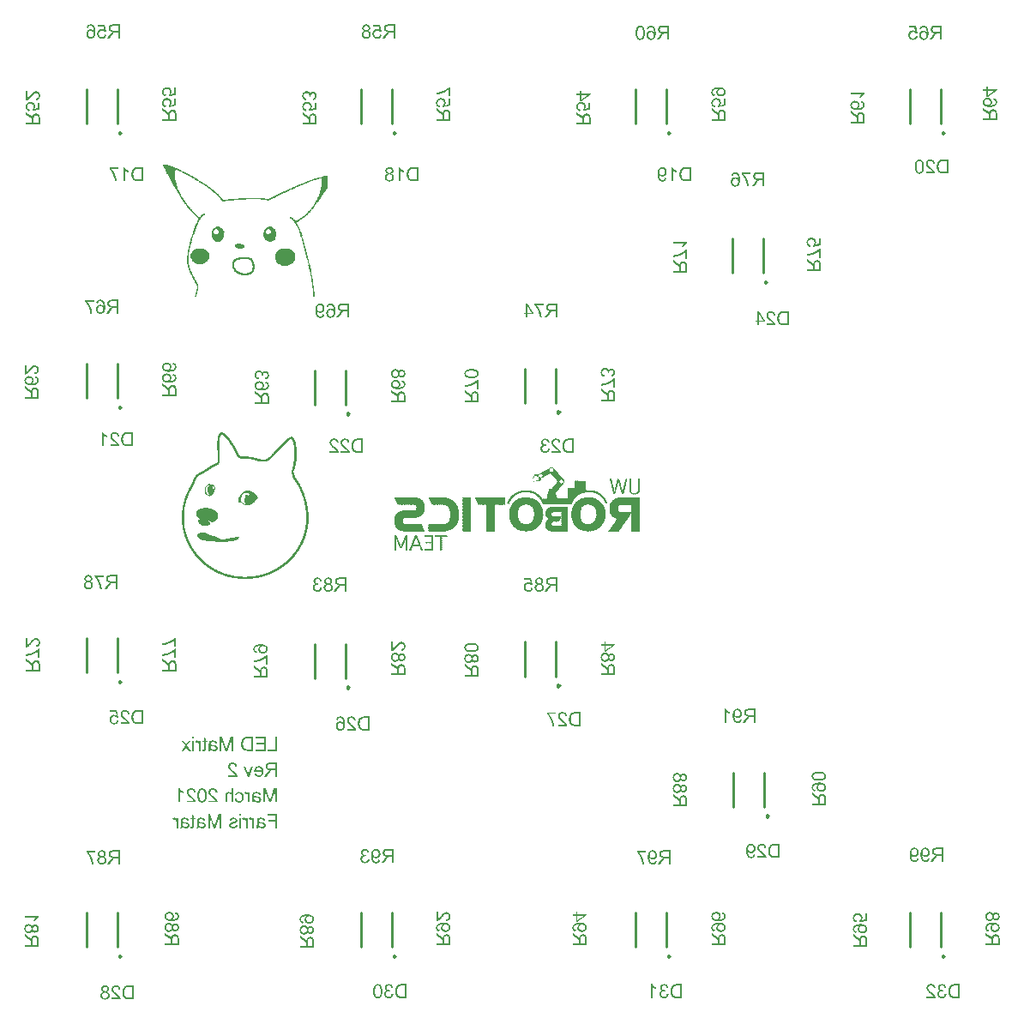
<source format=gbo>
G04*
G04 #@! TF.GenerationSoftware,Altium Limited,Altium Designer,21.2.1 (34)*
G04*
G04 Layer_Color=32896*
%FSLAX25Y25*%
%MOIN*%
G70*
G04*
G04 #@! TF.SameCoordinates,5CDBF695-0DC9-45D6-B701-0AA4AA8D040A*
G04*
G04*
G04 #@! TF.FilePolarity,Positive*
G04*
G01*
G75*
%ADD10C,0.00984*%
%ADD12C,0.01000*%
G36*
X-279200Y237301D02*
Y237208D01*
X-278738D01*
Y237116D01*
X-278646D01*
Y237024D01*
X-278184D01*
Y236931D01*
Y236839D01*
X-277630D01*
Y236747D01*
Y236654D01*
X-277076D01*
Y236562D01*
Y236469D01*
X-276798D01*
Y236377D01*
X-276706D01*
Y236285D01*
X-276429D01*
Y236192D01*
X-276337D01*
Y236100D01*
X-275875D01*
Y236008D01*
X-275598D01*
Y235915D01*
X-275505D01*
Y235823D01*
X-275228D01*
Y235731D01*
X-275136D01*
Y235638D01*
X-274859D01*
Y235546D01*
X-274766D01*
Y235453D01*
X-274489D01*
Y235361D01*
Y235269D01*
X-274120D01*
Y235176D01*
Y235084D01*
X-273750D01*
Y234992D01*
Y234899D01*
X-273381D01*
Y234807D01*
Y234715D01*
X-273104D01*
Y234622D01*
X-273011D01*
Y234530D01*
X-272734D01*
Y234437D01*
X-272642D01*
Y234345D01*
X-272365D01*
Y234253D01*
X-272272D01*
Y234160D01*
X-271995D01*
Y234068D01*
X-271718D01*
Y233976D01*
X-271626D01*
Y233883D01*
X-271349D01*
Y233791D01*
X-271256D01*
Y233698D01*
X-270979D01*
Y233606D01*
Y233514D01*
X-270795D01*
Y233421D01*
Y233329D01*
X-270425D01*
Y233237D01*
Y233144D01*
X-270056D01*
Y233052D01*
Y232960D01*
X-269686D01*
Y232867D01*
Y232775D01*
X-269409D01*
Y232682D01*
X-269317D01*
Y232590D01*
X-269040D01*
Y232498D01*
X-268947D01*
Y232405D01*
X-268855D01*
Y232313D01*
X-268578D01*
Y232221D01*
X-268485D01*
Y232128D01*
X-268393D01*
Y232036D01*
X-268301D01*
Y231943D01*
X-268024D01*
Y231851D01*
X-267931D01*
Y231759D01*
X-267654D01*
Y231666D01*
X-267562D01*
Y231574D01*
X-267285D01*
Y231482D01*
Y231389D01*
X-267100D01*
Y231297D01*
Y231205D01*
X-266730D01*
Y231112D01*
Y231020D01*
X-266546D01*
Y230927D01*
Y230835D01*
X-266176D01*
Y230743D01*
Y230650D01*
X-265899D01*
Y230558D01*
X-265715D01*
Y230466D01*
Y230373D01*
X-265530D01*
Y230281D01*
Y230188D01*
X-265160D01*
Y230096D01*
Y230004D01*
X-264791D01*
Y229911D01*
Y229819D01*
X-264606D01*
Y229727D01*
Y229634D01*
X-264329D01*
Y229542D01*
X-264237D01*
Y229450D01*
X-264144D01*
Y229357D01*
X-264052D01*
Y229265D01*
X-263960D01*
Y229172D01*
X-263867D01*
Y229080D01*
X-263590D01*
Y228988D01*
X-263498D01*
Y228895D01*
X-263405D01*
Y228803D01*
X-263313D01*
Y228711D01*
X-263036D01*
Y228618D01*
X-262944D01*
Y228526D01*
X-262851D01*
Y228434D01*
X-262759D01*
Y228341D01*
X-262666D01*
Y228249D01*
X-262389D01*
Y228156D01*
X-262297D01*
Y228064D01*
X-262205D01*
Y227972D01*
X-262112D01*
Y227879D01*
X-262020D01*
Y227787D01*
Y227695D01*
X-261650D01*
Y227602D01*
Y227510D01*
X-261466D01*
Y227417D01*
Y227325D01*
X-261281D01*
Y227233D01*
Y227140D01*
X-261096D01*
Y227048D01*
X-261004D01*
Y226956D01*
X-260911D01*
Y226863D01*
X-260634D01*
Y226771D01*
X-260542D01*
Y226679D01*
X-260450D01*
Y226586D01*
X-260357D01*
Y226494D01*
X-260265D01*
Y226401D01*
Y226309D01*
X-260080D01*
Y226217D01*
Y226124D01*
X-259895D01*
Y226032D01*
Y225940D01*
X-259711D01*
Y225847D01*
Y225755D01*
X-259526D01*
Y225663D01*
Y225570D01*
X-259341D01*
Y225478D01*
Y225385D01*
X-259156D01*
Y225293D01*
Y225201D01*
X-258972D01*
Y225108D01*
X-258879D01*
Y225016D01*
X-258787D01*
Y224924D01*
X-258695D01*
Y224831D01*
Y224739D01*
Y224647D01*
Y224554D01*
X-258510D01*
Y224462D01*
Y224370D01*
X-258325D01*
Y224277D01*
Y224185D01*
X-258140D01*
Y224092D01*
Y224000D01*
X-257956D01*
Y223908D01*
Y223815D01*
X-257771D01*
Y223723D01*
Y223630D01*
X-256755D01*
Y223723D01*
Y223815D01*
X-255924D01*
Y223908D01*
X-255831D01*
Y224000D01*
X-254169D01*
Y224092D01*
X-254076D01*
Y224185D01*
X-251860D01*
Y224277D01*
Y224370D01*
X-248534D01*
Y224462D01*
X-248442D01*
Y224554D01*
X-243362D01*
Y224462D01*
Y224370D01*
X-241422D01*
Y224277D01*
Y224185D01*
X-240037D01*
Y224277D01*
Y224370D01*
X-239760D01*
Y224462D01*
X-239667D01*
Y224554D01*
X-239390D01*
Y224647D01*
X-239298D01*
Y224739D01*
X-238836D01*
Y224831D01*
Y224924D01*
X-238467D01*
Y225016D01*
X-238282D01*
Y225108D01*
X-238097D01*
Y225201D01*
X-237820D01*
Y225293D01*
Y225385D01*
X-237450D01*
Y225478D01*
Y225570D01*
X-237081D01*
Y225663D01*
Y225755D01*
X-236527D01*
Y225847D01*
Y225940D01*
X-236250D01*
Y226032D01*
X-236157D01*
Y226124D01*
X-235880D01*
Y226217D01*
X-235788D01*
Y226309D01*
X-235511D01*
Y226401D01*
Y226494D01*
X-235326D01*
Y226586D01*
Y226679D01*
X-234772D01*
Y226771D01*
Y226863D01*
X-234495D01*
Y226956D01*
X-233941D01*
Y227048D01*
Y227140D01*
X-233571D01*
Y227233D01*
Y227325D01*
X-233386D01*
Y227417D01*
Y227510D01*
X-232925D01*
Y227602D01*
X-232832D01*
Y227695D01*
X-232555D01*
Y227787D01*
X-232463D01*
Y227879D01*
X-232186D01*
Y227972D01*
Y228064D01*
X-231816D01*
Y228156D01*
Y228249D01*
X-231262D01*
Y228341D01*
Y228434D01*
X-230892D01*
Y228526D01*
Y228618D01*
X-230615D01*
Y228711D01*
X-230338D01*
Y228803D01*
X-230246D01*
Y228895D01*
X-229876D01*
Y228988D01*
Y229080D01*
X-229415D01*
Y229172D01*
X-229322D01*
Y229265D01*
X-229045D01*
Y229357D01*
X-228953D01*
Y229450D01*
X-228676D01*
Y229542D01*
Y229634D01*
X-228121D01*
Y229727D01*
Y229819D01*
X-227567D01*
Y229911D01*
Y230004D01*
X-227290D01*
Y230096D01*
X-227198D01*
Y230188D01*
X-226736D01*
Y230281D01*
X-226644D01*
Y230373D01*
X-226366D01*
Y230466D01*
X-226274D01*
Y230558D01*
X-225997D01*
Y230650D01*
X-225535D01*
Y230743D01*
X-225443D01*
Y230835D01*
X-225166D01*
Y230927D01*
Y231020D01*
X-224611D01*
Y231112D01*
Y231205D01*
X-224242D01*
Y231297D01*
Y231389D01*
X-223780D01*
Y231482D01*
X-223688D01*
Y231574D01*
X-223226D01*
Y231666D01*
Y231759D01*
X-222672D01*
Y231851D01*
Y231943D01*
X-222118D01*
Y232036D01*
Y232128D01*
X-221471D01*
Y232221D01*
X-221379D01*
Y232313D01*
X-221102D01*
Y232405D01*
X-220455D01*
Y232498D01*
X-220363D01*
Y232590D01*
X-219716D01*
Y232682D01*
Y232775D01*
X-218977D01*
Y232867D01*
Y232960D01*
X-218331D01*
Y233052D01*
X-218238D01*
Y233144D01*
X-217222D01*
Y233052D01*
Y232960D01*
Y232867D01*
Y232775D01*
Y232682D01*
Y232590D01*
Y232498D01*
Y232405D01*
Y232313D01*
Y232221D01*
Y232128D01*
Y232036D01*
Y231943D01*
Y231851D01*
Y231759D01*
Y231666D01*
Y231574D01*
Y231482D01*
Y231389D01*
Y231297D01*
Y231205D01*
Y231112D01*
Y231020D01*
Y230927D01*
Y230835D01*
Y230743D01*
Y230650D01*
Y230558D01*
Y230466D01*
Y230373D01*
Y230281D01*
Y230188D01*
Y230096D01*
Y230004D01*
Y229911D01*
Y229819D01*
Y229727D01*
Y229634D01*
Y229542D01*
Y229450D01*
Y229357D01*
Y229265D01*
Y229172D01*
Y229080D01*
Y228988D01*
Y228895D01*
Y228803D01*
Y228711D01*
Y228618D01*
Y228526D01*
Y228434D01*
Y228341D01*
Y228249D01*
Y228156D01*
Y228064D01*
X-217499D01*
Y227972D01*
X-217592D01*
Y227879D01*
X-217776D01*
Y227787D01*
Y227695D01*
Y227602D01*
X-217869D01*
Y227510D01*
Y227417D01*
X-218054D01*
Y227325D01*
Y227233D01*
X-218238D01*
Y227140D01*
Y227048D01*
Y226956D01*
Y226863D01*
X-218423D01*
Y226771D01*
Y226679D01*
X-218608D01*
Y226586D01*
Y226494D01*
Y226401D01*
Y226309D01*
X-218793D01*
Y226217D01*
Y226124D01*
Y226032D01*
Y225940D01*
X-218977D01*
Y225847D01*
X-219070D01*
Y225755D01*
Y225663D01*
X-219347D01*
Y225570D01*
Y225478D01*
Y225385D01*
Y225293D01*
X-219439D01*
Y225201D01*
Y225108D01*
X-219716D01*
Y225016D01*
Y224924D01*
Y224831D01*
X-219624D01*
Y224739D01*
X-219809D01*
Y224647D01*
Y224554D01*
X-219993D01*
Y224462D01*
Y224370D01*
Y224277D01*
Y224185D01*
X-220178D01*
Y224092D01*
X-220363D01*
Y224000D01*
Y223908D01*
Y223815D01*
Y223723D01*
X-220455D01*
Y223630D01*
X-220547D01*
Y223538D01*
X-220732D01*
Y223446D01*
Y223353D01*
Y223261D01*
Y223169D01*
X-220825D01*
Y223076D01*
X-220917D01*
Y222984D01*
X-221009D01*
Y222892D01*
X-221102D01*
Y222799D01*
X-221194D01*
Y222707D01*
X-221286D01*
Y222615D01*
X-221471D01*
Y222522D01*
Y222430D01*
X-221379D01*
Y222337D01*
X-221471D01*
Y222245D01*
X-221564D01*
Y222153D01*
X-221656D01*
Y222060D01*
X-221748D01*
Y221968D01*
X-221933D01*
Y221876D01*
Y221783D01*
Y221691D01*
Y221599D01*
X-222118D01*
Y221506D01*
Y221414D01*
X-222302D01*
Y221321D01*
Y221229D01*
X-222487D01*
Y221137D01*
Y221044D01*
Y220952D01*
Y220860D01*
X-222672D01*
Y220767D01*
Y220675D01*
Y220583D01*
Y220490D01*
X-222764D01*
Y220398D01*
X-222857D01*
Y220305D01*
X-222949D01*
Y220213D01*
X-223134D01*
Y220121D01*
Y220028D01*
X-223318D01*
Y219936D01*
X-223411D01*
Y219844D01*
X-223318D01*
Y219751D01*
Y219659D01*
X-223503D01*
Y219566D01*
Y219474D01*
X-223688D01*
Y219382D01*
Y219289D01*
X-223873D01*
Y219197D01*
Y219105D01*
X-224057D01*
Y219012D01*
Y218920D01*
X-224242D01*
Y218828D01*
Y218735D01*
X-224427D01*
Y218643D01*
Y218550D01*
X-224519D01*
Y218458D01*
X-224704D01*
Y218366D01*
Y218273D01*
X-224889D01*
Y218181D01*
Y218089D01*
X-225073D01*
Y217996D01*
Y217904D01*
X-225258D01*
Y217811D01*
Y217719D01*
X-225443D01*
Y217627D01*
Y217534D01*
X-225628D01*
Y217442D01*
Y217350D01*
X-225997D01*
Y217257D01*
Y217165D01*
X-226089D01*
Y217073D01*
X-226182D01*
Y216980D01*
X-226274D01*
Y216888D01*
X-226366D01*
Y216795D01*
X-226644D01*
Y216703D01*
X-226736D01*
Y216611D01*
X-226828D01*
Y216518D01*
X-227198D01*
Y216426D01*
Y216334D01*
X-227382D01*
Y216241D01*
Y216149D01*
X-227567D01*
Y216056D01*
Y215964D01*
X-227752D01*
Y215872D01*
Y215779D01*
X-228029D01*
Y215687D01*
X-228121D01*
Y215595D01*
X-228398D01*
Y215502D01*
X-228491D01*
Y215410D01*
X-228583D01*
Y215318D01*
X-228676D01*
Y215225D01*
X-228953D01*
Y215133D01*
Y215040D01*
X-229322D01*
Y214948D01*
Y214856D01*
Y214763D01*
Y214671D01*
X-229137D01*
Y214579D01*
Y214486D01*
X-228953D01*
Y214394D01*
Y214302D01*
Y214209D01*
Y214117D01*
X-228768D01*
Y214024D01*
X-228860D01*
Y213932D01*
Y213840D01*
X-228676D01*
Y213747D01*
X-228583D01*
Y213655D01*
X-228676D01*
Y213563D01*
Y213470D01*
X-228491D01*
Y213378D01*
Y213285D01*
Y213193D01*
Y213101D01*
X-228306D01*
Y213008D01*
Y212916D01*
Y212824D01*
Y212731D01*
X-228121D01*
Y212639D01*
Y212547D01*
Y212454D01*
Y212362D01*
X-227937D01*
Y212269D01*
Y212177D01*
Y212085D01*
X-227752D01*
Y211992D01*
Y211900D01*
Y211808D01*
Y211715D01*
Y211623D01*
Y211531D01*
X-227567D01*
Y211438D01*
Y211346D01*
Y211253D01*
Y211161D01*
Y211069D01*
Y210976D01*
X-227382D01*
Y210884D01*
Y210792D01*
Y210699D01*
Y210607D01*
Y210515D01*
X-227290D01*
Y210422D01*
X-227198D01*
Y210330D01*
Y210238D01*
Y210145D01*
Y210053D01*
Y209960D01*
X-227013D01*
Y209868D01*
Y209776D01*
X-227105D01*
Y209683D01*
Y209591D01*
Y209499D01*
Y209406D01*
Y209314D01*
Y209221D01*
Y209129D01*
X-227013D01*
Y209037D01*
X-226828D01*
Y208944D01*
X-226921D01*
Y208852D01*
Y208760D01*
Y208667D01*
Y208575D01*
X-226736D01*
Y208483D01*
Y208390D01*
Y208298D01*
Y208205D01*
Y208113D01*
Y208021D01*
Y207928D01*
Y207836D01*
X-226551D01*
Y207744D01*
Y207651D01*
Y207559D01*
Y207467D01*
Y207374D01*
Y207282D01*
Y207189D01*
Y207097D01*
X-226366D01*
Y207005D01*
Y206912D01*
Y206820D01*
Y206728D01*
Y206635D01*
X-226182D01*
Y206543D01*
Y206451D01*
Y206358D01*
Y206266D01*
Y206173D01*
Y206081D01*
Y205989D01*
Y205896D01*
X-225997D01*
Y205804D01*
Y205712D01*
Y205619D01*
Y205527D01*
Y205434D01*
Y205342D01*
X-225812D01*
Y205250D01*
Y205157D01*
Y205065D01*
Y204973D01*
Y204880D01*
Y204788D01*
Y204696D01*
X-225628D01*
Y204603D01*
Y204511D01*
Y204418D01*
Y204326D01*
Y204234D01*
Y204141D01*
X-225443D01*
Y204049D01*
Y203957D01*
Y203864D01*
Y203772D01*
Y203679D01*
Y203587D01*
X-225258D01*
Y203495D01*
Y203402D01*
X-225350D01*
Y203310D01*
Y203218D01*
Y203125D01*
Y203033D01*
Y202941D01*
X-225166D01*
Y202848D01*
X-225073D01*
Y202756D01*
X-225166D01*
Y202663D01*
Y202571D01*
Y202479D01*
Y202386D01*
Y202294D01*
Y202202D01*
X-224889D01*
Y202109D01*
X-224981D01*
Y202017D01*
Y201924D01*
Y201832D01*
Y201740D01*
Y201647D01*
Y201555D01*
Y201463D01*
Y201370D01*
X-224796D01*
Y201278D01*
Y201186D01*
Y201093D01*
Y201001D01*
Y200908D01*
Y200816D01*
Y200724D01*
Y200631D01*
X-224611D01*
Y200539D01*
Y200447D01*
Y200354D01*
Y200262D01*
Y200169D01*
Y200077D01*
Y199985D01*
Y199892D01*
Y199800D01*
Y199708D01*
X-224427D01*
Y199615D01*
Y199523D01*
Y199431D01*
Y199338D01*
Y199246D01*
Y199153D01*
Y199061D01*
X-224242D01*
Y198969D01*
Y198876D01*
Y198784D01*
Y198692D01*
Y198599D01*
Y198507D01*
Y198415D01*
Y198322D01*
X-224057D01*
Y198230D01*
Y198137D01*
Y198045D01*
Y197953D01*
Y197860D01*
Y197768D01*
X-223873D01*
Y197676D01*
Y197583D01*
Y197491D01*
Y197399D01*
Y197306D01*
Y197214D01*
Y197122D01*
X-223688D01*
Y197029D01*
Y196937D01*
Y196844D01*
Y196752D01*
Y196660D01*
Y196567D01*
Y196475D01*
Y196382D01*
X-223503D01*
Y196290D01*
Y196198D01*
X-223595D01*
Y196105D01*
Y196013D01*
Y195921D01*
Y195828D01*
Y195736D01*
Y195644D01*
Y195551D01*
Y195459D01*
Y195367D01*
Y195274D01*
X-223503D01*
Y195182D01*
X-223318D01*
Y195089D01*
Y194997D01*
X-223411D01*
Y194905D01*
Y194812D01*
Y194720D01*
Y194628D01*
Y194535D01*
Y194443D01*
Y194351D01*
X-223318D01*
Y194258D01*
X-223134D01*
Y194166D01*
X-223226D01*
Y194073D01*
Y193981D01*
Y193889D01*
Y193796D01*
Y193704D01*
Y193612D01*
Y193519D01*
Y193427D01*
Y193334D01*
Y193242D01*
Y193150D01*
Y193057D01*
X-223041D01*
Y192965D01*
Y192873D01*
Y192780D01*
Y192688D01*
Y192596D01*
Y192503D01*
Y192411D01*
Y192318D01*
Y192226D01*
Y192134D01*
Y192041D01*
Y191949D01*
Y191857D01*
X-222857D01*
Y191764D01*
Y191672D01*
Y191579D01*
Y191487D01*
Y191395D01*
Y191302D01*
Y191210D01*
Y191118D01*
Y191025D01*
Y190933D01*
Y190841D01*
Y190748D01*
Y190656D01*
Y190563D01*
X-222672D01*
Y190471D01*
Y190379D01*
Y190286D01*
Y190194D01*
Y190102D01*
Y190009D01*
Y189917D01*
Y189824D01*
Y189732D01*
Y189640D01*
Y189547D01*
Y189455D01*
Y189363D01*
Y189270D01*
Y189178D01*
Y189086D01*
Y188993D01*
Y188901D01*
Y188809D01*
X-222487D01*
Y188716D01*
Y188624D01*
Y188531D01*
Y188439D01*
Y188347D01*
Y188254D01*
Y188162D01*
X-222302D01*
Y188070D01*
Y187977D01*
Y187885D01*
Y187793D01*
Y187700D01*
Y187608D01*
Y187515D01*
Y187423D01*
Y187331D01*
Y187238D01*
Y187146D01*
Y187054D01*
Y186961D01*
Y186869D01*
Y186776D01*
Y186684D01*
Y186592D01*
Y186499D01*
Y186407D01*
Y186315D01*
Y186222D01*
Y186130D01*
Y186038D01*
X-222857D01*
Y186130D01*
Y186222D01*
X-222764D01*
Y186315D01*
Y186407D01*
Y186499D01*
Y186592D01*
Y186684D01*
Y186776D01*
Y186869D01*
Y186961D01*
Y187054D01*
Y187146D01*
Y187238D01*
Y187331D01*
Y187423D01*
Y187515D01*
Y187608D01*
Y187700D01*
Y187793D01*
X-222949D01*
Y187885D01*
X-223041D01*
Y187977D01*
X-222949D01*
Y188070D01*
Y188162D01*
Y188254D01*
Y188347D01*
Y188439D01*
Y188531D01*
Y188624D01*
Y188716D01*
Y188809D01*
Y188901D01*
Y188993D01*
Y189086D01*
Y189178D01*
X-223041D01*
Y189270D01*
X-223134D01*
Y189363D01*
Y189455D01*
Y189547D01*
Y189640D01*
Y189732D01*
Y189824D01*
Y189917D01*
Y190009D01*
Y190102D01*
Y190194D01*
Y190286D01*
Y190379D01*
Y190471D01*
Y190563D01*
Y190656D01*
X-223318D01*
Y190748D01*
Y190841D01*
Y190933D01*
Y191025D01*
Y191118D01*
Y191210D01*
Y191302D01*
Y191395D01*
Y191487D01*
Y191579D01*
Y191672D01*
Y191764D01*
Y191857D01*
X-223503D01*
Y191949D01*
Y192041D01*
Y192134D01*
Y192226D01*
Y192318D01*
Y192411D01*
Y192503D01*
Y192596D01*
Y192688D01*
Y192780D01*
Y192873D01*
Y192965D01*
X-223688D01*
Y193057D01*
Y193150D01*
Y193242D01*
Y193334D01*
Y193427D01*
Y193519D01*
Y193612D01*
Y193704D01*
Y193796D01*
Y193889D01*
Y193981D01*
X-223873D01*
Y194073D01*
Y194166D01*
Y194258D01*
Y194351D01*
Y194443D01*
Y194535D01*
Y194628D01*
Y194720D01*
Y194812D01*
Y194905D01*
X-224057D01*
Y194997D01*
Y195089D01*
Y195182D01*
Y195274D01*
Y195367D01*
Y195459D01*
Y195551D01*
Y195644D01*
Y195736D01*
X-224242D01*
Y195828D01*
Y195921D01*
Y196013D01*
Y196105D01*
Y196198D01*
Y196290D01*
Y196382D01*
Y196475D01*
Y196567D01*
Y196660D01*
X-224427D01*
Y196752D01*
Y196844D01*
Y196937D01*
Y197029D01*
Y197122D01*
Y197214D01*
Y197306D01*
Y197399D01*
Y197491D01*
X-224611D01*
Y197583D01*
Y197676D01*
X-224519D01*
Y197768D01*
Y197860D01*
Y197953D01*
Y198045D01*
Y198137D01*
X-224611D01*
Y198230D01*
X-224796D01*
Y198322D01*
X-224704D01*
Y198415D01*
Y198507D01*
Y198599D01*
Y198692D01*
Y198784D01*
Y198876D01*
Y198969D01*
Y199061D01*
X-224889D01*
Y199153D01*
Y199246D01*
Y199338D01*
Y199431D01*
Y199523D01*
Y199615D01*
Y199708D01*
Y199800D01*
X-225073D01*
Y199892D01*
Y199985D01*
Y200077D01*
Y200169D01*
Y200262D01*
Y200354D01*
Y200447D01*
X-225258D01*
Y200539D01*
Y200631D01*
Y200724D01*
Y200816D01*
Y200908D01*
Y201001D01*
Y201093D01*
Y201186D01*
X-225443D01*
Y201278D01*
Y201370D01*
Y201463D01*
Y201555D01*
Y201647D01*
Y201740D01*
Y201832D01*
Y201924D01*
X-225628D01*
Y202017D01*
Y202109D01*
Y202202D01*
Y202294D01*
Y202386D01*
Y202479D01*
Y202571D01*
X-225812D01*
Y202663D01*
Y202756D01*
Y202848D01*
Y202941D01*
Y203033D01*
Y203125D01*
Y203218D01*
Y203310D01*
X-225997D01*
Y203402D01*
Y203495D01*
Y203587D01*
Y203679D01*
Y203772D01*
Y203864D01*
X-226182D01*
Y203957D01*
Y204049D01*
Y204141D01*
Y204234D01*
Y204326D01*
Y204418D01*
Y204511D01*
X-226366D01*
Y204603D01*
Y204696D01*
X-226274D01*
Y204788D01*
Y204880D01*
Y204973D01*
Y205065D01*
Y205157D01*
X-226366D01*
Y205250D01*
X-226551D01*
Y205342D01*
X-226459D01*
Y205434D01*
Y205527D01*
Y205619D01*
Y205712D01*
X-226551D01*
Y205804D01*
X-226736D01*
Y205896D01*
X-226644D01*
Y205989D01*
Y206081D01*
Y206173D01*
Y206266D01*
Y206358D01*
Y206451D01*
X-226828D01*
Y206543D01*
Y206635D01*
Y206728D01*
Y206820D01*
Y206912D01*
Y207005D01*
X-227013D01*
Y207097D01*
Y207189D01*
Y207282D01*
Y207374D01*
Y207467D01*
Y207559D01*
Y207651D01*
X-227198D01*
Y207744D01*
Y207836D01*
Y207928D01*
Y208021D01*
Y208113D01*
Y208205D01*
Y208298D01*
Y208390D01*
X-227382D01*
Y208483D01*
Y208575D01*
Y208667D01*
Y208760D01*
Y208852D01*
Y208944D01*
X-227567D01*
Y209037D01*
Y209129D01*
Y209221D01*
Y209314D01*
Y209406D01*
Y209499D01*
Y209591D01*
X-227752D01*
Y209683D01*
Y209776D01*
Y209868D01*
Y209960D01*
Y210053D01*
Y210145D01*
X-227937D01*
Y210238D01*
Y210330D01*
Y210422D01*
Y210515D01*
Y210607D01*
Y210699D01*
X-228121D01*
Y210792D01*
Y210884D01*
Y210976D01*
Y211069D01*
Y211161D01*
Y211253D01*
X-228306D01*
Y211346D01*
X-228214D01*
Y211438D01*
Y211531D01*
Y211623D01*
Y211715D01*
X-228398D01*
Y211808D01*
X-228491D01*
Y211900D01*
X-228398D01*
Y211992D01*
Y212085D01*
X-228583D01*
Y212177D01*
Y212269D01*
Y212362D01*
Y212454D01*
Y212547D01*
Y212639D01*
X-228768D01*
Y212731D01*
Y212824D01*
Y212916D01*
Y213008D01*
X-228953D01*
Y213101D01*
Y213193D01*
Y213285D01*
X-229137D01*
Y213378D01*
Y213470D01*
Y213563D01*
Y213655D01*
X-229322D01*
Y213747D01*
Y213840D01*
X-229507D01*
Y213932D01*
Y214024D01*
Y214117D01*
Y214209D01*
X-229692D01*
Y214302D01*
Y214394D01*
Y214486D01*
Y214579D01*
X-229876D01*
Y214671D01*
Y214763D01*
X-230061D01*
Y214856D01*
X-230153D01*
Y214948D01*
X-230246D01*
Y215040D01*
X-230153D01*
Y215133D01*
Y215225D01*
X-230338D01*
Y215318D01*
X-230431D01*
Y215410D01*
X-230523D01*
Y215502D01*
X-230615D01*
Y215595D01*
X-230708D01*
Y215687D01*
X-230800D01*
Y215779D01*
X-230892D01*
Y215872D01*
X-230985D01*
Y215964D01*
X-231077D01*
Y216056D01*
X-231170D01*
Y216149D01*
X-231262D01*
Y216241D01*
X-231354D01*
Y216334D01*
X-231447D01*
Y216426D01*
X-231539D01*
Y216518D01*
X-231816D01*
Y216611D01*
Y216703D01*
X-231724D01*
Y216795D01*
X-231816D01*
Y216888D01*
Y216980D01*
X-231077D01*
Y216888D01*
Y216795D01*
X-230892D01*
Y216703D01*
Y216611D01*
X-230708D01*
Y216518D01*
Y216426D01*
X-230523D01*
Y216334D01*
Y216241D01*
X-230338D01*
Y216149D01*
Y216056D01*
X-230153D01*
Y215964D01*
X-230061D01*
Y215872D01*
X-229969D01*
Y215779D01*
X-229876D01*
Y215687D01*
X-229784D01*
Y215595D01*
X-229322D01*
Y215687D01*
Y215779D01*
X-229045D01*
Y215872D01*
X-228953D01*
Y215964D01*
X-228676D01*
Y216056D01*
X-228491D01*
Y216149D01*
Y216241D01*
X-228121D01*
Y216334D01*
Y216426D01*
X-227937D01*
Y216518D01*
Y216611D01*
X-227567D01*
Y216703D01*
Y216795D01*
X-227475D01*
Y216888D01*
X-227382D01*
Y216980D01*
X-227105D01*
Y217073D01*
X-227013D01*
Y217165D01*
X-226921D01*
Y217257D01*
X-226828D01*
Y217350D01*
X-226736D01*
Y217442D01*
X-226644D01*
Y217534D01*
X-226366D01*
Y217627D01*
Y217719D01*
X-226182D01*
Y217811D01*
X-226089D01*
Y217904D01*
X-225997D01*
Y217996D01*
X-225905D01*
Y218089D01*
X-225812D01*
Y218181D01*
X-225720D01*
Y218273D01*
X-225628D01*
Y218366D01*
X-225535D01*
Y218458D01*
X-225443D01*
Y218550D01*
X-225350D01*
Y218643D01*
X-225258D01*
Y218735D01*
X-225166D01*
Y218828D01*
X-225073D01*
Y218920D01*
X-224981D01*
Y219012D01*
X-224889D01*
Y219105D01*
X-224796D01*
Y219197D01*
Y219289D01*
X-224611D01*
Y219382D01*
Y219474D01*
X-224427D01*
Y219566D01*
X-224334D01*
Y219659D01*
X-224242D01*
Y219751D01*
X-224150D01*
Y219844D01*
X-224057D01*
Y219936D01*
X-223965D01*
Y220028D01*
X-223873D01*
Y220121D01*
X-223780D01*
Y220213D01*
X-223688D01*
Y220305D01*
X-223503D01*
Y220398D01*
Y220490D01*
Y220583D01*
Y220675D01*
X-223411D01*
Y220767D01*
X-223318D01*
Y220860D01*
X-223226D01*
Y220952D01*
X-223134D01*
Y221044D01*
X-222949D01*
Y221137D01*
Y221229D01*
X-223041D01*
Y221321D01*
X-222949D01*
Y221414D01*
X-222857D01*
Y221506D01*
X-222672D01*
Y221599D01*
Y221691D01*
Y221783D01*
Y221876D01*
X-222487D01*
Y221968D01*
Y222060D01*
X-222302D01*
Y222153D01*
Y222245D01*
Y222337D01*
Y222430D01*
X-222118D01*
Y222522D01*
Y222615D01*
X-221933D01*
Y222707D01*
Y222799D01*
Y222892D01*
Y222984D01*
X-221748D01*
Y223076D01*
Y223169D01*
Y223261D01*
X-221656D01*
Y223353D01*
X-221564D01*
Y223446D01*
Y223538D01*
Y223630D01*
X-221379D01*
Y223723D01*
Y223815D01*
Y223908D01*
Y224000D01*
X-221194D01*
Y224092D01*
Y224185D01*
Y224277D01*
X-221286D01*
Y224370D01*
X-221009D01*
Y224462D01*
Y224554D01*
X-221102D01*
Y224647D01*
Y224739D01*
X-220917D01*
Y224831D01*
Y224924D01*
Y225016D01*
Y225108D01*
Y225201D01*
X-220732D01*
Y225293D01*
Y225385D01*
Y225478D01*
Y225570D01*
Y225663D01*
Y225755D01*
X-220547D01*
Y225847D01*
Y225940D01*
Y226032D01*
Y226124D01*
X-220363D01*
Y226217D01*
Y226309D01*
Y226401D01*
Y226494D01*
Y226586D01*
Y226679D01*
Y226771D01*
Y226863D01*
X-220178D01*
Y226956D01*
Y227048D01*
Y227140D01*
Y227233D01*
Y227325D01*
X-219993D01*
Y227417D01*
Y227510D01*
Y227602D01*
Y227695D01*
Y227787D01*
Y227879D01*
Y227972D01*
Y228064D01*
X-219809D01*
Y228156D01*
Y228249D01*
Y228341D01*
Y228434D01*
Y228526D01*
Y228618D01*
Y228711D01*
Y228803D01*
Y228895D01*
X-219624D01*
Y228988D01*
Y229080D01*
Y229172D01*
Y229265D01*
Y229357D01*
Y229450D01*
Y229542D01*
Y229634D01*
Y229727D01*
Y229819D01*
Y229911D01*
Y230004D01*
Y230096D01*
Y230188D01*
X-219439D01*
Y230281D01*
Y230373D01*
Y230466D01*
Y230558D01*
Y230650D01*
Y230743D01*
Y230835D01*
Y230927D01*
Y231020D01*
Y231112D01*
Y231205D01*
Y231297D01*
Y231389D01*
Y231482D01*
Y231574D01*
Y231666D01*
Y231759D01*
Y231851D01*
Y231943D01*
Y232036D01*
Y232128D01*
X-220178D01*
Y232036D01*
Y231943D01*
X-220640D01*
Y231851D01*
X-220732D01*
Y231759D01*
X-221379D01*
Y231666D01*
X-221471D01*
Y231574D01*
X-221933D01*
Y231482D01*
Y231389D01*
X-222487D01*
Y231297D01*
X-222949D01*
Y231205D01*
Y231112D01*
X-223318D01*
Y231020D01*
Y230927D01*
X-223873D01*
Y230835D01*
Y230743D01*
X-224334D01*
Y230650D01*
X-224427D01*
Y230558D01*
X-224889D01*
Y230466D01*
Y230373D01*
X-225258D01*
Y230281D01*
Y230188D01*
X-225812D01*
Y230096D01*
Y230004D01*
X-226089D01*
Y229911D01*
X-226182D01*
Y229819D01*
X-226644D01*
Y229727D01*
X-226736D01*
Y229634D01*
X-227013D01*
Y229542D01*
X-227290D01*
Y229450D01*
X-227382D01*
Y229357D01*
X-227844D01*
Y229265D01*
X-227937D01*
Y229172D01*
X-228214D01*
Y229080D01*
Y228988D01*
X-228583D01*
Y228895D01*
Y228803D01*
X-229137D01*
Y228711D01*
Y228618D01*
X-229507D01*
Y228526D01*
Y228434D01*
X-229784D01*
Y228341D01*
X-229876D01*
Y228249D01*
X-230338D01*
Y228156D01*
X-230431D01*
Y228064D01*
X-230708D01*
Y227972D01*
Y227879D01*
X-231077D01*
Y227787D01*
Y227695D01*
X-231447D01*
Y227602D01*
X-231908D01*
Y227510D01*
Y227417D01*
X-232278D01*
Y227325D01*
Y227233D01*
X-232647D01*
Y227140D01*
Y227048D01*
X-233017D01*
Y226956D01*
Y226863D01*
X-233294D01*
Y226771D01*
X-233386D01*
Y226679D01*
X-233663D01*
Y226586D01*
X-233756D01*
Y226494D01*
X-234218D01*
Y226401D01*
Y226309D01*
X-234587D01*
Y226217D01*
Y226124D01*
X-234957D01*
Y226032D01*
Y225940D01*
X-235234D01*
Y225847D01*
X-235603D01*
Y225755D01*
Y225663D01*
X-235973D01*
Y225570D01*
Y225478D01*
X-236342D01*
Y225385D01*
Y225293D01*
X-236712D01*
Y225201D01*
Y225108D01*
X-236989D01*
Y225016D01*
X-237081D01*
Y224924D01*
X-237358D01*
Y224831D01*
X-237450D01*
Y224739D01*
X-237727D01*
Y224647D01*
Y224554D01*
X-238097D01*
Y224462D01*
Y224370D01*
X-238467D01*
Y224277D01*
Y224185D01*
X-238836D01*
Y224092D01*
X-239021D01*
Y224000D01*
X-239113D01*
Y223908D01*
X-239482D01*
Y223815D01*
Y223723D01*
X-239852D01*
Y223630D01*
Y223538D01*
X-240776D01*
Y223630D01*
Y223723D01*
X-241607D01*
Y223815D01*
X-241699D01*
Y223908D01*
X-243269D01*
Y224000D01*
X-243362D01*
Y224092D01*
X-248719D01*
Y224000D01*
X-248812D01*
Y223908D01*
X-251583D01*
Y223815D01*
Y223723D01*
X-253707D01*
Y223630D01*
Y223538D01*
X-255462D01*
Y223446D01*
Y223353D01*
X-256847D01*
Y223261D01*
X-256940D01*
Y223169D01*
X-258325D01*
Y223261D01*
Y223353D01*
Y223446D01*
Y223538D01*
X-258510D01*
Y223630D01*
Y223723D01*
X-258695D01*
Y223815D01*
X-258787D01*
Y223908D01*
X-258879D01*
Y224000D01*
Y224092D01*
X-258787D01*
Y224185D01*
X-258972D01*
Y224277D01*
X-259064D01*
Y224370D01*
X-259156D01*
Y224462D01*
X-259249D01*
Y224554D01*
X-259341D01*
Y224647D01*
X-259434D01*
Y224739D01*
X-259526D01*
Y224831D01*
X-259618D01*
Y224924D01*
X-259711D01*
Y225016D01*
X-259803D01*
Y225108D01*
X-259895D01*
Y225201D01*
X-259988D01*
Y225293D01*
X-260080D01*
Y225385D01*
X-260173D01*
Y225478D01*
X-260265D01*
Y225570D01*
X-260357D01*
Y225663D01*
X-260450D01*
Y225755D01*
X-260542D01*
Y225847D01*
X-260634D01*
Y225940D01*
X-260727D01*
Y226032D01*
X-260819D01*
Y226124D01*
X-260911D01*
Y226217D01*
X-261004D01*
Y226309D01*
X-261096D01*
Y226401D01*
X-261189D01*
Y226494D01*
X-261466D01*
Y226586D01*
X-261558D01*
Y226679D01*
X-261650D01*
Y226771D01*
X-261743D01*
Y226863D01*
X-261835D01*
Y226956D01*
Y227048D01*
X-262020D01*
Y227140D01*
Y227233D01*
X-262205D01*
Y227325D01*
Y227417D01*
X-262574D01*
Y227510D01*
Y227602D01*
X-262759D01*
Y227695D01*
X-262851D01*
Y227787D01*
X-262944D01*
Y227879D01*
X-263036D01*
Y227972D01*
X-263128D01*
Y228064D01*
X-263405D01*
Y228156D01*
Y228249D01*
X-263590D01*
Y228341D01*
Y228434D01*
X-263960D01*
Y228526D01*
Y228618D01*
X-264144D01*
Y228711D01*
Y228803D01*
X-264329D01*
Y228895D01*
Y228988D01*
X-264699D01*
Y229080D01*
Y229172D01*
X-264883D01*
Y229265D01*
Y229357D01*
X-265160D01*
Y229450D01*
X-265345D01*
Y229542D01*
Y229634D01*
X-265715D01*
Y229727D01*
Y229819D01*
X-265899D01*
Y229911D01*
Y230004D01*
X-266269D01*
Y230096D01*
Y230188D01*
X-266453D01*
Y230281D01*
Y230373D01*
X-266730D01*
Y230466D01*
X-266823D01*
Y230558D01*
X-267100D01*
Y230650D01*
X-267192D01*
Y230743D01*
X-267285D01*
Y230835D01*
X-267377D01*
Y230927D01*
X-267654D01*
Y231020D01*
Y231112D01*
X-268024D01*
Y231205D01*
X-268116D01*
Y231297D01*
X-268208D01*
Y231389D01*
X-268485D01*
Y231482D01*
X-268578D01*
Y231574D01*
X-268855D01*
Y231666D01*
Y231759D01*
X-269040D01*
Y231851D01*
Y231943D01*
X-269409D01*
Y232036D01*
Y232128D01*
X-269779D01*
Y232221D01*
Y232313D01*
X-270148D01*
Y232405D01*
Y232498D01*
X-270240D01*
Y232590D01*
X-270333D01*
Y232682D01*
X-270610D01*
Y232775D01*
X-270702D01*
Y232867D01*
X-270979D01*
Y232960D01*
X-271072D01*
Y233052D01*
X-271349D01*
Y233144D01*
X-271441D01*
Y233237D01*
X-271718D01*
Y233329D01*
X-271995D01*
Y233421D01*
X-272088D01*
Y233514D01*
X-272365D01*
Y233606D01*
Y233698D01*
X-272550D01*
Y233791D01*
Y233883D01*
X-272919D01*
Y233976D01*
Y234068D01*
X-273288D01*
Y234160D01*
Y234253D01*
X-273658D01*
Y234345D01*
Y234437D01*
X-273935D01*
Y234530D01*
X-274027D01*
Y234622D01*
X-274305D01*
Y234715D01*
X-274397D01*
Y234807D01*
X-274674D01*
Y234899D01*
X-274766D01*
Y234992D01*
X-275043D01*
Y235084D01*
X-275505D01*
Y235176D01*
X-275598D01*
Y235269D01*
X-275875D01*
Y235361D01*
Y235453D01*
X-276244D01*
Y235361D01*
Y235269D01*
Y235176D01*
Y235084D01*
Y234992D01*
X-276429D01*
Y234899D01*
Y234807D01*
Y234715D01*
Y234622D01*
Y234530D01*
Y234437D01*
Y234345D01*
Y234253D01*
Y234160D01*
Y234068D01*
Y233976D01*
Y233883D01*
Y233791D01*
Y233698D01*
Y233606D01*
Y233514D01*
Y233421D01*
Y233329D01*
Y233237D01*
Y233144D01*
Y233052D01*
Y232960D01*
Y232867D01*
Y232775D01*
Y232682D01*
Y232590D01*
Y232498D01*
Y232405D01*
Y232313D01*
Y232221D01*
Y232128D01*
Y232036D01*
Y231943D01*
Y231851D01*
Y231759D01*
Y231666D01*
Y231574D01*
Y231482D01*
Y231389D01*
X-276244D01*
Y231297D01*
Y231205D01*
Y231112D01*
Y231020D01*
Y230927D01*
Y230835D01*
Y230743D01*
Y230650D01*
Y230558D01*
X-276060D01*
Y230466D01*
Y230373D01*
Y230281D01*
Y230188D01*
Y230096D01*
Y230004D01*
Y229911D01*
Y229819D01*
X-275875D01*
Y229727D01*
Y229634D01*
Y229542D01*
Y229450D01*
Y229357D01*
Y229265D01*
Y229172D01*
Y229080D01*
X-275690D01*
Y228988D01*
Y228895D01*
X-275782D01*
Y228803D01*
Y228711D01*
Y228618D01*
X-275598D01*
Y228526D01*
X-275505D01*
Y228434D01*
X-275598D01*
Y228341D01*
Y228249D01*
X-275413D01*
Y228156D01*
Y228064D01*
Y227972D01*
Y227879D01*
Y227787D01*
Y227695D01*
X-275228D01*
Y227602D01*
Y227510D01*
Y227417D01*
Y227325D01*
X-275043D01*
Y227233D01*
Y227140D01*
Y227048D01*
Y226956D01*
X-274859D01*
Y226863D01*
Y226771D01*
Y226679D01*
X-274674D01*
Y226586D01*
Y226494D01*
Y226401D01*
Y226309D01*
X-274489D01*
Y226217D01*
Y226124D01*
Y226032D01*
Y225940D01*
X-274305D01*
Y225847D01*
Y225755D01*
Y225663D01*
Y225570D01*
X-274120D01*
Y225478D01*
Y225385D01*
Y225293D01*
Y225201D01*
X-273935D01*
Y225108D01*
Y225016D01*
Y224924D01*
X-273843D01*
Y224831D01*
X-273750D01*
Y224739D01*
X-273658D01*
Y224647D01*
Y224554D01*
Y224462D01*
Y224370D01*
X-273473D01*
Y224277D01*
X-273381D01*
Y224185D01*
X-273288D01*
Y224092D01*
Y224000D01*
Y223908D01*
Y223815D01*
X-273104D01*
Y223723D01*
X-273011D01*
Y223630D01*
X-272919D01*
Y223538D01*
Y223446D01*
Y223353D01*
Y223261D01*
X-272734D01*
Y223169D01*
X-272550D01*
Y223076D01*
Y222984D01*
Y222892D01*
Y222799D01*
X-272365D01*
Y222707D01*
Y222615D01*
X-272180D01*
Y222522D01*
Y222430D01*
X-271995D01*
Y222337D01*
Y222245D01*
X-272088D01*
Y222153D01*
Y222060D01*
X-271811D01*
Y221968D01*
Y221876D01*
X-271626D01*
Y221783D01*
Y221691D01*
X-271441D01*
Y221599D01*
Y221506D01*
X-271349D01*
Y221414D01*
Y221321D01*
Y221229D01*
X-271164D01*
Y221137D01*
Y221044D01*
X-270979D01*
Y220952D01*
Y220860D01*
X-270795D01*
Y220767D01*
Y220675D01*
X-270610D01*
Y220583D01*
Y220490D01*
X-270425D01*
Y220398D01*
Y220305D01*
Y220213D01*
Y220121D01*
X-270240D01*
Y220028D01*
Y219936D01*
X-270056D01*
Y219844D01*
Y219751D01*
X-269871D01*
Y219659D01*
X-269779D01*
Y219566D01*
X-269686D01*
Y219474D01*
X-269594D01*
Y219382D01*
X-269501D01*
Y219289D01*
X-269409D01*
Y219197D01*
X-269317D01*
Y219105D01*
X-269224D01*
Y219012D01*
Y218920D01*
X-269040D01*
Y218828D01*
Y218735D01*
X-268855D01*
Y218643D01*
Y218550D01*
X-268670D01*
Y218458D01*
Y218366D01*
X-268485D01*
Y218273D01*
Y218181D01*
X-268301D01*
Y218089D01*
Y217996D01*
X-268116D01*
Y217904D01*
X-268024D01*
Y217811D01*
X-267931D01*
Y217719D01*
X-267839D01*
Y217627D01*
X-267746D01*
Y217534D01*
X-267654D01*
Y217442D01*
X-267562D01*
Y217350D01*
X-267469D01*
Y217257D01*
Y217165D01*
X-267285D01*
Y217073D01*
Y216980D01*
X-266915D01*
Y217073D01*
Y217165D01*
X-266823D01*
Y217257D01*
X-266730D01*
Y217350D01*
X-266638D01*
Y217442D01*
X-266546D01*
Y217534D01*
X-266453D01*
Y217627D01*
X-266361D01*
Y217719D01*
X-266269D01*
Y217811D01*
X-266176D01*
Y217904D01*
X-266084D01*
Y217996D01*
X-265899D01*
Y218089D01*
Y218181D01*
X-265715D01*
Y218273D01*
Y218366D01*
X-265437D01*
Y218458D01*
X-265345D01*
Y218550D01*
X-264791D01*
Y218458D01*
Y218366D01*
X-264883D01*
Y218273D01*
Y218181D01*
X-264791D01*
Y218089D01*
X-264976D01*
Y217996D01*
Y217904D01*
X-265160D01*
Y217811D01*
Y217719D01*
X-265530D01*
Y217627D01*
Y217534D01*
X-265622D01*
Y217442D01*
X-265715D01*
Y217350D01*
X-265807D01*
Y217257D01*
X-265899D01*
Y217165D01*
X-265992D01*
Y217073D01*
X-266084D01*
Y216980D01*
X-266176D01*
Y216888D01*
X-266269D01*
Y216795D01*
X-266361D01*
Y216703D01*
X-266546D01*
Y216611D01*
X-266638D01*
Y216518D01*
Y216426D01*
X-266546D01*
Y216334D01*
X-266730D01*
Y216241D01*
Y216149D01*
X-266915D01*
Y216056D01*
Y215964D01*
Y215872D01*
Y215779D01*
X-267100D01*
Y215687D01*
Y215595D01*
Y215502D01*
Y215410D01*
X-267285D01*
Y215318D01*
Y215225D01*
Y215133D01*
Y215040D01*
X-267469D01*
Y214948D01*
Y214856D01*
Y214763D01*
Y214671D01*
Y214579D01*
X-267654D01*
Y214486D01*
Y214394D01*
Y214302D01*
Y214209D01*
X-267839D01*
Y214117D01*
Y214024D01*
Y213932D01*
Y213840D01*
X-268024D01*
Y213747D01*
Y213655D01*
Y213563D01*
Y213470D01*
Y213378D01*
Y213285D01*
X-268208D01*
Y213193D01*
Y213101D01*
Y213008D01*
X-268301D01*
Y212916D01*
X-268393D01*
Y212824D01*
Y212731D01*
Y212639D01*
Y212547D01*
X-268301D01*
Y212454D01*
X-268485D01*
Y212362D01*
X-268578D01*
Y212269D01*
Y212177D01*
Y212085D01*
X-268485D01*
Y211992D01*
Y211900D01*
X-268670D01*
Y211808D01*
Y211715D01*
Y211623D01*
Y211531D01*
X-268855D01*
Y211438D01*
Y211346D01*
Y211253D01*
Y211161D01*
Y211069D01*
X-269040D01*
Y210976D01*
Y210884D01*
Y210792D01*
Y210699D01*
Y210607D01*
Y210515D01*
X-269224D01*
Y210422D01*
Y210330D01*
Y210238D01*
Y210145D01*
Y210053D01*
Y209960D01*
X-269409D01*
Y209868D01*
Y209776D01*
Y209683D01*
Y209591D01*
Y209499D01*
X-269501D01*
Y209406D01*
X-269594D01*
Y209314D01*
Y209221D01*
Y209129D01*
Y209037D01*
Y208944D01*
X-269779D01*
Y208852D01*
Y208760D01*
Y208667D01*
Y208575D01*
Y208483D01*
Y208390D01*
X-269963D01*
Y208298D01*
Y208205D01*
Y208113D01*
Y208021D01*
Y207928D01*
Y207836D01*
Y207744D01*
Y207651D01*
X-270148D01*
Y207559D01*
Y207467D01*
Y207374D01*
Y207282D01*
X-270056D01*
Y207189D01*
X-270240D01*
Y207097D01*
X-270333D01*
Y207005D01*
Y206912D01*
Y206820D01*
Y206728D01*
Y206635D01*
X-270240D01*
Y206543D01*
Y206451D01*
X-270425D01*
Y206358D01*
Y206266D01*
Y206173D01*
Y206081D01*
Y205989D01*
Y205896D01*
Y205804D01*
X-270610D01*
Y205712D01*
Y205619D01*
Y205527D01*
Y205434D01*
Y205342D01*
Y205250D01*
Y205157D01*
Y205065D01*
X-270795D01*
Y204973D01*
Y204880D01*
Y204788D01*
Y204696D01*
Y204603D01*
Y204511D01*
Y204418D01*
Y204326D01*
Y204234D01*
Y204141D01*
X-270979D01*
Y204049D01*
Y203957D01*
Y203864D01*
Y203772D01*
Y203679D01*
Y203587D01*
Y203495D01*
Y203402D01*
Y203310D01*
X-271164D01*
Y203218D01*
Y203125D01*
Y203033D01*
Y202941D01*
Y202848D01*
Y202756D01*
Y202663D01*
Y202571D01*
Y202479D01*
Y202386D01*
Y202294D01*
Y202202D01*
Y202109D01*
X-271349D01*
Y202017D01*
Y201924D01*
Y201832D01*
Y201740D01*
Y201647D01*
Y201555D01*
Y201463D01*
Y201370D01*
Y201278D01*
Y201186D01*
Y201093D01*
Y201001D01*
Y200908D01*
Y200816D01*
Y200724D01*
Y200631D01*
Y200539D01*
Y200447D01*
Y200354D01*
Y200262D01*
Y200169D01*
Y200077D01*
Y199985D01*
Y199892D01*
Y199800D01*
Y199708D01*
Y199615D01*
Y199523D01*
Y199431D01*
Y199338D01*
Y199246D01*
Y199153D01*
Y199061D01*
X-271164D01*
Y198969D01*
Y198876D01*
Y198784D01*
Y198692D01*
Y198599D01*
Y198507D01*
Y198415D01*
Y198322D01*
X-270979D01*
Y198230D01*
Y198137D01*
Y198045D01*
Y197953D01*
Y197860D01*
Y197768D01*
Y197676D01*
X-270795D01*
Y197583D01*
Y197491D01*
Y197399D01*
Y197306D01*
Y197214D01*
Y197122D01*
X-270610D01*
Y197029D01*
Y196937D01*
Y196844D01*
Y196752D01*
Y196660D01*
Y196567D01*
X-270425D01*
Y196475D01*
Y196382D01*
Y196290D01*
Y196198D01*
X-270240D01*
Y196105D01*
Y196013D01*
X-270333D01*
Y195921D01*
Y195828D01*
Y195736D01*
X-270148D01*
Y195644D01*
X-270056D01*
Y195551D01*
X-270148D01*
Y195459D01*
Y195367D01*
X-269963D01*
Y195274D01*
Y195182D01*
Y195089D01*
Y194997D01*
X-269779D01*
Y194905D01*
Y194812D01*
Y194720D01*
Y194628D01*
X-269594D01*
Y194535D01*
Y194443D01*
Y194351D01*
Y194258D01*
X-269409D01*
Y194166D01*
Y194073D01*
Y193981D01*
X-269224D01*
Y193889D01*
Y193796D01*
Y193704D01*
Y193612D01*
X-269040D01*
Y193519D01*
Y193427D01*
Y193334D01*
Y193242D01*
X-268855D01*
Y193150D01*
Y193057D01*
Y192965D01*
Y192873D01*
X-268670D01*
Y192780D01*
Y192688D01*
X-268485D01*
Y192596D01*
Y192503D01*
X-268578D01*
Y192411D01*
X-268485D01*
Y192318D01*
X-268301D01*
Y192226D01*
X-268393D01*
Y192134D01*
Y192041D01*
X-268208D01*
Y191949D01*
Y191857D01*
Y191764D01*
Y191672D01*
X-268024D01*
Y191579D01*
Y191487D01*
Y191395D01*
Y191302D01*
X-267839D01*
Y191210D01*
Y191118D01*
Y191025D01*
Y190933D01*
X-267654D01*
Y190841D01*
Y190748D01*
Y190656D01*
Y190563D01*
X-267469D01*
Y190471D01*
Y190379D01*
Y190286D01*
Y190194D01*
Y190102D01*
Y190009D01*
Y189917D01*
Y189824D01*
Y189732D01*
Y189640D01*
Y189547D01*
Y189455D01*
Y189363D01*
Y189270D01*
Y189178D01*
Y189086D01*
X-267654D01*
Y188993D01*
Y188901D01*
Y188809D01*
Y188716D01*
Y188624D01*
Y188531D01*
Y188439D01*
Y188347D01*
X-267839D01*
Y188254D01*
Y188162D01*
Y188070D01*
Y187977D01*
Y187885D01*
Y187793D01*
Y187700D01*
Y187608D01*
X-268024D01*
Y187515D01*
Y187423D01*
Y187331D01*
Y187238D01*
Y187146D01*
X-268208D01*
Y187054D01*
Y186961D01*
Y186869D01*
Y186776D01*
Y186684D01*
Y186592D01*
X-268393D01*
Y186499D01*
Y186407D01*
Y186315D01*
Y186222D01*
X-268301D01*
Y186130D01*
X-268393D01*
Y186038D01*
X-268855D01*
Y186130D01*
Y186222D01*
Y186315D01*
Y186407D01*
Y186499D01*
Y186592D01*
X-268670D01*
Y186684D01*
Y186776D01*
Y186869D01*
Y186961D01*
Y187054D01*
Y187146D01*
Y187238D01*
X-268485D01*
Y187331D01*
Y187423D01*
Y187515D01*
Y187608D01*
Y187700D01*
Y187793D01*
X-268301D01*
Y187885D01*
Y187977D01*
Y188070D01*
Y188162D01*
Y188254D01*
Y188347D01*
Y188439D01*
Y188531D01*
Y188624D01*
X-268208D01*
Y188716D01*
X-268116D01*
Y188809D01*
Y188901D01*
Y188993D01*
Y189086D01*
X-268208D01*
Y189178D01*
X-267931D01*
Y189270D01*
Y189363D01*
Y189455D01*
Y189547D01*
Y189640D01*
Y189732D01*
Y189824D01*
Y189917D01*
Y190009D01*
Y190102D01*
Y190194D01*
Y190286D01*
Y190379D01*
Y190471D01*
X-268116D01*
Y190563D01*
Y190656D01*
Y190748D01*
Y190841D01*
X-268301D01*
Y190933D01*
Y191025D01*
Y191118D01*
X-268393D01*
Y191210D01*
X-268485D01*
Y191302D01*
Y191395D01*
Y191487D01*
X-268670D01*
Y191579D01*
X-268762D01*
Y191672D01*
X-268855D01*
Y191764D01*
Y191857D01*
Y191949D01*
Y192041D01*
X-269040D01*
Y192134D01*
Y192226D01*
Y192318D01*
Y192411D01*
X-269224D01*
Y192503D01*
Y192596D01*
Y192688D01*
Y192780D01*
X-269409D01*
Y192873D01*
Y192965D01*
Y193057D01*
X-269594D01*
Y193150D01*
Y193242D01*
Y193334D01*
Y193427D01*
X-269779D01*
Y193519D01*
Y193612D01*
X-269686D01*
Y193704D01*
Y193796D01*
X-269963D01*
Y193889D01*
X-269871D01*
Y193981D01*
Y194073D01*
Y194166D01*
X-270056D01*
Y194258D01*
Y194351D01*
Y194443D01*
Y194535D01*
X-270240D01*
Y194628D01*
Y194720D01*
Y194812D01*
X-270333D01*
Y194905D01*
X-270425D01*
Y194997D01*
Y195089D01*
Y195182D01*
X-270610D01*
Y195274D01*
Y195367D01*
Y195459D01*
Y195551D01*
X-270795D01*
Y195644D01*
Y195736D01*
Y195828D01*
Y195921D01*
Y196013D01*
Y196105D01*
X-270979D01*
Y196198D01*
Y196290D01*
Y196382D01*
Y196475D01*
X-271164D01*
Y196567D01*
Y196660D01*
Y196752D01*
Y196844D01*
Y196937D01*
X-271349D01*
Y197029D01*
Y197122D01*
Y197214D01*
Y197306D01*
Y197399D01*
Y197491D01*
X-271534D01*
Y197583D01*
Y197676D01*
X-271441D01*
Y197768D01*
Y197860D01*
Y197953D01*
Y198045D01*
Y198137D01*
X-271534D01*
Y198230D01*
X-271718D01*
Y198322D01*
X-271626D01*
Y198415D01*
Y198507D01*
Y198599D01*
Y198692D01*
Y198784D01*
Y198876D01*
X-271811D01*
Y198969D01*
Y199061D01*
Y199153D01*
Y199246D01*
Y199338D01*
Y199431D01*
Y199523D01*
Y199615D01*
Y199708D01*
Y199800D01*
Y199892D01*
Y199985D01*
Y200077D01*
Y200169D01*
Y200262D01*
Y200354D01*
Y200447D01*
Y200539D01*
Y200631D01*
Y200724D01*
Y200816D01*
Y200908D01*
Y201001D01*
Y201093D01*
Y201186D01*
Y201278D01*
Y201370D01*
Y201463D01*
Y201555D01*
Y201647D01*
Y201740D01*
Y201832D01*
Y201924D01*
Y202017D01*
X-271626D01*
Y202109D01*
Y202202D01*
Y202294D01*
Y202386D01*
Y202479D01*
Y202571D01*
Y202663D01*
Y202756D01*
Y202848D01*
Y202941D01*
Y203033D01*
Y203125D01*
X-271718D01*
Y203218D01*
X-271534D01*
Y203310D01*
X-271441D01*
Y203402D01*
Y203495D01*
Y203587D01*
Y203679D01*
Y203772D01*
Y203864D01*
Y203957D01*
Y204049D01*
Y204141D01*
X-271534D01*
Y204234D01*
Y204326D01*
X-271349D01*
Y204418D01*
Y204511D01*
Y204603D01*
Y204696D01*
Y204788D01*
Y204880D01*
Y204973D01*
Y205065D01*
Y205157D01*
X-271164D01*
Y205250D01*
Y205342D01*
Y205434D01*
Y205527D01*
Y205619D01*
Y205712D01*
Y205804D01*
Y205896D01*
X-270979D01*
Y205989D01*
Y206081D01*
Y206173D01*
Y206266D01*
Y206358D01*
Y206451D01*
Y206543D01*
Y206635D01*
Y206728D01*
Y206820D01*
X-270795D01*
Y206912D01*
Y207005D01*
Y207097D01*
Y207189D01*
Y207282D01*
X-270610D01*
Y207374D01*
Y207467D01*
Y207559D01*
Y207651D01*
Y207744D01*
Y207836D01*
Y207928D01*
Y208021D01*
X-270425D01*
Y208113D01*
Y208205D01*
Y208298D01*
Y208390D01*
Y208483D01*
Y208575D01*
Y208667D01*
X-270333D01*
Y208760D01*
X-270240D01*
Y208852D01*
Y208944D01*
Y209037D01*
Y209129D01*
Y209221D01*
Y209314D01*
Y209406D01*
X-270056D01*
Y209499D01*
Y209591D01*
Y209683D01*
Y209776D01*
Y209868D01*
Y209960D01*
X-269871D01*
Y210053D01*
Y210145D01*
Y210238D01*
Y210330D01*
X-269963D01*
Y210422D01*
X-269779D01*
Y210515D01*
X-269686D01*
Y210607D01*
Y210699D01*
X-269779D01*
Y210792D01*
X-269594D01*
Y210884D01*
Y210976D01*
Y211069D01*
Y211161D01*
Y211253D01*
Y211346D01*
X-269409D01*
Y211438D01*
Y211531D01*
Y211623D01*
Y211715D01*
Y211808D01*
Y211900D01*
X-269224D01*
Y211992D01*
Y212085D01*
Y212177D01*
Y212269D01*
Y212362D01*
Y212454D01*
Y212547D01*
Y212639D01*
Y212731D01*
Y212824D01*
Y212916D01*
X-269040D01*
Y213008D01*
Y213101D01*
Y213193D01*
Y213285D01*
X-268855D01*
Y213378D01*
Y213470D01*
Y213563D01*
Y213655D01*
X-268670D01*
Y213747D01*
Y213840D01*
Y213932D01*
Y214024D01*
X-268485D01*
Y214117D01*
Y214209D01*
Y214302D01*
X-268301D01*
Y214394D01*
Y214486D01*
Y214579D01*
Y214671D01*
X-268208D01*
Y214763D01*
Y214856D01*
X-267931D01*
Y214948D01*
Y215040D01*
Y215133D01*
Y215225D01*
X-268024D01*
Y215318D01*
Y215410D01*
X-267839D01*
Y215502D01*
Y215595D01*
X-267654D01*
Y215687D01*
Y215779D01*
Y215872D01*
Y215964D01*
Y216056D01*
Y216149D01*
Y216241D01*
X-267469D01*
Y216334D01*
Y216426D01*
Y216518D01*
Y216611D01*
Y216703D01*
X-267654D01*
Y216795D01*
X-267746D01*
Y216888D01*
X-267839D01*
Y216980D01*
X-267931D01*
Y217073D01*
X-268024D01*
Y217165D01*
X-268116D01*
Y217257D01*
X-268208D01*
Y217350D01*
X-268301D01*
Y217442D01*
X-268393D01*
Y217534D01*
X-268485D01*
Y217627D01*
X-268578D01*
Y217719D01*
X-268670D01*
Y217811D01*
X-268762D01*
Y217904D01*
X-268855D01*
Y217996D01*
X-268947D01*
Y218089D01*
X-269040D01*
Y218181D01*
X-269132D01*
Y218273D01*
X-269409D01*
Y218366D01*
X-269501D01*
Y218458D01*
X-269594D01*
Y218550D01*
X-269686D01*
Y218643D01*
X-269779D01*
Y218735D01*
X-269871D01*
Y218828D01*
X-269963D01*
Y218920D01*
X-270056D01*
Y219012D01*
X-270148D01*
Y219105D01*
X-270240D01*
Y219197D01*
X-270333D01*
Y219289D01*
X-270425D01*
Y219382D01*
X-270517D01*
Y219474D01*
X-270610D01*
Y219566D01*
X-270702D01*
Y219659D01*
X-270795D01*
Y219751D01*
X-270887D01*
Y219844D01*
X-270979D01*
Y219936D01*
Y220028D01*
X-271164D01*
Y220121D01*
X-271256D01*
Y220213D01*
X-271349D01*
Y220305D01*
X-271441D01*
Y220398D01*
X-271534D01*
Y220490D01*
X-271626D01*
Y220583D01*
X-271718D01*
Y220675D01*
X-271626D01*
Y220767D01*
Y220860D01*
X-271811D01*
Y220952D01*
X-271903D01*
Y221044D01*
X-271995D01*
Y221137D01*
Y221229D01*
Y221321D01*
Y221414D01*
X-272180D01*
Y221506D01*
X-272272D01*
Y221599D01*
X-272365D01*
Y221691D01*
Y221783D01*
Y221876D01*
Y221968D01*
X-272550D01*
Y222060D01*
X-272642D01*
Y222153D01*
X-272734D01*
Y222245D01*
X-272919D01*
Y222337D01*
Y222430D01*
Y222522D01*
Y222615D01*
X-273104D01*
Y222707D01*
Y222799D01*
X-273288D01*
Y222892D01*
Y222984D01*
X-273196D01*
Y223076D01*
Y223169D01*
X-273473D01*
Y223261D01*
Y223353D01*
X-273566D01*
Y223446D01*
Y223538D01*
Y223630D01*
Y223723D01*
X-273843D01*
Y223815D01*
Y223908D01*
X-273935D01*
Y224000D01*
Y224092D01*
Y224185D01*
X-274120D01*
Y224277D01*
X-274212D01*
Y224370D01*
X-274305D01*
Y224462D01*
Y224554D01*
Y224647D01*
Y224739D01*
X-274489D01*
Y224831D01*
Y224924D01*
Y225016D01*
Y225108D01*
X-274674D01*
Y225201D01*
Y225293D01*
X-274859D01*
Y225385D01*
Y225478D01*
Y225570D01*
Y225663D01*
X-275043D01*
Y225755D01*
Y225847D01*
X-274951D01*
Y225940D01*
X-275136D01*
Y226032D01*
X-275228D01*
Y226124D01*
X-275136D01*
Y226217D01*
Y226309D01*
X-275321D01*
Y226401D01*
X-275413D01*
Y226494D01*
X-275505D01*
Y226586D01*
Y226679D01*
Y226771D01*
Y226863D01*
X-275690D01*
Y226956D01*
X-275782D01*
Y227048D01*
X-275875D01*
Y227140D01*
Y227233D01*
Y227325D01*
Y227417D01*
X-276060D01*
Y227510D01*
Y227602D01*
Y227695D01*
X-276244D01*
Y227787D01*
Y227879D01*
Y227972D01*
Y228064D01*
X-276429D01*
Y228156D01*
Y228249D01*
X-276614D01*
Y228341D01*
Y228434D01*
Y228526D01*
Y228618D01*
X-276798D01*
Y228711D01*
Y228803D01*
X-276983D01*
Y228895D01*
Y228988D01*
X-276891D01*
Y229080D01*
X-276983D01*
Y229172D01*
X-277168D01*
Y229265D01*
X-277076D01*
Y229357D01*
Y229450D01*
X-277168D01*
Y229542D01*
X-277260D01*
Y229634D01*
Y229727D01*
Y229819D01*
X-277445D01*
Y229911D01*
Y230004D01*
Y230096D01*
Y230188D01*
X-277630D01*
Y230281D01*
X-277722D01*
Y230373D01*
X-277814D01*
Y230466D01*
Y230558D01*
Y230650D01*
Y230743D01*
X-277999D01*
Y230835D01*
Y230927D01*
Y231020D01*
Y231112D01*
X-278184D01*
Y231205D01*
Y231297D01*
Y231389D01*
X-278369D01*
Y231482D01*
Y231574D01*
Y231666D01*
Y231759D01*
X-278553D01*
Y231851D01*
Y231943D01*
X-278738D01*
Y232036D01*
Y232128D01*
X-278646D01*
Y232221D01*
Y232313D01*
X-278923D01*
Y232405D01*
X-278831D01*
Y232498D01*
Y232590D01*
Y232682D01*
X-279015D01*
Y232775D01*
Y232867D01*
Y232960D01*
Y233052D01*
X-279200D01*
Y233144D01*
Y233237D01*
Y233329D01*
X-279385D01*
Y233421D01*
Y233514D01*
Y233606D01*
Y233698D01*
X-279569D01*
Y233791D01*
X-279662D01*
Y233883D01*
X-279754D01*
Y233976D01*
Y234068D01*
Y234160D01*
Y234253D01*
Y234345D01*
Y234437D01*
X-279939D01*
Y234530D01*
Y234622D01*
Y234715D01*
Y234807D01*
X-280124D01*
Y234899D01*
X-280216D01*
Y234992D01*
X-280308D01*
Y235084D01*
Y235176D01*
Y235269D01*
X-280493D01*
Y235361D01*
Y235453D01*
X-280401D01*
Y235546D01*
Y235638D01*
Y235731D01*
Y235823D01*
X-280678D01*
Y235915D01*
Y236008D01*
X-280770D01*
Y236100D01*
Y236192D01*
Y236285D01*
Y236377D01*
Y236469D01*
Y236562D01*
X-280955D01*
Y236654D01*
Y236747D01*
Y236839D01*
X-281140D01*
Y236931D01*
Y237024D01*
Y237116D01*
Y237208D01*
Y237301D01*
Y237393D01*
X-279200D01*
Y237301D01*
D02*
G37*
G36*
X-239021Y213193D02*
X-238928D01*
Y213101D01*
X-238467D01*
Y213008D01*
Y212916D01*
X-238282D01*
Y212824D01*
Y212731D01*
X-238097D01*
Y212639D01*
Y212547D01*
X-237912D01*
Y212454D01*
X-237820D01*
Y212362D01*
X-237727D01*
Y212269D01*
X-237635D01*
Y212177D01*
X-237543D01*
Y212085D01*
X-237635D01*
Y211992D01*
Y211900D01*
X-237450D01*
Y211808D01*
Y211715D01*
Y211623D01*
Y211531D01*
X-237266D01*
Y211438D01*
Y211346D01*
Y211253D01*
Y211161D01*
Y211069D01*
Y210976D01*
Y210884D01*
Y210792D01*
X-237081D01*
Y210699D01*
Y210607D01*
Y210515D01*
Y210422D01*
Y210330D01*
Y210238D01*
Y210145D01*
Y210053D01*
Y209960D01*
X-237266D01*
Y209868D01*
Y209776D01*
Y209683D01*
Y209591D01*
Y209499D01*
Y209406D01*
Y209314D01*
X-237450D01*
Y209221D01*
Y209129D01*
Y209037D01*
Y208944D01*
Y208852D01*
Y208760D01*
X-237543D01*
Y208667D01*
Y208575D01*
X-237820D01*
Y208483D01*
Y208390D01*
X-237727D01*
Y208298D01*
Y208205D01*
X-237912D01*
Y208113D01*
Y208021D01*
X-238097D01*
Y207928D01*
Y207836D01*
X-238467D01*
Y207744D01*
Y207651D01*
X-238836D01*
Y207559D01*
X-240406D01*
Y207651D01*
X-240868D01*
Y207744D01*
X-240960D01*
Y207836D01*
X-241053D01*
Y207928D01*
X-241145D01*
Y208021D01*
X-241237D01*
Y208113D01*
X-241330D01*
Y208205D01*
X-241422D01*
Y208298D01*
X-241515D01*
Y208390D01*
X-241607D01*
Y208483D01*
Y208575D01*
Y208667D01*
Y208760D01*
X-241792D01*
Y208852D01*
X-241884D01*
Y208944D01*
X-241976D01*
Y209037D01*
Y209129D01*
Y209221D01*
Y209314D01*
Y209406D01*
Y209499D01*
X-242161D01*
Y209591D01*
Y209683D01*
Y209776D01*
Y209868D01*
Y209960D01*
Y210053D01*
Y210145D01*
Y210238D01*
Y210330D01*
Y210422D01*
Y210515D01*
Y210607D01*
Y210699D01*
Y210792D01*
Y210884D01*
Y210976D01*
Y211069D01*
Y211161D01*
X-241976D01*
Y211253D01*
Y211346D01*
Y211438D01*
Y211531D01*
Y211623D01*
Y211715D01*
X-241792D01*
Y211808D01*
Y211900D01*
Y211992D01*
Y212085D01*
X-241607D01*
Y212177D01*
Y212269D01*
Y212362D01*
X-241515D01*
Y212454D01*
Y212547D01*
X-241330D01*
Y212639D01*
Y212731D01*
X-241145D01*
Y212824D01*
Y212916D01*
X-240776D01*
Y213008D01*
Y213101D01*
X-240406D01*
Y213193D01*
Y213285D01*
X-239021D01*
Y213193D01*
D02*
G37*
G36*
X-259156D02*
Y213101D01*
X-258879D01*
Y213008D01*
X-258787D01*
Y212916D01*
X-258510D01*
Y212824D01*
X-258418D01*
Y212731D01*
X-258325D01*
Y212639D01*
X-258233D01*
Y212547D01*
X-258140D01*
Y212454D01*
X-258048D01*
Y212362D01*
X-257956D01*
Y212269D01*
X-257771D01*
Y212177D01*
Y212085D01*
Y211992D01*
Y211900D01*
X-257586D01*
Y211808D01*
Y211715D01*
X-257679D01*
Y211623D01*
Y211531D01*
Y211438D01*
Y211346D01*
X-257401D01*
Y211253D01*
X-257494D01*
Y211161D01*
Y211069D01*
Y210976D01*
Y210884D01*
Y210792D01*
Y210699D01*
Y210607D01*
Y210515D01*
Y210422D01*
Y210330D01*
Y210238D01*
Y210145D01*
Y210053D01*
Y209960D01*
Y209868D01*
Y209776D01*
Y209683D01*
Y209591D01*
Y209499D01*
Y209406D01*
X-257401D01*
Y209314D01*
X-257586D01*
Y209221D01*
X-257679D01*
Y209129D01*
X-257586D01*
Y209037D01*
Y208944D01*
X-257771D01*
Y208852D01*
Y208760D01*
Y208667D01*
Y208575D01*
X-257956D01*
Y208483D01*
Y208390D01*
X-258140D01*
Y208298D01*
Y208205D01*
X-258325D01*
Y208113D01*
Y208021D01*
X-258510D01*
Y207928D01*
Y207836D01*
X-258602D01*
Y207744D01*
X-258695D01*
Y207651D01*
X-258972D01*
Y207559D01*
X-260819D01*
Y207651D01*
X-261096D01*
Y207744D01*
X-261189D01*
Y207836D01*
X-261281D01*
Y207928D01*
X-261373D01*
Y208021D01*
X-261466D01*
Y208113D01*
X-261558D01*
Y208205D01*
X-261650D01*
Y208298D01*
Y208390D01*
X-261835D01*
Y208483D01*
Y208575D01*
X-262020D01*
Y208667D01*
Y208760D01*
Y208852D01*
Y208944D01*
X-262205D01*
Y209037D01*
Y209129D01*
Y209221D01*
Y209314D01*
X-262389D01*
Y209406D01*
Y209499D01*
Y209591D01*
Y209683D01*
Y209776D01*
Y209868D01*
Y209960D01*
Y210053D01*
Y210145D01*
Y210238D01*
Y210330D01*
Y210422D01*
Y210515D01*
Y210607D01*
Y210699D01*
Y210792D01*
Y210884D01*
Y210976D01*
Y211069D01*
Y211161D01*
Y211253D01*
Y211346D01*
X-262205D01*
Y211438D01*
Y211531D01*
Y211623D01*
Y211715D01*
Y211808D01*
Y211900D01*
X-262020D01*
Y211992D01*
Y212085D01*
Y212177D01*
Y212269D01*
X-261835D01*
Y212362D01*
X-261743D01*
Y212454D01*
X-261650D01*
Y212547D01*
X-261558D01*
Y212639D01*
X-261466D01*
Y212731D01*
X-261373D01*
Y212824D01*
Y212916D01*
X-261004D01*
Y213008D01*
Y213101D01*
X-260634D01*
Y213193D01*
Y213285D01*
X-259156D01*
Y213193D01*
D02*
G37*
G36*
X-250751Y206543D02*
Y206451D01*
X-250197D01*
Y206358D01*
Y206266D01*
X-249920D01*
Y206173D01*
X-249828D01*
Y206081D01*
X-249735D01*
Y205989D01*
Y205896D01*
Y205804D01*
Y205712D01*
Y205619D01*
Y205527D01*
Y205434D01*
Y205342D01*
Y205250D01*
X-250012D01*
Y205157D01*
Y205065D01*
X-250382D01*
Y204973D01*
Y204880D01*
X-252229D01*
Y204973D01*
Y205065D01*
X-252691D01*
Y205157D01*
X-252783D01*
Y205250D01*
X-253060D01*
Y205342D01*
Y205434D01*
X-253245D01*
Y205527D01*
Y205619D01*
Y205712D01*
Y205804D01*
Y205896D01*
Y205989D01*
Y206081D01*
Y206173D01*
Y206266D01*
X-253060D01*
Y206358D01*
Y206451D01*
X-252599D01*
Y206543D01*
X-252506D01*
Y206635D01*
X-250751D01*
Y206543D01*
D02*
G37*
G36*
X-265715Y204788D02*
Y204696D01*
X-265160D01*
Y204603D01*
Y204511D01*
X-264791D01*
Y204418D01*
Y204326D01*
X-264421D01*
Y204234D01*
Y204141D01*
X-264329D01*
Y204049D01*
X-264237D01*
Y203957D01*
X-264144D01*
Y203864D01*
X-264052D01*
Y203772D01*
X-263960D01*
Y203679D01*
X-263867D01*
Y203587D01*
X-263775D01*
Y203495D01*
X-263682D01*
Y203402D01*
X-263590D01*
Y203310D01*
Y203218D01*
Y203125D01*
X-263405D01*
Y203033D01*
Y202941D01*
Y202848D01*
Y202756D01*
Y202663D01*
Y202571D01*
X-263221D01*
Y202479D01*
Y202386D01*
Y202294D01*
Y202202D01*
Y202109D01*
Y202017D01*
Y201924D01*
Y201832D01*
Y201740D01*
Y201647D01*
Y201555D01*
Y201463D01*
Y201370D01*
Y201278D01*
Y201186D01*
Y201093D01*
Y201001D01*
X-263405D01*
Y200908D01*
Y200816D01*
Y200724D01*
Y200631D01*
X-263590D01*
Y200539D01*
Y200447D01*
Y200354D01*
X-263682D01*
Y200262D01*
X-263775D01*
Y200169D01*
X-263867D01*
Y200077D01*
X-263960D01*
Y199985D01*
X-264052D01*
Y199892D01*
X-264144D01*
Y199800D01*
X-264237D01*
Y199708D01*
X-264329D01*
Y199615D01*
X-264421D01*
Y199523D01*
Y199431D01*
X-264791D01*
Y199338D01*
Y199246D01*
X-264976D01*
Y199153D01*
Y199061D01*
X-265530D01*
Y198969D01*
Y198876D01*
X-266546D01*
Y198784D01*
X-266638D01*
Y198692D01*
X-267285D01*
Y198784D01*
Y198876D01*
X-268116D01*
Y198969D01*
X-268208D01*
Y199061D01*
X-268670D01*
Y199153D01*
X-268762D01*
Y199246D01*
X-269040D01*
Y199338D01*
Y199431D01*
X-269224D01*
Y199523D01*
Y199615D01*
X-269409D01*
Y199708D01*
Y199800D01*
X-269779D01*
Y199892D01*
Y199985D01*
X-269963D01*
Y200077D01*
X-269871D01*
Y200169D01*
Y200262D01*
X-269963D01*
Y200354D01*
X-270056D01*
Y200447D01*
Y200539D01*
Y200631D01*
X-270240D01*
Y200724D01*
Y200816D01*
Y200908D01*
Y201001D01*
X-270425D01*
Y201093D01*
Y201186D01*
Y201278D01*
Y201370D01*
Y201463D01*
Y201555D01*
Y201647D01*
Y201740D01*
Y201832D01*
Y201924D01*
Y202017D01*
Y202109D01*
Y202202D01*
Y202294D01*
Y202386D01*
Y202479D01*
Y202571D01*
Y202663D01*
Y202756D01*
X-270240D01*
Y202848D01*
Y202941D01*
Y203033D01*
Y203125D01*
X-270056D01*
Y203218D01*
Y203310D01*
Y203402D01*
X-269963D01*
Y203495D01*
Y203587D01*
X-269779D01*
Y203679D01*
Y203772D01*
X-269594D01*
Y203864D01*
Y203957D01*
X-269409D01*
Y204049D01*
Y204141D01*
X-269224D01*
Y204234D01*
Y204326D01*
X-268855D01*
Y204418D01*
Y204511D01*
X-268578D01*
Y204603D01*
X-268485D01*
Y204696D01*
X-268024D01*
Y204788D01*
X-267931D01*
Y204880D01*
X-265715D01*
Y204788D01*
D02*
G37*
G36*
X-232463D02*
Y204696D01*
X-232001D01*
Y204603D01*
X-231908D01*
Y204511D01*
X-231631D01*
Y204418D01*
X-231539D01*
Y204326D01*
X-231262D01*
Y204234D01*
Y204141D01*
X-231077D01*
Y204049D01*
Y203957D01*
X-230892D01*
Y203864D01*
Y203772D01*
X-230708D01*
Y203679D01*
Y203587D01*
X-230523D01*
Y203495D01*
Y203402D01*
X-230338D01*
Y203310D01*
X-230246D01*
Y203218D01*
Y203125D01*
Y203033D01*
Y202941D01*
X-230061D01*
Y202848D01*
Y202756D01*
Y202663D01*
Y202571D01*
X-229876D01*
Y202479D01*
Y202386D01*
Y202294D01*
Y202202D01*
Y202109D01*
Y202017D01*
Y201924D01*
Y201832D01*
Y201740D01*
Y201647D01*
Y201555D01*
Y201463D01*
Y201370D01*
Y201278D01*
Y201186D01*
Y201093D01*
Y201001D01*
Y200908D01*
Y200816D01*
Y200724D01*
Y200631D01*
Y200539D01*
Y200447D01*
X-230061D01*
Y200354D01*
Y200262D01*
Y200169D01*
Y200077D01*
Y199985D01*
X-230153D01*
Y199892D01*
Y199800D01*
X-230338D01*
Y199708D01*
Y199615D01*
X-230615D01*
Y199523D01*
Y199431D01*
X-230523D01*
Y199338D01*
Y199246D01*
X-230892D01*
Y199153D01*
Y199061D01*
X-231077D01*
Y198969D01*
Y198876D01*
X-231262D01*
Y198784D01*
Y198692D01*
X-231539D01*
Y198599D01*
X-231816D01*
Y198507D01*
X-231908D01*
Y198415D01*
X-232370D01*
Y198322D01*
X-232463D01*
Y198230D01*
X-235141D01*
Y198322D01*
X-235234D01*
Y198415D01*
X-235511D01*
Y198507D01*
X-235603D01*
Y198599D01*
X-235880D01*
Y198692D01*
X-236157D01*
Y198784D01*
X-236250D01*
Y198876D01*
X-236527D01*
Y198969D01*
Y199061D01*
X-236712D01*
Y199153D01*
Y199246D01*
X-236896D01*
Y199338D01*
Y199431D01*
X-237081D01*
Y199523D01*
Y199615D01*
Y199708D01*
Y199800D01*
X-237266D01*
Y199892D01*
Y199985D01*
X-237450D01*
Y200077D01*
X-237358D01*
Y200169D01*
Y200262D01*
X-237450D01*
Y200354D01*
X-237543D01*
Y200447D01*
Y200539D01*
Y200631D01*
Y200724D01*
Y200816D01*
Y200908D01*
Y201001D01*
X-237727D01*
Y201093D01*
Y201186D01*
Y201278D01*
Y201370D01*
Y201463D01*
Y201555D01*
Y201647D01*
Y201740D01*
Y201832D01*
Y201924D01*
Y202017D01*
X-237543D01*
Y202109D01*
Y202202D01*
Y202294D01*
Y202386D01*
Y202479D01*
Y202571D01*
Y202663D01*
Y202756D01*
X-237358D01*
Y202848D01*
Y202941D01*
X-237450D01*
Y203033D01*
X-237358D01*
Y203125D01*
X-237266D01*
Y203218D01*
X-237081D01*
Y203310D01*
Y203402D01*
Y203495D01*
Y203587D01*
X-236896D01*
Y203679D01*
Y203772D01*
X-236712D01*
Y203864D01*
Y203957D01*
X-236434D01*
Y204049D01*
X-236342D01*
Y204141D01*
X-236250D01*
Y204234D01*
X-236157D01*
Y204326D01*
X-235880D01*
Y204418D01*
X-235788D01*
Y204511D01*
X-235511D01*
Y204603D01*
Y204696D01*
X-234957D01*
Y204788D01*
Y204880D01*
X-232463D01*
Y204788D01*
D02*
G37*
G36*
X-248073Y201370D02*
X-247426D01*
Y201278D01*
Y201186D01*
X-247057D01*
Y201093D01*
Y201001D01*
X-246687D01*
Y200908D01*
Y200816D01*
X-246595D01*
Y200724D01*
X-246502D01*
Y200631D01*
X-246410D01*
Y200539D01*
Y200447D01*
Y200354D01*
Y200262D01*
X-246225D01*
Y200169D01*
Y200077D01*
Y199985D01*
Y199892D01*
X-246041D01*
Y199800D01*
Y199708D01*
Y199615D01*
Y199523D01*
Y199431D01*
X-245856D01*
Y199338D01*
Y199246D01*
Y199153D01*
Y199061D01*
Y198969D01*
Y198876D01*
Y198784D01*
Y198692D01*
X-245671D01*
Y198599D01*
Y198507D01*
Y198415D01*
Y198322D01*
Y198230D01*
Y198137D01*
Y198045D01*
Y197953D01*
Y197860D01*
Y197768D01*
Y197676D01*
Y197583D01*
Y197491D01*
Y197399D01*
Y197306D01*
Y197214D01*
Y197122D01*
Y197029D01*
Y196937D01*
Y196844D01*
Y196752D01*
X-245856D01*
Y196660D01*
Y196567D01*
Y196475D01*
Y196382D01*
Y196290D01*
Y196198D01*
Y196105D01*
X-246041D01*
Y196013D01*
Y195921D01*
Y195828D01*
Y195736D01*
X-246133D01*
Y195644D01*
X-246225D01*
Y195551D01*
X-246318D01*
Y195459D01*
X-246410D01*
Y195367D01*
X-246502D01*
Y195274D01*
X-246595D01*
Y195182D01*
X-246687D01*
Y195089D01*
X-246779D01*
Y194997D01*
X-246872D01*
Y194905D01*
X-247149D01*
Y194812D01*
X-247241D01*
Y194720D01*
X-247703D01*
Y194628D01*
X-247795D01*
Y194535D01*
X-250751D01*
Y194628D01*
X-250844D01*
Y194720D01*
X-251490D01*
Y194812D01*
X-251583D01*
Y194905D01*
X-251860D01*
Y194997D01*
X-252137D01*
Y195089D01*
X-252229D01*
Y195182D01*
X-252506D01*
Y195274D01*
X-252599D01*
Y195367D01*
X-252691D01*
Y195459D01*
Y195551D01*
X-253060D01*
Y195644D01*
Y195736D01*
X-253245D01*
Y195828D01*
Y195921D01*
X-253430D01*
Y196013D01*
Y196105D01*
X-253337D01*
Y196198D01*
X-253430D01*
Y196290D01*
X-253614D01*
Y196382D01*
Y196475D01*
X-253799D01*
Y196567D01*
X-253707D01*
Y196660D01*
Y196752D01*
X-253892D01*
Y196844D01*
Y196937D01*
Y197029D01*
Y197122D01*
X-254076D01*
Y197214D01*
Y197306D01*
Y197399D01*
Y197491D01*
Y197583D01*
Y197676D01*
X-254261D01*
Y197768D01*
Y197860D01*
Y197953D01*
Y198045D01*
Y198137D01*
Y198230D01*
Y198322D01*
Y198415D01*
Y198507D01*
Y198599D01*
Y198692D01*
Y198784D01*
Y198876D01*
Y198969D01*
Y199061D01*
Y199153D01*
Y199246D01*
Y199338D01*
Y199431D01*
Y199523D01*
X-254169D01*
Y199615D01*
X-254076D01*
Y199708D01*
Y199800D01*
Y199892D01*
X-253984D01*
Y199985D01*
Y200077D01*
X-253799D01*
Y200169D01*
Y200262D01*
X-253614D01*
Y200354D01*
Y200447D01*
X-253430D01*
Y200539D01*
Y200631D01*
X-253245D01*
Y200724D01*
Y200816D01*
X-252876D01*
Y200908D01*
Y201001D01*
X-252506D01*
Y201093D01*
Y201186D01*
X-252044D01*
Y201278D01*
X-251952D01*
Y201370D01*
X-251121D01*
Y201463D01*
X-248073D01*
Y201370D01*
D02*
G37*
G36*
X-258088Y133262D02*
X-257929Y133262D01*
Y133183D01*
X-257771D01*
Y133104D01*
X-257612Y133104D01*
X-257612Y133024D01*
X-257454Y133024D01*
Y132945D01*
X-257374Y132945D01*
X-257374Y132866D01*
X-257216D01*
X-257216Y132787D01*
X-257137D01*
Y132707D01*
X-257057D01*
Y132628D01*
X-256978D01*
X-256978Y132549D01*
X-256820Y132549D01*
Y132470D01*
X-256740Y132470D01*
Y132390D01*
X-256661D01*
X-256661Y132311D01*
X-256582Y132311D01*
X-256582Y132232D01*
X-256503D01*
Y132153D01*
X-256424Y132153D01*
Y132073D01*
X-256344D01*
Y131994D01*
X-256265D01*
X-256265Y131915D01*
X-256186D01*
Y131836D01*
X-256107D01*
Y131677D01*
X-256028Y131677D01*
Y131598D01*
X-255948D01*
Y131519D01*
X-255869Y131519D01*
Y131440D01*
X-255790Y131440D01*
X-255790Y131360D01*
X-255711Y131360D01*
Y131202D01*
X-255631Y131202D01*
Y131123D01*
X-255552Y131123D01*
X-255552Y131044D01*
X-255473D01*
X-255473Y130964D01*
X-255394D01*
Y130885D01*
X-255314D01*
Y130727D01*
X-255235D01*
Y130647D01*
X-255156Y130647D01*
X-255156Y130568D01*
X-255077Y130568D01*
Y130410D01*
X-254997Y130410D01*
Y130330D01*
X-254918D01*
X-254918Y130251D01*
X-254839D01*
Y130093D01*
X-254760Y130093D01*
Y130013D01*
X-254680D01*
X-254680Y129934D01*
X-254601D01*
X-254601Y129776D01*
X-254522D01*
Y129697D01*
X-254443D01*
X-254443Y129538D01*
X-254363D01*
X-254364Y129459D01*
X-254284D01*
Y129300D01*
X-254205D01*
Y129221D01*
X-254126D01*
Y129063D01*
X-254047D01*
Y128983D01*
X-253967Y128983D01*
Y128825D01*
X-253888D01*
X-253888Y128746D01*
X-253809Y128746D01*
Y128587D01*
X-253730Y128587D01*
X-253730Y128508D01*
X-253650D01*
Y128349D01*
X-253571D01*
X-253571Y128191D01*
X-253492D01*
X-253492Y128112D01*
X-253413D01*
Y127953D01*
X-253333D01*
Y127795D01*
X-253254D01*
X-253254Y127716D01*
X-253175Y127716D01*
Y127557D01*
X-253096Y127557D01*
Y127399D01*
X-253017D01*
X-253017Y127320D01*
X-252937Y127320D01*
X-252937Y127161D01*
X-252858D01*
X-252858Y127003D01*
X-252779Y127003D01*
X-252779Y126923D01*
X-252700Y126923D01*
Y126686D01*
X-252620D01*
Y126527D01*
X-252541Y126527D01*
Y126448D01*
X-252462Y126448D01*
Y126210D01*
X-252383Y126210D01*
Y126131D01*
X-252304D01*
Y125972D01*
X-252224D01*
X-252224Y125735D01*
X-252145Y125735D01*
X-252145Y125497D01*
X-252066Y125497D01*
Y125259D01*
X-251987D01*
X-251987Y125101D01*
X-251907D01*
Y125022D01*
X-251828Y125022D01*
Y124863D01*
X-251749D01*
X-251749Y124784D01*
X-251670D01*
Y124705D01*
X-251590D01*
Y124626D01*
X-251511D01*
Y124546D01*
X-251432D01*
X-251432Y124388D01*
X-251353Y124388D01*
Y124309D01*
X-251194Y124309D01*
Y124229D01*
X-251115Y124229D01*
X-251115Y124150D01*
X-251036D01*
X-251036Y124071D01*
X-250877D01*
Y123992D01*
X-250323Y123992D01*
X-250323Y124071D01*
X-248421D01*
X-248421Y123992D01*
X-247866D01*
X-247866Y123912D01*
X-247470D01*
X-247470Y123833D01*
X-246916D01*
Y123754D01*
X-246599D01*
X-246599Y123675D01*
X-246361D01*
Y123595D01*
X-245886D01*
Y123516D01*
X-245648D01*
Y123437D01*
X-245410Y123437D01*
Y123358D01*
X-245014Y123358D01*
X-245014Y123279D01*
X-244697Y123279D01*
Y123199D01*
X-244301Y123199D01*
X-244301Y123120D01*
X-244063Y123120D01*
X-244063Y123041D01*
X-243746D01*
X-243746Y122962D01*
X-243112Y122962D01*
X-243112Y122882D01*
X-242716D01*
Y122803D01*
X-241290D01*
Y122882D01*
X-241132D01*
X-241132Y122962D01*
X-240894D01*
X-240894Y123041D01*
X-240815D01*
Y123120D01*
X-240656Y123120D01*
Y123199D01*
X-240498Y123199D01*
Y123279D01*
X-240418Y123279D01*
Y123358D01*
X-240339D01*
X-240339Y123437D01*
X-240260Y123437D01*
X-240260Y123516D01*
X-240181Y123516D01*
X-240181Y123595D01*
X-240022D01*
Y123675D01*
X-239943D01*
X-239943Y123754D01*
X-239864D01*
X-239864Y123833D01*
X-239785D01*
Y123913D01*
X-239705Y123912D01*
Y123992D01*
X-239626D01*
X-239626Y124071D01*
X-239547Y124071D01*
X-239547Y124150D01*
X-239468Y124150D01*
X-239468Y124229D01*
X-239388Y124229D01*
X-239388Y124309D01*
X-239309D01*
Y124388D01*
X-239230D01*
X-239230Y124467D01*
X-239151Y124467D01*
Y124546D01*
X-239071D01*
X-239071Y124626D01*
X-238992D01*
Y124705D01*
X-238913D01*
Y124784D01*
X-238834D01*
X-238834Y124863D01*
X-238755D01*
X-238755Y124943D01*
X-238675Y124943D01*
Y125022D01*
X-238596Y125022D01*
Y125101D01*
X-238517D01*
X-238517Y125180D01*
X-238438Y125180D01*
Y125259D01*
X-238358D01*
X-238358Y125339D01*
X-238279D01*
X-238279Y125418D01*
X-238200D01*
Y125497D01*
X-238121D01*
X-238121Y125656D01*
X-237962D01*
Y125814D01*
X-237883Y125814D01*
Y125893D01*
X-237804Y125893D01*
Y125972D01*
X-237724D01*
X-237724Y126052D01*
X-237645Y126052D01*
Y126131D01*
X-237566Y126131D01*
X-237566Y126210D01*
X-237487D01*
X-237487Y126289D01*
X-237408D01*
X-237408Y126369D01*
X-237328D01*
Y126448D01*
X-237249Y126448D01*
X-237249Y126527D01*
X-237170D01*
Y126606D01*
X-237091D01*
Y126686D01*
X-237011Y126686D01*
X-237011Y126765D01*
X-236932Y126765D01*
Y126844D01*
X-236853Y126844D01*
Y127003D01*
X-236774D01*
Y127082D01*
X-236695Y127082D01*
Y127161D01*
X-236615Y127161D01*
Y127240D01*
X-236536D01*
Y127320D01*
X-236457D01*
X-236457Y127399D01*
X-236378D01*
Y127478D01*
X-236298Y127478D01*
X-236298Y127557D01*
X-236219D01*
X-236219Y127636D01*
X-236140Y127636D01*
Y127716D01*
X-236061Y127716D01*
Y127874D01*
X-235981Y127874D01*
Y127953D01*
X-235902D01*
X-235902Y128033D01*
X-235823Y128033D01*
Y128112D01*
X-235744D01*
X-235744Y128191D01*
X-235664D01*
X-235665Y128270D01*
X-235585D01*
Y128349D01*
X-235506D01*
X-235506Y128429D01*
X-235427D01*
X-235427Y128508D01*
X-235348Y128508D01*
Y128587D01*
X-235268Y128587D01*
Y128666D01*
X-235189Y128666D01*
X-235189Y128746D01*
X-235110Y128746D01*
X-235110Y128825D01*
X-235031Y128825D01*
Y128904D01*
X-234951D01*
X-234951Y128983D01*
X-234872D01*
Y129063D01*
X-234793D01*
Y129142D01*
X-234714D01*
X-234714Y129221D01*
X-234634D01*
Y129300D01*
X-234555D01*
Y129380D01*
X-234476D01*
X-234476Y129459D01*
X-234397D01*
X-234397Y129538D01*
X-234317D01*
Y129617D01*
X-234238Y129617D01*
Y129697D01*
X-234159D01*
Y129776D01*
X-234080D01*
X-234080Y129855D01*
X-234000Y129855D01*
Y129934D01*
X-233921D01*
X-233921Y130013D01*
X-233842D01*
X-233842Y130093D01*
X-233763Y130093D01*
Y130172D01*
X-233684D01*
X-233684Y130251D01*
X-233604D01*
Y130330D01*
X-233525D01*
Y130410D01*
X-233367Y130410D01*
Y130489D01*
X-233287Y130489D01*
X-233287Y130568D01*
X-233208Y130568D01*
Y130647D01*
X-233129D01*
Y130727D01*
X-232970D01*
X-232970Y130806D01*
X-232891D01*
X-232891Y130885D01*
X-232812D01*
Y130964D01*
X-232733D01*
X-232733Y131044D01*
X-232574D01*
Y131123D01*
X-232416D01*
Y131202D01*
X-232337Y131202D01*
Y131281D01*
X-232257Y131281D01*
X-232257Y131360D01*
X-232020D01*
Y131440D01*
X-231941Y131440D01*
Y131519D01*
X-231544Y131519D01*
Y131598D01*
X-231069D01*
Y131519D01*
X-230752Y131519D01*
Y131440D01*
X-230673D01*
Y131360D01*
X-230593Y131360D01*
Y131281D01*
X-230514D01*
Y131123D01*
X-230435Y131123D01*
X-230435Y131044D01*
X-230356D01*
X-230356Y130885D01*
X-230277D01*
X-230277Y130806D01*
X-230197D01*
X-230197Y130647D01*
X-230118D01*
Y130489D01*
X-230039D01*
X-230039Y130330D01*
X-229960D01*
Y130093D01*
X-229880D01*
Y129934D01*
X-229801D01*
Y129776D01*
X-229722D01*
X-229722Y129459D01*
X-229643Y129459D01*
Y129142D01*
X-229563Y129142D01*
Y128349D01*
X-229484Y128349D01*
Y127795D01*
X-229405Y127795D01*
X-229405Y127320D01*
X-229326D01*
Y125656D01*
X-229246D01*
Y124309D01*
X-229326D01*
X-229326Y122803D01*
X-229405D01*
X-229405Y122249D01*
X-229484Y122249D01*
Y121852D01*
X-229563Y121852D01*
Y121219D01*
X-229643D01*
Y120902D01*
X-229722D01*
Y120426D01*
X-229801Y120426D01*
X-229801Y120109D01*
X-229880D01*
Y119872D01*
X-229960D01*
Y119475D01*
X-230039D01*
X-230039Y119238D01*
X-230118D01*
X-230118Y119000D01*
X-230197D01*
Y118683D01*
X-230277Y118683D01*
Y118445D01*
X-230356D01*
Y118287D01*
X-230435Y118287D01*
X-230435Y117891D01*
X-230356D01*
X-230356Y117574D01*
X-230277D01*
X-230277Y117257D01*
X-230197D01*
Y116781D01*
X-230118D01*
Y116623D01*
X-230039D01*
X-230039Y116385D01*
X-229960Y116385D01*
Y116068D01*
X-229880Y116068D01*
Y115989D01*
X-229801Y115989D01*
X-229801Y115831D01*
X-229722D01*
X-229722Y115593D01*
X-229643Y115593D01*
Y115514D01*
X-229563D01*
Y115435D01*
X-229484D01*
Y115276D01*
X-229405D01*
Y115197D01*
X-229326Y115197D01*
Y115118D01*
X-229246Y115118D01*
Y114959D01*
X-229167D01*
Y114880D01*
X-229088D01*
Y114801D01*
X-229009D01*
X-229009Y114642D01*
X-228930Y114642D01*
Y114563D01*
X-228850Y114563D01*
Y114404D01*
X-228771D01*
X-228771Y114325D01*
X-228692Y114325D01*
Y114167D01*
X-228613Y114167D01*
X-228613Y114008D01*
X-228533D01*
X-228534Y113929D01*
X-228454D01*
X-228454Y113771D01*
X-228375D01*
X-228375Y113612D01*
X-228296Y113612D01*
X-228296Y113533D01*
X-228217D01*
Y113374D01*
X-228137D01*
Y113295D01*
X-228058Y113295D01*
Y113137D01*
X-227979D01*
X-227979Y112978D01*
X-227900D01*
X-227900Y112820D01*
X-227820Y112820D01*
Y112661D01*
X-227741D01*
X-227741Y112503D01*
X-227662Y112503D01*
X-227662Y112424D01*
X-227583D01*
Y112265D01*
X-227503D01*
Y112027D01*
X-227424D01*
Y111948D01*
X-227345D01*
Y111711D01*
X-227266Y111711D01*
Y111552D01*
X-227186D01*
X-227186Y111394D01*
X-227107D01*
Y111156D01*
X-227028D01*
Y110997D01*
X-226949Y110997D01*
Y110918D01*
X-226870D01*
X-226870Y110601D01*
X-226790Y110601D01*
X-226790Y110443D01*
X-226711Y110443D01*
Y110364D01*
X-226632D01*
X-226632Y110047D01*
X-226553D01*
X-226553Y109888D01*
X-226473D01*
Y109730D01*
X-226394D01*
X-226394Y109413D01*
X-226315Y109413D01*
Y109254D01*
X-226236D01*
Y108937D01*
X-226156D01*
Y108779D01*
X-226077Y108779D01*
Y108541D01*
X-225998D01*
Y108224D01*
X-225919D01*
Y108066D01*
X-225839D01*
Y107828D01*
X-225760Y107828D01*
X-225760Y107432D01*
X-225681D01*
Y107194D01*
X-225602D01*
X-225602Y107036D01*
X-225523Y107036D01*
Y106560D01*
X-225443D01*
X-225443Y106323D01*
X-225364Y106323D01*
X-225364Y105847D01*
X-225285Y105847D01*
Y105530D01*
X-225206Y105530D01*
Y105213D01*
X-225126D01*
X-225126Y104659D01*
X-225047D01*
Y104262D01*
X-224968D01*
Y103866D01*
X-224889D01*
X-224889Y103074D01*
X-224810D01*
X-224810Y102519D01*
X-224730Y102519D01*
Y101727D01*
X-224651Y101727D01*
X-224651Y98637D01*
X-224730Y98637D01*
Y97924D01*
X-224810Y97924D01*
X-224810Y97369D01*
X-224889D01*
X-224889Y96577D01*
X-224968D01*
X-224968Y96181D01*
X-225047D01*
X-225047Y95864D01*
X-225126D01*
X-225126Y95309D01*
X-225206D01*
Y95072D01*
X-225285Y95072D01*
Y94754D01*
X-225364D01*
X-225364Y94358D01*
X-225443D01*
X-225443Y94121D01*
X-225523D01*
Y93725D01*
X-225602D01*
Y93487D01*
X-225681Y93487D01*
Y93249D01*
X-225760Y93249D01*
X-225760Y92932D01*
X-225839D01*
X-225839Y92774D01*
X-225919D01*
Y92615D01*
X-225998D01*
Y92219D01*
X-226077Y92219D01*
X-226077Y92061D01*
X-226156Y92061D01*
Y91902D01*
X-226236D01*
Y91664D01*
X-226315D01*
Y91506D01*
X-226394Y91506D01*
Y91268D01*
X-226473D01*
Y91110D01*
X-226553D01*
X-226553Y90951D01*
X-226632D01*
Y90714D01*
X-226711D01*
Y90555D01*
X-226790D01*
X-226790Y90397D01*
X-226870Y90397D01*
Y90159D01*
X-226949D01*
Y90000D01*
X-227028Y90000D01*
Y89921D01*
X-227107Y89921D01*
Y89684D01*
X-227186D01*
Y89525D01*
X-227266D01*
X-227266Y89367D01*
X-227345D01*
Y89287D01*
X-227424D01*
X-227424Y89129D01*
X-227503D01*
X-227503Y88971D01*
X-227583D01*
Y88812D01*
X-227662Y88812D01*
Y88733D01*
X-227741Y88733D01*
X-227741Y88495D01*
X-227820Y88495D01*
Y88416D01*
X-227900D01*
Y88337D01*
X-227979D01*
Y88099D01*
X-228058D01*
Y88020D01*
X-228137Y88020D01*
Y87861D01*
X-228217Y87861D01*
X-228217Y87782D01*
X-228296D01*
X-228296Y87624D01*
X-228375D01*
X-228375Y87465D01*
X-228454D01*
Y87386D01*
X-228534D01*
X-228533Y87307D01*
X-228613D01*
X-228613Y87148D01*
X-228692Y87148D01*
X-228692Y87069D01*
X-228771Y87069D01*
Y86910D01*
X-228850Y86910D01*
Y86831D01*
X-228930Y86831D01*
Y86752D01*
X-229009D01*
X-229009Y86594D01*
X-229088Y86594D01*
Y86435D01*
X-229167Y86435D01*
Y86356D01*
X-229246Y86356D01*
X-229247Y86277D01*
X-229326D01*
X-229326Y86118D01*
X-229405Y86118D01*
Y86039D01*
X-229484D01*
X-229484Y85960D01*
X-229563D01*
Y85880D01*
X-229643Y85880D01*
Y85722D01*
X-229722D01*
X-229722Y85643D01*
X-229801Y85643D01*
Y85563D01*
X-229880D01*
Y85484D01*
X-229960D01*
Y85326D01*
X-230039Y85326D01*
X-230039Y85246D01*
X-230118D01*
X-230118Y85167D01*
X-230197Y85167D01*
Y85088D01*
X-230277Y85088D01*
Y84930D01*
X-230356D01*
Y84850D01*
X-230435Y84850D01*
X-230435Y84771D01*
X-230514Y84771D01*
Y84692D01*
X-230593D01*
Y84613D01*
X-230673D01*
Y84533D01*
X-230752D01*
X-230752Y84454D01*
X-230831D01*
X-230831Y84375D01*
X-230910D01*
Y84296D01*
X-230990Y84296D01*
Y84216D01*
X-231069D01*
Y84058D01*
X-231227D01*
X-231227Y83900D01*
X-231307D01*
Y83820D01*
X-231465Y83820D01*
Y83662D01*
X-231544Y83662D01*
X-231544Y83583D01*
X-231624D01*
Y83503D01*
X-231703Y83503D01*
Y83424D01*
X-231861Y83424D01*
Y83266D01*
X-231941D01*
Y83187D01*
X-232099D01*
X-232099Y83107D01*
X-232178D01*
X-232178Y82949D01*
X-232337Y82949D01*
Y82869D01*
X-232416D01*
Y82790D01*
X-232495Y82790D01*
Y82711D01*
X-232574Y82711D01*
Y82632D01*
X-232654D01*
X-232654Y82553D01*
X-232733D01*
Y82473D01*
X-232812Y82473D01*
Y82394D01*
X-232970D01*
X-232970Y82315D01*
X-233050Y82315D01*
X-233050Y82236D01*
X-233129Y82236D01*
X-233129Y82156D01*
X-233208D01*
Y82077D01*
X-233287D01*
X-233287Y81998D01*
X-233446Y81998D01*
Y81919D01*
X-233525D01*
Y81840D01*
X-233604D01*
Y81760D01*
X-233684Y81760D01*
X-233684Y81681D01*
X-233842Y81681D01*
Y81602D01*
X-233921D01*
X-233921Y81523D01*
X-234000D01*
X-234000Y81443D01*
X-234159Y81443D01*
X-234159Y81364D01*
X-234238D01*
Y81285D01*
X-234317D01*
Y81206D01*
X-234476Y81206D01*
X-234476Y81126D01*
X-234555D01*
Y81047D01*
X-234634D01*
Y80968D01*
X-234793D01*
X-234793Y80889D01*
X-234872Y80889D01*
X-234872Y80809D01*
X-235031Y80809D01*
Y80730D01*
X-235110Y80730D01*
Y80651D01*
X-235189Y80651D01*
X-235189Y80572D01*
X-235348Y80572D01*
Y80493D01*
X-235427D01*
Y80413D01*
X-235585Y80413D01*
Y80334D01*
X-235744D01*
X-235744Y80255D01*
X-235823D01*
Y80176D01*
X-235981D01*
Y80096D01*
X-236140Y80096D01*
Y80017D01*
X-236219D01*
X-236219Y79938D01*
X-236378Y79938D01*
Y79859D01*
X-236457Y79859D01*
X-236457Y79779D01*
X-236615Y79779D01*
X-236615Y79700D01*
X-236774Y79700D01*
Y79621D01*
X-236932Y79621D01*
X-236932Y79542D01*
X-237011D01*
X-237011Y79462D01*
X-237249Y79462D01*
Y79383D01*
X-237328D01*
X-237328Y79304D01*
X-237487D01*
X-237487Y79225D01*
X-237645D01*
Y79145D01*
X-237804Y79146D01*
Y79066D01*
X-237962D01*
Y78987D01*
X-238121Y78987D01*
X-238121Y78908D01*
X-238279Y78908D01*
X-238279Y78829D01*
X-238438D01*
X-238438Y78749D01*
X-238596D01*
X-238596Y78670D01*
X-238755Y78670D01*
X-238755Y78591D01*
X-238992Y78591D01*
Y78512D01*
X-239151D01*
X-239151Y78432D01*
X-239309D01*
Y78353D01*
X-239547D01*
Y78274D01*
X-239705D01*
Y78195D01*
X-239943D01*
Y78115D01*
X-240102D01*
X-240102Y78036D01*
X-240260Y78036D01*
X-240260Y77957D01*
X-240577Y77957D01*
X-240577Y77878D01*
X-240735Y77878D01*
Y77799D01*
X-240894D01*
X-240894Y77719D01*
X-241211D01*
X-241211Y77640D01*
X-241448D01*
Y77561D01*
X-241607Y77561D01*
Y77482D01*
X-242003D01*
X-242003Y77402D01*
X-242162D01*
Y77323D01*
X-242478D01*
X-242478Y77244D01*
X-242795D01*
X-242795Y77165D01*
X-243033Y77165D01*
Y77085D01*
X-243509Y77086D01*
Y77006D01*
X-243826D01*
X-243826Y76927D01*
X-244063D01*
X-244063Y76848D01*
X-244697Y76848D01*
X-244697Y76769D01*
X-245014D01*
X-245014Y76689D01*
X-245410D01*
Y76610D01*
X-246202Y76610D01*
Y76531D01*
X-246836D01*
Y76452D01*
X-247550D01*
Y76372D01*
X-249213Y76372D01*
X-249213Y76293D01*
X-249372Y76293D01*
Y76372D01*
X-251036Y76372D01*
Y76452D01*
X-251749D01*
X-251749Y76531D01*
X-252304Y76531D01*
Y76610D01*
X-253175D01*
Y76689D01*
X-253571D01*
X-253571Y76769D01*
X-253888D01*
Y76848D01*
X-254443D01*
X-254443Y76927D01*
X-254760D01*
X-254760Y77006D01*
X-255077Y77006D01*
X-255077Y77086D01*
X-255552Y77086D01*
Y77165D01*
X-255711Y77165D01*
Y77244D01*
X-256107D01*
Y77323D01*
X-256424Y77323D01*
Y77402D01*
X-256582D01*
Y77482D01*
X-256978D01*
X-256978Y77561D01*
X-257137D01*
Y77640D01*
X-257374D01*
X-257374Y77719D01*
X-257691D01*
X-257691Y77799D01*
X-257850D01*
Y77878D01*
X-258008Y77878D01*
X-258008Y77957D01*
X-258325D01*
X-258325Y78036D01*
X-258484D01*
X-258484Y78115D01*
X-258642Y78115D01*
Y78195D01*
X-258880D01*
Y78274D01*
X-259038D01*
X-259038Y78353D01*
X-259276D01*
X-259276Y78432D01*
X-259435D01*
Y78512D01*
X-259593D01*
Y78591D01*
X-259831D01*
X-259831Y78670D01*
X-259989D01*
X-259989Y78749D01*
X-260068D01*
X-260068Y78829D01*
X-260306D01*
Y78908D01*
X-260465Y78908D01*
Y78987D01*
X-260623D01*
X-260623Y79066D01*
X-260782D01*
X-260782Y79146D01*
X-260940Y79145D01*
Y79225D01*
X-261098D01*
X-261098Y79304D01*
X-261257D01*
X-261257Y79383D01*
X-261336Y79383D01*
Y79462D01*
X-261574D01*
X-261574Y79542D01*
X-261653D01*
Y79621D01*
X-261811Y79621D01*
Y79700D01*
X-261970Y79700D01*
X-261970Y79779D01*
X-262049Y79779D01*
X-262049Y79859D01*
X-262208Y79859D01*
Y79938D01*
X-262366D01*
X-262366Y80017D01*
X-262445D01*
X-262445Y80096D01*
X-262604D01*
X-262604Y80176D01*
X-262762D01*
X-262762Y80255D01*
X-262842D01*
X-262842Y80334D01*
X-263000D01*
Y80413D01*
X-263079Y80413D01*
Y80493D01*
X-263238D01*
Y80572D01*
X-263317D01*
Y80651D01*
X-263475Y80651D01*
X-263475Y80730D01*
X-263555D01*
X-263555Y80809D01*
X-263713D01*
X-263713Y80889D01*
X-263792D01*
X-263792Y80968D01*
X-263872Y80968D01*
Y81047D01*
X-264030D01*
Y81126D01*
X-264109D01*
Y81206D01*
X-264268D01*
Y81285D01*
X-264347D01*
Y81364D01*
X-264426D01*
Y81443D01*
X-264585Y81443D01*
X-264585Y81523D01*
X-264664Y81523D01*
Y81602D01*
X-264743D01*
X-264743Y81681D01*
X-264902Y81681D01*
X-264902Y81760D01*
X-264981Y81760D01*
X-264981Y81840D01*
X-265060Y81840D01*
Y81919D01*
X-265139Y81919D01*
Y81998D01*
X-265219D01*
Y82077D01*
X-265377D01*
X-265377Y82156D01*
X-265456D01*
Y82236D01*
X-265535D01*
X-265535Y82315D01*
X-265615D01*
X-265615Y82394D01*
X-265694D01*
Y82473D01*
X-265773Y82473D01*
Y82553D01*
X-265932Y82553D01*
Y82632D01*
X-266011D01*
X-266011Y82711D01*
X-266090D01*
Y82790D01*
X-266169Y82790D01*
Y82869D01*
X-266249D01*
X-266249Y82949D01*
X-266328D01*
Y83028D01*
X-266407Y83028D01*
X-266407Y83107D01*
X-266486D01*
X-266486Y83187D01*
X-266565D01*
Y83266D01*
X-266645Y83266D01*
X-266645Y83345D01*
X-266724Y83345D01*
X-266724Y83424D01*
X-266803Y83424D01*
X-266803Y83503D01*
X-266882D01*
Y83583D01*
X-266962Y83583D01*
Y83662D01*
X-267041D01*
X-267041Y83741D01*
X-267120D01*
X-267120Y83820D01*
X-267199D01*
Y83900D01*
X-267279D01*
X-267279Y83979D01*
X-267358D01*
Y84058D01*
X-267437Y84058D01*
X-267437Y84137D01*
X-267516Y84137D01*
X-267516Y84216D01*
X-267596D01*
Y84296D01*
X-267675Y84296D01*
Y84375D01*
X-267754Y84375D01*
X-267754Y84454D01*
X-267833D01*
X-267833Y84533D01*
X-267913D01*
Y84613D01*
X-267992D01*
Y84692D01*
X-268071D01*
X-268071Y84771D01*
X-268150D01*
X-268150Y84930D01*
X-268229D01*
X-268229Y85009D01*
X-268309D01*
Y85088D01*
X-268388Y85088D01*
Y85167D01*
X-268467D01*
Y85326D01*
X-268546Y85326D01*
X-268546Y85405D01*
X-268626D01*
Y85484D01*
X-268705D01*
Y85563D01*
X-268784Y85563D01*
Y85643D01*
X-268863D01*
Y85801D01*
X-268942D01*
Y85880D01*
X-269022Y85880D01*
Y85960D01*
X-269101D01*
X-269101Y86118D01*
X-269180Y86118D01*
Y86197D01*
X-269260D01*
X-269259Y86277D01*
X-269339Y86277D01*
Y86435D01*
X-269418Y86435D01*
X-269418Y86514D01*
X-269497D01*
Y86594D01*
X-269576D01*
X-269576Y86752D01*
X-269656D01*
Y86831D01*
X-269735Y86831D01*
Y86990D01*
X-269814D01*
X-269814Y87069D01*
X-269893Y87069D01*
X-269893Y87148D01*
X-269973Y87148D01*
X-269973Y87307D01*
X-270052Y87307D01*
Y87386D01*
X-270131D01*
Y87544D01*
X-270210D01*
Y87703D01*
X-270289Y87703D01*
X-270289Y87782D01*
X-270369Y87782D01*
Y87940D01*
X-270448Y87941D01*
Y88020D01*
X-270527Y88020D01*
Y88178D01*
X-270606Y88178D01*
Y88337D01*
X-270686D01*
Y88416D01*
X-270765D01*
X-270765Y88574D01*
X-270844D01*
X-270844Y88733D01*
X-270923Y88733D01*
X-270923Y88891D01*
X-271003Y88891D01*
X-271003Y88971D01*
X-271082D01*
X-271082Y89129D01*
X-271161Y89129D01*
Y89287D01*
X-271240D01*
Y89446D01*
X-271320D01*
Y89604D01*
X-271399D01*
X-271399Y89763D01*
X-271478D01*
Y89921D01*
X-271557Y89921D01*
Y90080D01*
X-271637D01*
Y90238D01*
X-271716D01*
X-271716Y90397D01*
X-271795D01*
Y90634D01*
X-271874D01*
X-271874Y90714D01*
X-271953Y90714D01*
Y90951D01*
X-272033D01*
Y91110D01*
X-272112D01*
Y91268D01*
X-272191D01*
X-272191Y91506D01*
X-272270D01*
Y91664D01*
X-272350Y91664D01*
Y91981D01*
X-272429D01*
X-272429Y92140D01*
X-272508D01*
X-272508Y92298D01*
X-272587D01*
Y92615D01*
X-272667Y92615D01*
Y92853D01*
X-272746D01*
X-272746Y93011D01*
X-272825D01*
X-272825Y93328D01*
X-272904D01*
Y93566D01*
X-272983Y93566D01*
X-272983Y93725D01*
X-273063D01*
Y94121D01*
X-273142Y94121D01*
Y94358D01*
X-273221Y94358D01*
X-273221Y94834D01*
X-273300D01*
Y95072D01*
X-273380D01*
Y95388D01*
X-273459Y95388D01*
Y95943D01*
X-273538Y95943D01*
Y96260D01*
X-273617D01*
X-273617Y96656D01*
X-273696D01*
X-273696Y97528D01*
X-273776D01*
X-273776Y98082D01*
X-273855Y98082D01*
Y98875D01*
X-273934Y98875D01*
X-273934Y101569D01*
X-273855Y101569D01*
Y102361D01*
X-273776D01*
X-273776Y102995D01*
X-273696D01*
Y103866D01*
X-273617D01*
X-273617Y104263D01*
X-273538Y104263D01*
Y104579D01*
X-273459D01*
X-273459Y105134D01*
X-273380D01*
Y105451D01*
X-273300Y105451D01*
Y105768D01*
X-273221D01*
X-273221Y106164D01*
X-273142Y106164D01*
Y106402D01*
X-273063D01*
Y106798D01*
X-272983Y106798D01*
Y107036D01*
X-272904Y107036D01*
X-272904Y107194D01*
X-272825D01*
Y107590D01*
X-272746D01*
Y107828D01*
X-272667Y107828D01*
X-272667Y107986D01*
X-272587D01*
X-272587Y108303D01*
X-272508D01*
X-272508Y108462D01*
X-272429D01*
Y108620D01*
X-272350Y108620D01*
Y108937D01*
X-272270Y108937D01*
Y109096D01*
X-272191D01*
Y109334D01*
X-272112D01*
X-272112Y109492D01*
X-272033Y109492D01*
Y109650D01*
X-271953D01*
Y109888D01*
X-271874D01*
Y110047D01*
X-271795D01*
X-271795Y110126D01*
X-271716D01*
X-271716Y110443D01*
X-271637Y110443D01*
Y110522D01*
X-271557D01*
Y110680D01*
X-271478Y110680D01*
Y110918D01*
X-271399D01*
X-271399Y110997D01*
X-271320D01*
Y111156D01*
X-271240D01*
Y111314D01*
X-271161D01*
X-271161Y111473D01*
X-271082Y111473D01*
Y111631D01*
X-271003D01*
X-271003Y111790D01*
X-270923D01*
X-270923Y111869D01*
X-270844D01*
X-270844Y112027D01*
X-270765D01*
Y112186D01*
X-270686D01*
X-270686Y112344D01*
X-270606Y112344D01*
Y112424D01*
X-270527D01*
Y112582D01*
X-270448D01*
X-270448Y112741D01*
X-270369D01*
Y112899D01*
X-270289D01*
Y112978D01*
X-270210D01*
Y113137D01*
X-270131D01*
Y113295D01*
X-270052Y113295D01*
Y113454D01*
X-269973D01*
X-269973Y113771D01*
X-269893D01*
X-269893Y113929D01*
X-269814D01*
X-269814Y114008D01*
X-269735D01*
Y114325D01*
X-269656Y114325D01*
X-269656Y114484D01*
X-269576D01*
Y114642D01*
X-269497Y114642D01*
Y114959D01*
X-269418D01*
Y115118D01*
X-269339Y115118D01*
Y115276D01*
X-269259Y115276D01*
X-269260Y115514D01*
X-269180D01*
Y115593D01*
X-269101D01*
Y115751D01*
X-269022D01*
X-269022Y115910D01*
X-268942Y115910D01*
X-268942Y115989D01*
X-268863D01*
X-268863Y116148D01*
X-268784Y116148D01*
Y116227D01*
X-268705Y116227D01*
Y116306D01*
X-268626D01*
Y116464D01*
X-268546Y116464D01*
X-268546Y116544D01*
X-268467D01*
X-268467Y116623D01*
X-268388Y116623D01*
Y116702D01*
X-268309Y116702D01*
Y116781D01*
X-268229Y116781D01*
X-268229Y116861D01*
X-268150D01*
X-268150Y116940D01*
X-268071Y116940D01*
Y117019D01*
X-267913Y117019D01*
Y117098D01*
X-267833D01*
X-267833Y117178D01*
X-267754Y117178D01*
X-267754Y117257D01*
X-267596D01*
Y117336D01*
X-267516D01*
Y117415D01*
X-267358Y117415D01*
Y117495D01*
X-267279D01*
X-267279Y117574D01*
X-267120D01*
Y117653D01*
X-266962Y117653D01*
Y117732D01*
X-266882Y117732D01*
Y117812D01*
X-266724Y117812D01*
X-266724Y117891D01*
X-266565D01*
Y117970D01*
X-266407Y117970D01*
Y118049D01*
X-266328D01*
X-266328Y118128D01*
X-266169D01*
Y118208D01*
X-266011D01*
Y118287D01*
X-265852D01*
Y118366D01*
X-265694D01*
X-265694Y118445D01*
X-265535D01*
Y118525D01*
X-265377Y118525D01*
Y118604D01*
X-265298D01*
X-265298Y118683D01*
X-265139Y118683D01*
Y118762D01*
X-264981Y118762D01*
X-264981Y118842D01*
X-264822Y118842D01*
X-264822Y118921D01*
X-264743D01*
Y119000D01*
X-264585D01*
Y119079D01*
X-264506D01*
X-264506Y119158D01*
X-264347D01*
Y119238D01*
X-264189D01*
X-264189Y119317D01*
X-264109Y119317D01*
Y119396D01*
X-264030D01*
Y119475D01*
X-263872D01*
X-263872Y119555D01*
X-263792Y119555D01*
X-263792Y119634D01*
X-263634Y119634D01*
X-263634Y119713D01*
X-263555Y119713D01*
Y119792D01*
X-263396Y119792D01*
Y119872D01*
X-263317D01*
Y119951D01*
X-263158Y119951D01*
Y120030D01*
X-263079Y120030D01*
Y120109D01*
X-262921Y120109D01*
X-262921Y120188D01*
X-262762D01*
X-262762Y120268D01*
X-262683Y120268D01*
X-262683Y120347D01*
X-262525D01*
Y120426D01*
X-262366Y120426D01*
X-262366Y120505D01*
X-262287Y120505D01*
Y120585D01*
X-262128Y120585D01*
Y120664D01*
X-261970D01*
X-261970Y120743D01*
X-261811Y120743D01*
X-261811Y120822D01*
X-261732Y120822D01*
Y120902D01*
X-261574D01*
X-261574Y120981D01*
X-261336D01*
Y121060D01*
X-261257Y121060D01*
X-261257Y121139D01*
X-261098D01*
X-261098Y121219D01*
X-260861D01*
X-260861Y121298D01*
X-260782Y121298D01*
Y121377D01*
X-260544Y121377D01*
X-260544Y121456D01*
X-260385Y121456D01*
Y121535D01*
X-260306D01*
X-260306Y121615D01*
X-260227Y121615D01*
Y121694D01*
X-260148D01*
Y121852D01*
X-260068D01*
X-260068Y122249D01*
X-259989D01*
X-259989Y125101D01*
X-260068D01*
Y126527D01*
X-260148D01*
Y128349D01*
X-260227D01*
Y128983D01*
X-260148D01*
X-260148Y130251D01*
X-260068D01*
X-260068Y130806D01*
X-259989D01*
Y131440D01*
X-259910Y131440D01*
X-259910Y131677D01*
X-259831D01*
X-259831Y132073D01*
X-259751D01*
Y132232D01*
X-259672Y132232D01*
Y132390D01*
X-259593Y132390D01*
Y132549D01*
X-259514Y132549D01*
Y132707D01*
X-259435D01*
Y132787D01*
X-259355D01*
Y132945D01*
X-259276Y132945D01*
Y133024D01*
X-259197Y133024D01*
Y133104D01*
X-259118Y133104D01*
X-259118Y133183D01*
X-258959D01*
X-258959Y133262D01*
X-258801D01*
X-258801Y133341D01*
X-258087D01*
X-258088Y133262D01*
D02*
G37*
G36*
X-129819Y119697D02*
X-129753D01*
Y119631D01*
X-129555D01*
Y119565D01*
X-129489D01*
Y119499D01*
X-129423D01*
Y119565D01*
X-129357D01*
Y119499D01*
X-129291D01*
Y119433D01*
X-129225D01*
Y119367D01*
X-129159D01*
Y119301D01*
X-129225D01*
Y119235D01*
X-129093D01*
Y119169D01*
Y119103D01*
X-129027D01*
Y119037D01*
X-128961D01*
Y118971D01*
X-128895D01*
Y118905D01*
X-128829D01*
Y118839D01*
X-128763D01*
Y118773D01*
X-128698D01*
Y118707D01*
X-128631D01*
Y118641D01*
X-128566D01*
Y118576D01*
X-128500D01*
Y118509D01*
Y118444D01*
X-128368D01*
Y118378D01*
Y118312D01*
X-128302D01*
Y118246D01*
Y118180D01*
X-128236D01*
Y118114D01*
X-128170D01*
Y118048D01*
X-128104D01*
Y117982D01*
X-128038D01*
Y117916D01*
X-127972D01*
Y117850D01*
X-127906D01*
Y117784D01*
X-127840D01*
Y117718D01*
X-127774D01*
Y117652D01*
X-127708D01*
Y117586D01*
Y117520D01*
X-127642D01*
Y117454D01*
Y117388D01*
X-127510D01*
Y117322D01*
Y117256D01*
X-127444D01*
Y117190D01*
X-127378D01*
Y117124D01*
X-127312D01*
Y117058D01*
X-127246D01*
Y116992D01*
X-127180D01*
Y116926D01*
X-127114D01*
Y116860D01*
X-127048D01*
Y116794D01*
Y116728D01*
X-126916D01*
Y116663D01*
Y116596D01*
X-126785D01*
Y116531D01*
X-126850D01*
Y116465D01*
X-126785D01*
Y116399D01*
X-126718D01*
Y116333D01*
X-126653D01*
Y116267D01*
X-126587D01*
Y116201D01*
X-126521D01*
Y116135D01*
X-126455D01*
Y116069D01*
X-126389D01*
Y116003D01*
X-126323D01*
Y115937D01*
X-126257D01*
Y115871D01*
X-126323D01*
Y115805D01*
X-126191D01*
Y115739D01*
Y115673D01*
X-126125D01*
Y115607D01*
X-126059D01*
Y115541D01*
X-125993D01*
Y115475D01*
X-125927D01*
Y115409D01*
X-125861D01*
Y115343D01*
X-125795D01*
Y115277D01*
X-125729D01*
Y115211D01*
X-125663D01*
Y115145D01*
X-125597D01*
Y115079D01*
X-125531D01*
Y115013D01*
X-125465D01*
Y114947D01*
X-125399D01*
Y114881D01*
X-125333D01*
Y114815D01*
X-125267D01*
Y114750D01*
X-125201D01*
Y114683D01*
X-125267D01*
Y114618D01*
X-125201D01*
Y114552D01*
Y114486D01*
X-125135D01*
Y114420D01*
Y114354D01*
Y114288D01*
Y114222D01*
Y114156D01*
Y114090D01*
X-125201D01*
Y114024D01*
Y113958D01*
Y113892D01*
X-125267D01*
Y113826D01*
X-125333D01*
Y113760D01*
X-125399D01*
Y113694D01*
X-125333D01*
Y113628D01*
X-125465D01*
Y113562D01*
Y113496D01*
X-125531D01*
Y113430D01*
X-125597D01*
Y113364D01*
X-125663D01*
Y113298D01*
X-125729D01*
Y113232D01*
X-125795D01*
Y113166D01*
X-125861D01*
Y113100D01*
X-125927D01*
Y113034D01*
Y112968D01*
X-126059D01*
Y112902D01*
X-125993D01*
Y112837D01*
X-126059D01*
Y112770D01*
X-126125D01*
Y112705D01*
X-126191D01*
Y112639D01*
X-126257D01*
Y112573D01*
X-126323D01*
Y112507D01*
X-126389D01*
Y112441D01*
X-126455D01*
Y112375D01*
X-126521D01*
Y112309D01*
X-126587D01*
Y112243D01*
Y112177D01*
X-126653D01*
Y112111D01*
Y112045D01*
X-126718D01*
Y111979D01*
X-126785D01*
Y111913D01*
X-126850D01*
Y111847D01*
X-126916D01*
Y111781D01*
X-126982D01*
Y111715D01*
X-127048D01*
Y111649D01*
X-127114D01*
Y111583D01*
Y111517D01*
X-127246D01*
Y111451D01*
Y111385D01*
X-127312D01*
Y111319D01*
Y111253D01*
X-127378D01*
Y111187D01*
X-127444D01*
Y111121D01*
X-127510D01*
Y111055D01*
X-127576D01*
Y110989D01*
X-127642D01*
Y110924D01*
X-127708D01*
Y110857D01*
X-127774D01*
Y110792D01*
X-127840D01*
Y110726D01*
Y110660D01*
X-127906D01*
Y110594D01*
X-127972D01*
Y110528D01*
Y110462D01*
X-128038D01*
Y110396D01*
X-128104D01*
Y110330D01*
X-128170D01*
Y110264D01*
X-128236D01*
Y110198D01*
X-128302D01*
Y110132D01*
X-128368D01*
Y110066D01*
X-128434D01*
Y110000D01*
X-128368D01*
Y109934D01*
X-128566D01*
Y109868D01*
X-128500D01*
Y109802D01*
X-128566D01*
Y109736D01*
X-128500D01*
Y109670D01*
X-128566D01*
Y109604D01*
X-128500D01*
Y109538D01*
Y109472D01*
X-128434D01*
Y109406D01*
Y109340D01*
X-128368D01*
Y109274D01*
X-128434D01*
Y109208D01*
X-128368D01*
Y109142D01*
Y109076D01*
Y109011D01*
X-128302D01*
Y108945D01*
Y108879D01*
Y108813D01*
X-128236D01*
Y108747D01*
X-128302D01*
Y108681D01*
X-128236D01*
Y108615D01*
X-128170D01*
Y108549D01*
X-128236D01*
Y108483D01*
X-128170D01*
Y108417D01*
X-128104D01*
Y108351D01*
X-128170D01*
Y108285D01*
X-128104D01*
Y108219D01*
X-128170D01*
Y108153D01*
X-128104D01*
Y108087D01*
X-128038D01*
Y108021D01*
Y107955D01*
Y107889D01*
X-127972D01*
Y107823D01*
X-128038D01*
Y107757D01*
X-127972D01*
Y107691D01*
Y107625D01*
X-124937D01*
Y107691D01*
X-124872D01*
Y107625D01*
X-124674D01*
Y107691D01*
X-124608D01*
Y107625D01*
X-124542D01*
Y107691D01*
X-124476D01*
Y107625D01*
X-124410D01*
Y107691D01*
X-124344D01*
Y107625D01*
X-124278D01*
Y107691D01*
X-124212D01*
Y107625D01*
X-124146D01*
Y107691D01*
X-124080D01*
Y107625D01*
X-124014D01*
Y107691D01*
X-123948D01*
Y107625D01*
X-123882D01*
Y107691D01*
X-123948D01*
Y107757D01*
Y107823D01*
Y107889D01*
X-123882D01*
Y107955D01*
X-123948D01*
Y108021D01*
Y108087D01*
Y108153D01*
X-123882D01*
Y108219D01*
X-123948D01*
Y108285D01*
Y108351D01*
Y108417D01*
X-123882D01*
Y108483D01*
X-123948D01*
Y108549D01*
Y108615D01*
Y108681D01*
X-123882D01*
Y108747D01*
X-123948D01*
Y108813D01*
Y108879D01*
Y108945D01*
X-123882D01*
Y109011D01*
X-123948D01*
Y109076D01*
Y109142D01*
Y109208D01*
X-123882D01*
Y109274D01*
X-123948D01*
Y109340D01*
Y109406D01*
Y109472D01*
X-123882D01*
Y109538D01*
X-123948D01*
Y109604D01*
Y109670D01*
Y109736D01*
X-123882D01*
Y109802D01*
X-123948D01*
Y109868D01*
Y109934D01*
Y110000D01*
X-123882D01*
Y110066D01*
X-123948D01*
Y110132D01*
Y110198D01*
Y110264D01*
X-123882D01*
Y110330D01*
X-123948D01*
Y110396D01*
Y110462D01*
Y110528D01*
X-123882D01*
Y110594D01*
X-123948D01*
Y110660D01*
Y110726D01*
Y110792D01*
X-123882D01*
Y110857D01*
X-123948D01*
Y110924D01*
Y110989D01*
Y111055D01*
X-123882D01*
Y111121D01*
X-123948D01*
Y111187D01*
Y111253D01*
Y111319D01*
X-123882D01*
Y111385D01*
X-123948D01*
Y111451D01*
Y111517D01*
Y111583D01*
X-123882D01*
Y111649D01*
X-123948D01*
Y111715D01*
Y111781D01*
Y111847D01*
X-122563D01*
Y111781D01*
X-122497D01*
Y111847D01*
X-122431D01*
Y111781D01*
X-122365D01*
Y111847D01*
X-122299D01*
Y111781D01*
X-122233D01*
Y111847D01*
X-122167D01*
Y111781D01*
X-122101D01*
Y111847D01*
X-122035D01*
Y111781D01*
X-121969D01*
Y111847D01*
X-121903D01*
Y111781D01*
X-121837D01*
Y111847D01*
X-121771D01*
Y111781D01*
X-121705D01*
Y111847D01*
X-121639D01*
Y111781D01*
X-121573D01*
Y111847D01*
X-121507D01*
Y111781D01*
X-121441D01*
Y111847D01*
X-121375D01*
Y111913D01*
Y111979D01*
Y112045D01*
Y112111D01*
Y112177D01*
Y112243D01*
Y112309D01*
Y112375D01*
Y112441D01*
Y112507D01*
Y112573D01*
Y112639D01*
Y112705D01*
Y112770D01*
Y112837D01*
Y112902D01*
Y112968D01*
Y113034D01*
Y113100D01*
Y113166D01*
Y113232D01*
X-121309D01*
Y113298D01*
X-121375D01*
Y113364D01*
Y113430D01*
Y113496D01*
X-121309D01*
Y113562D01*
X-121375D01*
Y113628D01*
X-121309D01*
Y113694D01*
Y113760D01*
Y113826D01*
X-121375D01*
Y113892D01*
X-121309D01*
Y113958D01*
Y114024D01*
Y114090D01*
Y114156D01*
Y114222D01*
Y114288D01*
Y114354D01*
Y114420D01*
Y114486D01*
Y114552D01*
Y114618D01*
X-121243D01*
Y114552D01*
X-121177D01*
Y114618D01*
X-121112D01*
Y114552D01*
X-121045D01*
Y114618D01*
X-120980D01*
Y114552D01*
X-120914D01*
Y114618D01*
X-120848D01*
Y114552D01*
X-120782D01*
Y114618D01*
X-120716D01*
Y114552D01*
X-120650D01*
Y114618D01*
X-120584D01*
Y114552D01*
X-120518D01*
Y114618D01*
X-120452D01*
Y114552D01*
X-120386D01*
Y114618D01*
X-120320D01*
Y114552D01*
X-120254D01*
Y114486D01*
X-120188D01*
Y114552D01*
X-120122D01*
Y114618D01*
X-120056D01*
Y114552D01*
X-119990D01*
Y114486D01*
X-119924D01*
Y114552D01*
X-119858D01*
Y114618D01*
X-119792D01*
Y114552D01*
X-119726D01*
Y114486D01*
X-119660D01*
Y114552D01*
X-119594D01*
Y114618D01*
X-119528D01*
Y114552D01*
X-119462D01*
Y114486D01*
X-119396D01*
Y114552D01*
X-119330D01*
Y114486D01*
X-119264D01*
Y114552D01*
X-119199D01*
Y114486D01*
X-119132D01*
Y114552D01*
X-119067D01*
Y114486D01*
X-119001D01*
Y114552D01*
X-118935D01*
Y114486D01*
X-118869D01*
Y114552D01*
X-118803D01*
Y114486D01*
X-118737D01*
Y114552D01*
X-118671D01*
Y114486D01*
X-118605D01*
Y114552D01*
X-118539D01*
Y114486D01*
X-118473D01*
Y114552D01*
X-118407D01*
Y114486D01*
X-118341D01*
Y114552D01*
X-118275D01*
Y114486D01*
X-118209D01*
Y114552D01*
X-118143D01*
Y114486D01*
X-118077D01*
Y114552D01*
X-118011D01*
Y114486D01*
X-117945D01*
Y114552D01*
X-117879D01*
Y114486D01*
X-117813D01*
Y114552D01*
X-117747D01*
Y114486D01*
X-117681D01*
Y114552D01*
X-117615D01*
Y114486D01*
X-117549D01*
Y114552D01*
X-117483D01*
Y114486D01*
X-117418D01*
Y114552D01*
X-117351D01*
Y114486D01*
X-117286D01*
Y114552D01*
X-117220D01*
Y114486D01*
X-117154D01*
Y114552D01*
X-117088D01*
Y114486D01*
X-117022D01*
Y114552D01*
X-116956D01*
Y114486D01*
X-116890D01*
Y114552D01*
X-116824D01*
Y114486D01*
Y114420D01*
Y114354D01*
Y114288D01*
Y114222D01*
X-116758D01*
Y114156D01*
X-116824D01*
Y114090D01*
X-116758D01*
Y114024D01*
X-116824D01*
Y113958D01*
X-116758D01*
Y113892D01*
X-116824D01*
Y113826D01*
X-116758D01*
Y113760D01*
X-116824D01*
Y113694D01*
X-116758D01*
Y113628D01*
X-116824D01*
Y113562D01*
X-116758D01*
Y113496D01*
X-116824D01*
Y113430D01*
X-116758D01*
Y113364D01*
X-116824D01*
Y113298D01*
X-116758D01*
Y113232D01*
X-116824D01*
Y113166D01*
X-116758D01*
Y113100D01*
X-116824D01*
Y113034D01*
X-116758D01*
Y112968D01*
X-116824D01*
Y112902D01*
X-116758D01*
Y112837D01*
X-116824D01*
Y112770D01*
X-116758D01*
Y112705D01*
X-116824D01*
Y112639D01*
X-116758D01*
Y112573D01*
Y112507D01*
Y112441D01*
Y112375D01*
Y112309D01*
Y112243D01*
Y112177D01*
X-116824D01*
Y112111D01*
X-116758D01*
Y112045D01*
Y111979D01*
Y111913D01*
Y111847D01*
Y111781D01*
Y111715D01*
Y111649D01*
Y111583D01*
Y111517D01*
Y111451D01*
Y111385D01*
X-116692D01*
Y111319D01*
X-116758D01*
Y111253D01*
X-116692D01*
Y111187D01*
Y111121D01*
Y111055D01*
X-116758D01*
Y110989D01*
X-116692D01*
Y110924D01*
Y110857D01*
Y110792D01*
X-116494D01*
Y110857D01*
X-116428D01*
Y110792D01*
X-116362D01*
Y110857D01*
X-116296D01*
Y110792D01*
X-116230D01*
Y110857D01*
X-116032D01*
Y110792D01*
X-115966D01*
Y110857D01*
X-115768D01*
Y110792D01*
X-115702D01*
Y110857D01*
X-115505D01*
Y110792D01*
X-115438D01*
Y110857D01*
X-115241D01*
Y110792D01*
X-115175D01*
Y110857D01*
X-115109D01*
Y110792D01*
X-115043D01*
Y110857D01*
X-114977D01*
Y110792D01*
X-114911D01*
Y110857D01*
X-114845D01*
Y110792D01*
X-114383D01*
Y110726D01*
X-114185D01*
Y110792D01*
X-114119D01*
Y110726D01*
X-114053D01*
Y110660D01*
X-113987D01*
Y110726D01*
X-113921D01*
Y110660D01*
X-113723D01*
Y110594D01*
X-113657D01*
Y110660D01*
X-113592D01*
Y110594D01*
X-113525D01*
Y110528D01*
X-113460D01*
Y110594D01*
X-113394D01*
Y110528D01*
X-113196D01*
Y110462D01*
X-113130D01*
Y110528D01*
X-113064D01*
Y110462D01*
X-112998D01*
Y110396D01*
X-112800D01*
Y110330D01*
X-112734D01*
Y110264D01*
X-112668D01*
Y110330D01*
X-112602D01*
Y110264D01*
X-112536D01*
Y110198D01*
X-112470D01*
Y110264D01*
X-112404D01*
Y110198D01*
X-112338D01*
Y110132D01*
X-112140D01*
Y110066D01*
X-112074D01*
Y110000D01*
X-111876D01*
Y109934D01*
X-111810D01*
Y109868D01*
X-111612D01*
Y109802D01*
X-111547D01*
Y109736D01*
X-111481D01*
Y109670D01*
X-111415D01*
Y109604D01*
X-111217D01*
Y109538D01*
X-111151D01*
Y109472D01*
X-111085D01*
Y109406D01*
X-111019D01*
Y109340D01*
X-110953D01*
Y109274D01*
X-110887D01*
Y109208D01*
X-110689D01*
Y109142D01*
Y109076D01*
X-110557D01*
Y109011D01*
X-110491D01*
Y108945D01*
X-110425D01*
Y108879D01*
X-110359D01*
Y108813D01*
X-110293D01*
Y108747D01*
X-110227D01*
Y108681D01*
X-110161D01*
Y108615D01*
X-110095D01*
Y108549D01*
X-110029D01*
Y108483D01*
X-109963D01*
Y108417D01*
X-109897D01*
Y108351D01*
Y108285D01*
X-109766D01*
Y108219D01*
X-109831D01*
Y108153D01*
X-109699D01*
Y108087D01*
Y108021D01*
X-109634D01*
Y107955D01*
X-109568D01*
Y107889D01*
X-109502D01*
Y107823D01*
X-109436D01*
Y107757D01*
Y107691D01*
Y107625D01*
X-109370D01*
Y107559D01*
X-109304D01*
Y107493D01*
X-109238D01*
Y107427D01*
Y107361D01*
X-109106D01*
Y107295D01*
X-109172D01*
Y107229D01*
X-109106D01*
Y107164D01*
X-109040D01*
Y107097D01*
X-108974D01*
Y107032D01*
X-109040D01*
Y106966D01*
X-108974D01*
Y106900D01*
X-108908D01*
Y106834D01*
X-108842D01*
Y106768D01*
Y106702D01*
Y106636D01*
X-108776D01*
Y106570D01*
X-108710D01*
Y106504D01*
X-108776D01*
Y106438D01*
X-108710D01*
Y106372D01*
X-108644D01*
Y106306D01*
X-108578D01*
Y106240D01*
X-108644D01*
Y106174D01*
X-108578D01*
Y106108D01*
X-108644D01*
Y106042D01*
X-108578D01*
Y105976D01*
X-108512D01*
Y105910D01*
X-108446D01*
Y105844D01*
X-108512D01*
Y105778D01*
X-108578D01*
Y105712D01*
X-108908D01*
Y105646D01*
X-108974D01*
Y105580D01*
X-109040D01*
Y105646D01*
X-109106D01*
Y105580D01*
X-109304D01*
Y105646D01*
X-109238D01*
Y105712D01*
X-109304D01*
Y105778D01*
Y105844D01*
Y105910D01*
X-109370D01*
Y105976D01*
X-109436D01*
Y106042D01*
X-109370D01*
Y106108D01*
X-109436D01*
Y106174D01*
X-109502D01*
Y106240D01*
Y106306D01*
Y106372D01*
X-109568D01*
Y106438D01*
X-109634D01*
Y106504D01*
X-109699D01*
Y106570D01*
X-109634D01*
Y106636D01*
X-109699D01*
Y106702D01*
X-109766D01*
Y106768D01*
X-109831D01*
Y106834D01*
X-109766D01*
Y106900D01*
X-109831D01*
Y106966D01*
X-109897D01*
Y107032D01*
X-109963D01*
Y107097D01*
Y107164D01*
X-110095D01*
Y107229D01*
X-110029D01*
Y107295D01*
X-110095D01*
Y107361D01*
X-110161D01*
Y107427D01*
X-110227D01*
Y107493D01*
X-110293D01*
Y107559D01*
X-110359D01*
Y107625D01*
Y107691D01*
X-110425D01*
Y107757D01*
Y107823D01*
X-110557D01*
Y107889D01*
Y107955D01*
X-110623D01*
Y108021D01*
X-110689D01*
Y108087D01*
X-110755D01*
Y108153D01*
X-110821D01*
Y108219D01*
X-110887D01*
Y108285D01*
X-110953D01*
Y108351D01*
X-111019D01*
Y108417D01*
X-111085D01*
Y108483D01*
X-111151D01*
Y108549D01*
X-111217D01*
Y108615D01*
X-111415D01*
Y108681D01*
X-111481D01*
Y108747D01*
X-111547D01*
Y108813D01*
X-111612D01*
Y108879D01*
X-111679D01*
Y108945D01*
X-111744D01*
Y109011D01*
X-111942D01*
Y109076D01*
X-112008D01*
Y109142D01*
X-112140D01*
Y109208D01*
X-112272D01*
Y109274D01*
X-112338D01*
Y109340D01*
X-112404D01*
Y109406D01*
X-112470D01*
Y109340D01*
X-112404D01*
Y109274D01*
X-112470D01*
Y109340D01*
X-112536D01*
Y109406D01*
X-112602D01*
Y109472D01*
X-112668D01*
Y109406D01*
X-112734D01*
Y109472D01*
X-112800D01*
Y109538D01*
X-112998D01*
Y109604D01*
X-113064D01*
Y109670D01*
X-113130D01*
Y109604D01*
X-113196D01*
Y109670D01*
X-113262D01*
Y109736D01*
X-113328D01*
Y109670D01*
X-113394D01*
Y109736D01*
X-113460D01*
Y109802D01*
X-113525D01*
Y109736D01*
X-113592D01*
Y109802D01*
X-113789D01*
Y109868D01*
X-113987D01*
Y109934D01*
X-114449D01*
Y110000D01*
X-114515D01*
Y109934D01*
X-114581D01*
Y110000D01*
X-114647D01*
Y110066D01*
X-114713D01*
Y110000D01*
X-114647D01*
Y109934D01*
X-114713D01*
Y110000D01*
X-114779D01*
Y110066D01*
X-114845D01*
Y110000D01*
X-114911D01*
Y110066D01*
X-114977D01*
Y110000D01*
X-115043D01*
Y110066D01*
X-115109D01*
Y110000D01*
X-115175D01*
Y110066D01*
X-116428D01*
Y110000D01*
X-116494D01*
Y110066D01*
X-116560D01*
Y110000D01*
X-116626D01*
Y110066D01*
X-116692D01*
Y110000D01*
X-116758D01*
Y110066D01*
X-116824D01*
Y110000D01*
X-116758D01*
Y109934D01*
X-116824D01*
Y110000D01*
X-116890D01*
Y109934D01*
X-116956D01*
Y110000D01*
X-117022D01*
Y109934D01*
X-117351D01*
Y109868D01*
X-117418D01*
Y109934D01*
X-117483D01*
Y109868D01*
X-117681D01*
Y109802D01*
X-117879D01*
Y109736D01*
X-117945D01*
Y109802D01*
X-118011D01*
Y109736D01*
X-118077D01*
Y109670D01*
X-118407D01*
Y109604D01*
X-118473D01*
Y109538D01*
X-118671D01*
Y109472D01*
X-118869D01*
Y109406D01*
X-118935D01*
Y109340D01*
X-119001D01*
Y109406D01*
X-119067D01*
Y109340D01*
X-119001D01*
Y109274D01*
X-119067D01*
Y109340D01*
X-119132D01*
Y109274D01*
X-119199D01*
Y109208D01*
X-119396D01*
Y109142D01*
X-119462D01*
Y109076D01*
X-119528D01*
Y109011D01*
X-119726D01*
Y108945D01*
X-119792D01*
Y108879D01*
X-119858D01*
Y108813D01*
X-119924D01*
Y108747D01*
X-120056D01*
Y108681D01*
X-120122D01*
Y108615D01*
X-120254D01*
Y108549D01*
X-120320D01*
Y108483D01*
X-120386D01*
Y108417D01*
X-120452D01*
Y108351D01*
X-120518D01*
Y108285D01*
X-120584D01*
Y108219D01*
X-120650D01*
Y108153D01*
X-120716D01*
Y108087D01*
X-120782D01*
Y108021D01*
X-120848D01*
Y107955D01*
X-120914D01*
Y107889D01*
X-120980D01*
Y107823D01*
X-121045D01*
Y107757D01*
X-121112D01*
Y107691D01*
X-121177D01*
Y107625D01*
Y107559D01*
X-121243D01*
Y107493D01*
Y107427D01*
X-121309D01*
Y107361D01*
X-121375D01*
Y107295D01*
X-121441D01*
Y107229D01*
X-121507D01*
Y107164D01*
X-121573D01*
Y107097D01*
X-121507D01*
Y107032D01*
X-121573D01*
Y106966D01*
X-121639D01*
Y106900D01*
X-121705D01*
Y106834D01*
X-121771D01*
Y106768D01*
Y106702D01*
Y106636D01*
X-121837D01*
Y106570D01*
X-121903D01*
Y106504D01*
X-121969D01*
Y106438D01*
X-121903D01*
Y106372D01*
X-121969D01*
Y106306D01*
X-122035D01*
Y106240D01*
X-122101D01*
Y106174D01*
X-122035D01*
Y106108D01*
X-122101D01*
Y106042D01*
X-122167D01*
Y105976D01*
X-122233D01*
Y105910D01*
X-122167D01*
Y105844D01*
X-122233D01*
Y105778D01*
Y105712D01*
Y105646D01*
X-122299D01*
Y105580D01*
X-125927D01*
Y105514D01*
X-125993D01*
Y105580D01*
X-126455D01*
Y105514D01*
X-126521D01*
Y105580D01*
X-126982D01*
Y105514D01*
X-127048D01*
Y105580D01*
X-127246D01*
Y105514D01*
X-127312D01*
Y105580D01*
X-127378D01*
Y105514D01*
X-127444D01*
Y105580D01*
X-127510D01*
Y105514D01*
X-127576D01*
Y105580D01*
X-127774D01*
Y105514D01*
X-127840D01*
Y105580D01*
X-127906D01*
Y105514D01*
X-127972D01*
Y105580D01*
X-128038D01*
Y105514D01*
X-128104D01*
Y105580D01*
X-128302D01*
Y105514D01*
X-128368D01*
Y105580D01*
X-128434D01*
Y105514D01*
X-128500D01*
Y105580D01*
X-128566D01*
Y105514D01*
X-128631D01*
Y105580D01*
X-128698D01*
Y105514D01*
X-128763D01*
Y105580D01*
X-128829D01*
Y105514D01*
X-128895D01*
Y105580D01*
X-128961D01*
Y105514D01*
X-129027D01*
Y105580D01*
X-129093D01*
Y105514D01*
X-129159D01*
Y105580D01*
X-129225D01*
Y105514D01*
X-129291D01*
Y105580D01*
X-129357D01*
Y105514D01*
X-129423D01*
Y105580D01*
X-129489D01*
Y105514D01*
X-129555D01*
Y105580D01*
X-129621D01*
Y105514D01*
X-129687D01*
Y105580D01*
X-129753D01*
Y105514D01*
X-129819D01*
Y105580D01*
X-129885D01*
Y105514D01*
X-129951D01*
Y105580D01*
X-130017D01*
Y105514D01*
X-130083D01*
Y105580D01*
X-130149D01*
Y105514D01*
X-130215D01*
Y105580D01*
X-130281D01*
Y105514D01*
X-130347D01*
Y105580D01*
X-130413D01*
Y105514D01*
X-130479D01*
Y105580D01*
X-130544D01*
Y105514D01*
X-130611D01*
Y105580D01*
X-130676D01*
Y105514D01*
X-130742D01*
Y105580D01*
X-130808D01*
Y105514D01*
X-130874D01*
Y105580D01*
X-130940D01*
Y105514D01*
X-131006D01*
Y105580D01*
X-131072D01*
Y105514D01*
X-131138D01*
Y105580D01*
X-131204D01*
Y105514D01*
X-131270D01*
Y105580D01*
X-131336D01*
Y105514D01*
X-131402D01*
Y105580D01*
X-131468D01*
Y105514D01*
X-131534D01*
Y105580D01*
X-131600D01*
Y105514D01*
X-131666D01*
Y105580D01*
X-131732D01*
Y105514D01*
X-131798D01*
Y105580D01*
X-131864D01*
Y105514D01*
X-131930D01*
Y105580D01*
X-131996D01*
Y105514D01*
X-132062D01*
Y105580D01*
X-132128D01*
Y105514D01*
X-132194D01*
Y105580D01*
X-132260D01*
Y105514D01*
X-132326D01*
Y105580D01*
X-132392D01*
Y105514D01*
X-132457D01*
Y105580D01*
X-132524D01*
Y105514D01*
X-132589D01*
Y105580D01*
X-132655D01*
Y105514D01*
X-132721D01*
Y105580D01*
X-132787D01*
Y105514D01*
X-132853D01*
Y105580D01*
X-132919D01*
Y105514D01*
X-132985D01*
Y105580D01*
X-133051D01*
Y105514D01*
X-133117D01*
Y105580D01*
X-133183D01*
Y105514D01*
X-133249D01*
Y105580D01*
X-133315D01*
Y105514D01*
X-133381D01*
Y105580D01*
X-133447D01*
Y105514D01*
X-133513D01*
Y105580D01*
X-133579D01*
Y105514D01*
X-133645D01*
Y105580D01*
X-133711D01*
Y105646D01*
Y105712D01*
Y105778D01*
X-133777D01*
Y105844D01*
Y105910D01*
Y105976D01*
X-133843D01*
Y106042D01*
Y106108D01*
X-133909D01*
Y106174D01*
Y106240D01*
X-133975D01*
Y106306D01*
X-133909D01*
Y106372D01*
X-133975D01*
Y106438D01*
X-134041D01*
Y106504D01*
X-134107D01*
Y106570D01*
Y106636D01*
X-134173D01*
Y106702D01*
Y106768D01*
X-134239D01*
Y106834D01*
Y106900D01*
X-134304D01*
Y106966D01*
Y107032D01*
X-134371D01*
Y107097D01*
X-134437D01*
Y107164D01*
X-134502D01*
Y107229D01*
X-134568D01*
Y107295D01*
Y107361D01*
Y107427D01*
X-134634D01*
Y107493D01*
X-134700D01*
Y107559D01*
X-134766D01*
Y107625D01*
X-134832D01*
Y107691D01*
X-134898D01*
Y107757D01*
X-134964D01*
Y107823D01*
X-135030D01*
Y107889D01*
X-134964D01*
Y107955D01*
X-135162D01*
Y108021D01*
X-135096D01*
Y108087D01*
X-135294D01*
Y108153D01*
X-135228D01*
Y108219D01*
X-135426D01*
Y108285D01*
X-135360D01*
Y108351D01*
X-135558D01*
Y108417D01*
X-135492D01*
Y108483D01*
X-135690D01*
Y108549D01*
X-135756D01*
Y108615D01*
X-135822D01*
Y108681D01*
X-135888D01*
Y108747D01*
X-136020D01*
Y108813D01*
Y108879D01*
X-136217D01*
Y108945D01*
X-136284D01*
Y109011D01*
X-136349D01*
Y109076D01*
X-136415D01*
Y109142D01*
X-136613D01*
Y109208D01*
X-136679D01*
Y109274D01*
X-136877D01*
Y109340D01*
X-136943D01*
Y109406D01*
X-137141D01*
Y109472D01*
X-137207D01*
Y109538D01*
X-137405D01*
Y109604D01*
X-137471D01*
Y109538D01*
X-137537D01*
Y109604D01*
X-137603D01*
Y109670D01*
X-137801D01*
Y109736D01*
X-137867D01*
Y109670D01*
X-137933D01*
Y109736D01*
X-137999D01*
Y109802D01*
X-138197D01*
Y109868D01*
X-138262D01*
Y109802D01*
X-138328D01*
Y109868D01*
X-138526D01*
Y109934D01*
X-139120D01*
Y110000D01*
X-139186D01*
Y109934D01*
X-139252D01*
Y110000D01*
X-139450D01*
Y110066D01*
X-139516D01*
Y110000D01*
X-139582D01*
Y110066D01*
X-139648D01*
Y110000D01*
X-139714D01*
Y110066D01*
X-139780D01*
Y110000D01*
X-139846D01*
Y110066D01*
X-139912D01*
Y110000D01*
X-139978D01*
Y110066D01*
X-140175D01*
Y110000D01*
X-140241D01*
Y110066D01*
X-140307D01*
Y110000D01*
X-140373D01*
Y110066D01*
X-140439D01*
Y110000D01*
X-140505D01*
Y110066D01*
X-140571D01*
Y110000D01*
X-140637D01*
Y110066D01*
X-140703D01*
Y110000D01*
X-140769D01*
Y110066D01*
X-140835D01*
Y110000D01*
X-140901D01*
Y110066D01*
X-140967D01*
Y110000D01*
X-141033D01*
Y109934D01*
X-141099D01*
Y110000D01*
X-141165D01*
Y109934D01*
X-141231D01*
Y110000D01*
X-141297D01*
Y109934D01*
X-141627D01*
Y109868D01*
X-141693D01*
Y109934D01*
X-141759D01*
Y109868D01*
X-141956D01*
Y109802D01*
X-142023D01*
Y109868D01*
X-142088D01*
Y109802D01*
X-142286D01*
Y109736D01*
X-142352D01*
Y109802D01*
X-142418D01*
Y109736D01*
X-142352D01*
Y109670D01*
X-142418D01*
Y109736D01*
X-142484D01*
Y109670D01*
X-142682D01*
Y109604D01*
X-142748D01*
Y109670D01*
X-142814D01*
Y109604D01*
X-142880D01*
Y109538D01*
X-143078D01*
Y109472D01*
X-143144D01*
Y109406D01*
X-143342D01*
Y109340D01*
X-143540D01*
Y109274D01*
X-143606D01*
Y109208D01*
X-143672D01*
Y109142D01*
X-143869D01*
Y109076D01*
X-143935D01*
Y109011D01*
X-144133D01*
Y108945D01*
X-144199D01*
Y108879D01*
X-144265D01*
Y108813D01*
X-144331D01*
Y108747D01*
X-144397D01*
Y108681D01*
X-144463D01*
Y108747D01*
X-144529D01*
Y108681D01*
X-144463D01*
Y108615D01*
X-144661D01*
Y108549D01*
X-144727D01*
Y108483D01*
X-144793D01*
Y108417D01*
X-144859D01*
Y108351D01*
X-144925D01*
Y108285D01*
X-144991D01*
Y108219D01*
X-145057D01*
Y108153D01*
X-145123D01*
Y108087D01*
X-145189D01*
Y108021D01*
X-145255D01*
Y107955D01*
X-145321D01*
Y107889D01*
X-145387D01*
Y107823D01*
X-145453D01*
Y107757D01*
X-145519D01*
Y107691D01*
X-145585D01*
Y107625D01*
Y107559D01*
X-145717D01*
Y107493D01*
X-145650D01*
Y107427D01*
X-145717D01*
Y107361D01*
X-145782D01*
Y107295D01*
X-145848D01*
Y107229D01*
X-145914D01*
Y107164D01*
X-145980D01*
Y107097D01*
Y107032D01*
X-146046D01*
Y106966D01*
Y106900D01*
X-146112D01*
Y106834D01*
X-146178D01*
Y106768D01*
X-146244D01*
Y106702D01*
X-146178D01*
Y106636D01*
X-146244D01*
Y106570D01*
X-146310D01*
Y106504D01*
X-146376D01*
Y106438D01*
Y106372D01*
X-146442D01*
Y106306D01*
Y106240D01*
X-146508D01*
Y106174D01*
X-146442D01*
Y106108D01*
X-146508D01*
Y106042D01*
X-146574D01*
Y105976D01*
X-146640D01*
Y105910D01*
X-146574D01*
Y105844D01*
X-146640D01*
Y105778D01*
X-146706D01*
Y105712D01*
Y105646D01*
Y105580D01*
X-146904D01*
Y105646D01*
X-146970D01*
Y105580D01*
X-147036D01*
Y105646D01*
X-147234D01*
Y105712D01*
X-147432D01*
Y105778D01*
X-147498D01*
Y105844D01*
X-147432D01*
Y105910D01*
Y105976D01*
Y106042D01*
X-147366D01*
Y106108D01*
Y106174D01*
Y106240D01*
X-147300D01*
Y106306D01*
X-147234D01*
Y106372D01*
X-147300D01*
Y106438D01*
X-147234D01*
Y106504D01*
X-147168D01*
Y106570D01*
X-147102D01*
Y106636D01*
X-147168D01*
Y106702D01*
X-147102D01*
Y106768D01*
X-147036D01*
Y106834D01*
X-146970D01*
Y106900D01*
X-147036D01*
Y106966D01*
X-146970D01*
Y107032D01*
X-146904D01*
Y107097D01*
X-146838D01*
Y107164D01*
Y107229D01*
Y107295D01*
X-146772D01*
Y107361D01*
X-146706D01*
Y107427D01*
X-146640D01*
Y107493D01*
Y107559D01*
Y107625D01*
X-146574D01*
Y107691D01*
X-146508D01*
Y107757D01*
X-146442D01*
Y107823D01*
X-146376D01*
Y107889D01*
X-146310D01*
Y107955D01*
Y108021D01*
X-146244D01*
Y108087D01*
Y108153D01*
X-146112D01*
Y108219D01*
Y108285D01*
X-146046D01*
Y108351D01*
X-145980D01*
Y108417D01*
X-145914D01*
Y108483D01*
X-145848D01*
Y108549D01*
X-145782D01*
Y108615D01*
X-145717D01*
Y108681D01*
X-145650D01*
Y108747D01*
X-145585D01*
Y108813D01*
X-145519D01*
Y108879D01*
X-145453D01*
Y108945D01*
X-145387D01*
Y109011D01*
X-145321D01*
Y109076D01*
X-145255D01*
Y109142D01*
X-145189D01*
Y109208D01*
X-144991D01*
Y109274D01*
Y109340D01*
X-144859D01*
Y109406D01*
X-144793D01*
Y109472D01*
X-144727D01*
Y109538D01*
X-144661D01*
Y109604D01*
X-144463D01*
Y109670D01*
X-144397D01*
Y109736D01*
X-144331D01*
Y109802D01*
X-144265D01*
Y109736D01*
X-144199D01*
Y109802D01*
Y109868D01*
X-144067D01*
Y109934D01*
X-144001D01*
Y110000D01*
X-143804D01*
Y110066D01*
X-143738D01*
Y110132D01*
X-143540D01*
Y110198D01*
X-143474D01*
Y110264D01*
X-143408D01*
Y110198D01*
X-143342D01*
Y110264D01*
X-143144D01*
Y110330D01*
X-143078D01*
Y110396D01*
X-142880D01*
Y110462D01*
X-142814D01*
Y110396D01*
X-142748D01*
Y110462D01*
X-142682D01*
Y110528D01*
X-142616D01*
Y110462D01*
X-142550D01*
Y110528D01*
X-142352D01*
Y110594D01*
X-142286D01*
Y110528D01*
X-142220D01*
Y110594D01*
X-142154D01*
Y110660D01*
X-141825D01*
Y110726D01*
X-141759D01*
Y110660D01*
X-141693D01*
Y110726D01*
X-141627D01*
Y110792D01*
X-141561D01*
Y110726D01*
X-141495D01*
Y110792D01*
X-141429D01*
Y110726D01*
X-141363D01*
Y110792D01*
X-140769D01*
Y110857D01*
X-140703D01*
Y110792D01*
X-140505D01*
Y110857D01*
X-140439D01*
Y110792D01*
X-140373D01*
Y110857D01*
X-140307D01*
Y110792D01*
X-140241D01*
Y110857D01*
X-140175D01*
Y110792D01*
X-140110D01*
Y110857D01*
X-140043D01*
Y110792D01*
X-139978D01*
Y110857D01*
X-139912D01*
Y110792D01*
X-139714D01*
Y110857D01*
X-139648D01*
Y110792D01*
X-138922D01*
Y110726D01*
X-138856D01*
Y110792D01*
X-138790D01*
Y110726D01*
X-138724D01*
Y110792D01*
X-138658D01*
Y110726D01*
X-138592D01*
Y110660D01*
X-138526D01*
Y110726D01*
X-138460D01*
Y110660D01*
X-138262D01*
Y110594D01*
X-138197D01*
Y110660D01*
X-138130D01*
Y110594D01*
X-138065D01*
Y110528D01*
X-137999D01*
Y110594D01*
X-137933D01*
Y110528D01*
X-137735D01*
Y110462D01*
X-137669D01*
Y110528D01*
X-137603D01*
Y110462D01*
X-137537D01*
Y110396D01*
X-137471D01*
Y110462D01*
X-137405D01*
Y110396D01*
X-137339D01*
Y110330D01*
X-137273D01*
Y110396D01*
X-137207D01*
Y110330D01*
X-137141D01*
Y110264D01*
X-136943D01*
Y110198D01*
X-136877D01*
Y110132D01*
X-136679D01*
Y110066D01*
X-136613D01*
Y110000D01*
X-136415D01*
Y109934D01*
X-136349D01*
Y109868D01*
X-136152D01*
Y109802D01*
X-136086D01*
Y109736D01*
X-135888D01*
Y109670D01*
X-135822D01*
Y109604D01*
X-135756D01*
Y109538D01*
X-135690D01*
Y109472D01*
X-135492D01*
Y109406D01*
X-135426D01*
Y109340D01*
X-135360D01*
Y109274D01*
X-135294D01*
Y109208D01*
X-135228D01*
Y109142D01*
X-135162D01*
Y109076D01*
X-135096D01*
Y109011D01*
X-135030D01*
Y108945D01*
X-134898D01*
Y108879D01*
Y108813D01*
X-134766D01*
Y108747D01*
Y108681D01*
X-134634D01*
Y108615D01*
Y108549D01*
X-134568D01*
Y108483D01*
X-134502D01*
Y108417D01*
X-134437D01*
Y108351D01*
X-134371D01*
Y108285D01*
X-134304D01*
Y108219D01*
X-134239D01*
Y108153D01*
X-134173D01*
Y108087D01*
X-134107D01*
Y108021D01*
X-134041D01*
Y107955D01*
Y107889D01*
X-133909D01*
Y107823D01*
X-133975D01*
Y107757D01*
X-133909D01*
Y107691D01*
X-133843D01*
Y107625D01*
X-133777D01*
Y107559D01*
X-133711D01*
Y107625D01*
X-133645D01*
Y107559D01*
X-133447D01*
Y107625D01*
X-133381D01*
Y107559D01*
X-133315D01*
Y107625D01*
X-133249D01*
Y107559D01*
X-133183D01*
Y107625D01*
X-133117D01*
Y107559D01*
X-133051D01*
Y107625D01*
X-132985D01*
Y107559D01*
X-132919D01*
Y107625D01*
X-132853D01*
Y107559D01*
X-132787D01*
Y107625D01*
X-132721D01*
Y107559D01*
X-132655D01*
Y107625D01*
X-132589D01*
Y107559D01*
X-132524D01*
Y107625D01*
X-132457D01*
Y107559D01*
X-132392D01*
Y107625D01*
X-132326D01*
Y107559D01*
X-132260D01*
Y107625D01*
X-132194D01*
Y107691D01*
X-132128D01*
Y107757D01*
X-132194D01*
Y107823D01*
X-132128D01*
Y107889D01*
X-132062D01*
Y107955D01*
X-132128D01*
Y108021D01*
X-132062D01*
Y108087D01*
X-132128D01*
Y108153D01*
X-132062D01*
Y108219D01*
X-131996D01*
Y108285D01*
Y108351D01*
Y108417D01*
X-131930D01*
Y108483D01*
X-131996D01*
Y108549D01*
X-131930D01*
Y108615D01*
Y108681D01*
Y108747D01*
X-131864D01*
Y108813D01*
Y108879D01*
Y108945D01*
X-131798D01*
Y109011D01*
X-131864D01*
Y109076D01*
X-131798D01*
Y109142D01*
X-131864D01*
Y109208D01*
X-131798D01*
Y109274D01*
X-131732D01*
Y109340D01*
Y109406D01*
Y109472D01*
X-131666D01*
Y109538D01*
X-131732D01*
Y109604D01*
X-131666D01*
Y109670D01*
Y109736D01*
Y109802D01*
X-131600D01*
Y109868D01*
Y109934D01*
Y110000D01*
X-131534D01*
Y110066D01*
X-131600D01*
Y110132D01*
X-131534D01*
Y110198D01*
Y110264D01*
Y110330D01*
X-131468D01*
Y110396D01*
X-131402D01*
Y110462D01*
X-131468D01*
Y110528D01*
X-131402D01*
Y110594D01*
X-131468D01*
Y110660D01*
X-131402D01*
Y110726D01*
Y110792D01*
X-131336D01*
Y110857D01*
Y110924D01*
Y110989D01*
Y111055D01*
X-131270D01*
Y111121D01*
Y111187D01*
Y111253D01*
X-131204D01*
Y111319D01*
X-131138D01*
Y111385D01*
X-131072D01*
Y111319D01*
X-131006D01*
Y111385D01*
X-130940D01*
Y111319D01*
X-130874D01*
Y111385D01*
X-130808D01*
Y111319D01*
X-130742D01*
Y111385D01*
X-130676D01*
Y111319D01*
X-130611D01*
Y111385D01*
X-130544D01*
Y111319D01*
X-130479D01*
Y111385D01*
X-130413D01*
Y111319D01*
X-130347D01*
Y111385D01*
X-130281D01*
Y111319D01*
X-130215D01*
Y111385D01*
Y111451D01*
X-130149D01*
Y111517D01*
Y111583D01*
X-129951D01*
Y111649D01*
X-130017D01*
Y111715D01*
X-129951D01*
Y111781D01*
X-129885D01*
Y111847D01*
X-129819D01*
Y111913D01*
X-129753D01*
Y111979D01*
X-129687D01*
Y112045D01*
X-129621D01*
Y112111D01*
X-129555D01*
Y112177D01*
X-129621D01*
Y112243D01*
X-129489D01*
Y112309D01*
Y112375D01*
X-129423D01*
Y112441D01*
X-129357D01*
Y112507D01*
X-129291D01*
Y112573D01*
X-129225D01*
Y112639D01*
X-129159D01*
Y112705D01*
X-129093D01*
Y112770D01*
X-129027D01*
Y112837D01*
Y112902D01*
X-128895D01*
Y112968D01*
X-128961D01*
Y113034D01*
X-128895D01*
Y113100D01*
X-128829D01*
Y113166D01*
X-128763D01*
Y113232D01*
X-128698D01*
Y113298D01*
X-128631D01*
Y113364D01*
X-128566D01*
Y113430D01*
X-128500D01*
Y113496D01*
X-128434D01*
Y113562D01*
X-128368D01*
Y113628D01*
X-128434D01*
Y113694D01*
X-128302D01*
Y113760D01*
Y113826D01*
X-128236D01*
Y113892D01*
X-128170D01*
Y113958D01*
X-128104D01*
Y114024D01*
X-128038D01*
Y114090D01*
X-127972D01*
Y114156D01*
X-127906D01*
Y114222D01*
X-127840D01*
Y114288D01*
X-127906D01*
Y114354D01*
X-127972D01*
Y114420D01*
X-128038D01*
Y114486D01*
X-128104D01*
Y114552D01*
X-128170D01*
Y114618D01*
X-128236D01*
Y114683D01*
X-128302D01*
Y114750D01*
Y114815D01*
X-128368D01*
Y114881D01*
Y114947D01*
X-128434D01*
Y115013D01*
X-128500D01*
Y115079D01*
X-128566D01*
Y115145D01*
X-128631D01*
Y115211D01*
X-128698D01*
Y115277D01*
Y115343D01*
X-128829D01*
Y115409D01*
X-128763D01*
Y115475D01*
X-128961D01*
Y115541D01*
X-128895D01*
Y115607D01*
X-129027D01*
Y115673D01*
Y115739D01*
X-129093D01*
Y115805D01*
X-129159D01*
Y115871D01*
X-129225D01*
Y115937D01*
X-129291D01*
Y116003D01*
X-129357D01*
Y116069D01*
X-129423D01*
Y116135D01*
X-129489D01*
Y116201D01*
X-129555D01*
Y116267D01*
X-129621D01*
Y116333D01*
X-129687D01*
Y116399D01*
X-129753D01*
Y116465D01*
X-129819D01*
Y116531D01*
X-129885D01*
Y116596D01*
Y116663D01*
X-129951D01*
Y116728D01*
X-130017D01*
Y116794D01*
X-130083D01*
Y116860D01*
Y116926D01*
X-130149D01*
Y116992D01*
X-130215D01*
Y117058D01*
X-130281D01*
Y117124D01*
X-130347D01*
Y117190D01*
X-130413D01*
Y117256D01*
Y117322D01*
X-130544D01*
Y117388D01*
X-130479D01*
Y117454D01*
X-130676D01*
Y117388D01*
X-130742D01*
Y117454D01*
X-130808D01*
Y117388D01*
X-130742D01*
Y117322D01*
X-130940D01*
Y117256D01*
X-131006D01*
Y117190D01*
X-131204D01*
Y117124D01*
X-131270D01*
Y117058D01*
X-131468D01*
Y116992D01*
X-131534D01*
Y116926D01*
X-131732D01*
Y116860D01*
X-131798D01*
Y116794D01*
X-131864D01*
Y116728D01*
X-131930D01*
Y116663D01*
X-132128D01*
Y116596D01*
X-132194D01*
Y116531D01*
X-132392D01*
Y116465D01*
X-132457D01*
Y116399D01*
X-132655D01*
Y116333D01*
X-132721D01*
Y116267D01*
X-132853D01*
Y116201D01*
X-132985D01*
Y116135D01*
X-133051D01*
Y116069D01*
X-133117D01*
Y116003D01*
X-133315D01*
Y115937D01*
X-133381D01*
Y115871D01*
X-133579D01*
Y115805D01*
X-133645D01*
Y115739D01*
X-133843D01*
Y115673D01*
X-133909D01*
Y115607D01*
X-134107D01*
Y115541D01*
Y115475D01*
X-134173D01*
Y115409D01*
Y115343D01*
X-134239D01*
Y115277D01*
X-134173D01*
Y115211D01*
X-134239D01*
Y115145D01*
X-134304D01*
Y115079D01*
X-134371D01*
Y115013D01*
X-134304D01*
Y114947D01*
X-134371D01*
Y114881D01*
X-134437D01*
Y114815D01*
X-134502D01*
Y114750D01*
X-134437D01*
Y114683D01*
X-134502D01*
Y114618D01*
Y114552D01*
X-134568D01*
Y114486D01*
Y114420D01*
X-134634D01*
Y114354D01*
X-134700D01*
Y114288D01*
X-134766D01*
Y114354D01*
X-134832D01*
Y114288D01*
X-134898D01*
Y114354D01*
X-134964D01*
Y114288D01*
X-135030D01*
Y114354D01*
X-135096D01*
Y114288D01*
X-135162D01*
Y114354D01*
X-135228D01*
Y114288D01*
X-135294D01*
Y114354D01*
X-135360D01*
Y114288D01*
X-135426D01*
Y114354D01*
X-135492D01*
Y114288D01*
X-136877D01*
Y114354D01*
X-136679D01*
Y114420D01*
X-136613D01*
Y114486D01*
X-136547D01*
Y114420D01*
X-136481D01*
Y114486D01*
X-136284D01*
Y114552D01*
X-136217D01*
Y114486D01*
X-136152D01*
Y114552D01*
X-136086D01*
Y114618D01*
X-136020D01*
Y114552D01*
X-135954D01*
Y114618D01*
X-135756D01*
Y114683D01*
X-135558D01*
Y114750D01*
X-135228D01*
Y114815D01*
Y114881D01*
Y114947D01*
X-135294D01*
Y115013D01*
X-135228D01*
Y115079D01*
X-135294D01*
Y115145D01*
X-135228D01*
Y115211D01*
X-135294D01*
Y115277D01*
X-135228D01*
Y115343D01*
X-135294D01*
Y115409D01*
Y115475D01*
Y115541D01*
Y115607D01*
Y115673D01*
X-135360D01*
Y115739D01*
Y115805D01*
Y115871D01*
Y115937D01*
Y116003D01*
X-135558D01*
Y116069D01*
X-135624D01*
Y116135D01*
X-135822D01*
Y116201D01*
X-135888D01*
Y116267D01*
X-135954D01*
Y116201D01*
X-136020D01*
Y116267D01*
X-136217D01*
Y116333D01*
X-136284D01*
Y116399D01*
X-136613D01*
Y116333D01*
X-136547D01*
Y116267D01*
X-136745D01*
Y116201D01*
X-136679D01*
Y116135D01*
X-136745D01*
Y116069D01*
X-136811D01*
Y116003D01*
X-136877D01*
Y115937D01*
X-136943D01*
Y115871D01*
X-137009D01*
Y115805D01*
X-137075D01*
Y115739D01*
X-137141D01*
Y115673D01*
X-137207D01*
Y115607D01*
X-137273D01*
Y115541D01*
Y115475D01*
X-137339D01*
Y115409D01*
Y115343D01*
X-137471D01*
Y115277D01*
Y115211D01*
X-137537D01*
Y115145D01*
X-137603D01*
Y115211D01*
X-137669D01*
Y115277D01*
X-137603D01*
Y115343D01*
X-137537D01*
Y115409D01*
X-137471D01*
Y115475D01*
X-137537D01*
Y115541D01*
X-137471D01*
Y115607D01*
X-137405D01*
Y115673D01*
X-137471D01*
Y115739D01*
X-137405D01*
Y115805D01*
X-137339D01*
Y115871D01*
Y115937D01*
Y116003D01*
X-137273D01*
Y116069D01*
X-137207D01*
Y116135D01*
X-137273D01*
Y116201D01*
X-137207D01*
Y116267D01*
X-137141D01*
Y116333D01*
X-137075D01*
Y116399D01*
X-137141D01*
Y116465D01*
X-137075D01*
Y116531D01*
X-137009D01*
Y116596D01*
Y116663D01*
Y116728D01*
X-136943D01*
Y116794D01*
Y116860D01*
Y116926D01*
X-136877D01*
Y116992D01*
X-136811D01*
Y117058D01*
X-136745D01*
Y117124D01*
X-136679D01*
Y117058D01*
X-136613D01*
Y117124D01*
X-136547D01*
Y117058D01*
X-136481D01*
Y116992D01*
X-136415D01*
Y117058D01*
X-136349D01*
Y116992D01*
X-136284D01*
Y117058D01*
X-136217D01*
Y116992D01*
X-136152D01*
Y117058D01*
X-136086D01*
Y116992D01*
X-136020D01*
Y117058D01*
X-135954D01*
Y116992D01*
X-135492D01*
Y116926D01*
X-135426D01*
Y116992D01*
X-135360D01*
Y117058D01*
X-135426D01*
Y117124D01*
X-135228D01*
Y117190D01*
X-135162D01*
Y117256D01*
X-134964D01*
Y117322D01*
X-134898D01*
Y117388D01*
X-134700D01*
Y117454D01*
X-134634D01*
Y117520D01*
X-134568D01*
Y117586D01*
X-134502D01*
Y117652D01*
X-134437D01*
Y117586D01*
X-134371D01*
Y117652D01*
X-134304D01*
Y117718D01*
X-134239D01*
Y117652D01*
X-134173D01*
Y117718D01*
Y117784D01*
X-134041D01*
Y117850D01*
X-133975D01*
Y117916D01*
X-133777D01*
Y117982D01*
X-133711D01*
Y118048D01*
X-133513D01*
Y118114D01*
X-133447D01*
Y118180D01*
X-133249D01*
Y118246D01*
X-133183D01*
Y118312D01*
X-132985D01*
Y118378D01*
X-132919D01*
Y118444D01*
X-132853D01*
Y118509D01*
X-132787D01*
Y118444D01*
X-132721D01*
Y118509D01*
X-132655D01*
Y118576D01*
X-132589D01*
Y118641D01*
X-132524D01*
Y118707D01*
X-132326D01*
Y118773D01*
X-132260D01*
Y118839D01*
X-132062D01*
Y118905D01*
X-131996D01*
Y118971D01*
X-131798D01*
Y119037D01*
X-131732D01*
Y119103D01*
X-131534D01*
Y119169D01*
X-131468D01*
Y119235D01*
X-131270D01*
Y119301D01*
X-131204D01*
Y119367D01*
X-131138D01*
Y119433D01*
X-131072D01*
Y119499D01*
X-130874D01*
Y119565D01*
X-130808D01*
Y119631D01*
X-130611D01*
Y119697D01*
X-130544D01*
Y119763D01*
X-130479D01*
Y119697D01*
X-130413D01*
Y119763D01*
X-129951D01*
Y119697D01*
X-129885D01*
Y119763D01*
X-129819D01*
Y119697D01*
D02*
G37*
G36*
X-95781Y115211D02*
X-95847D01*
Y115145D01*
X-95781D01*
Y115079D01*
X-95847D01*
Y115013D01*
X-95781D01*
Y114947D01*
X-95847D01*
Y114881D01*
X-95781D01*
Y114815D01*
X-95847D01*
Y114750D01*
X-95781D01*
Y114683D01*
X-95847D01*
Y114618D01*
X-95781D01*
Y114552D01*
X-95847D01*
Y114486D01*
X-95781D01*
Y114420D01*
X-95847D01*
Y114354D01*
X-95781D01*
Y114288D01*
X-95847D01*
Y114222D01*
X-95781D01*
Y114156D01*
X-95847D01*
Y114090D01*
X-95781D01*
Y114024D01*
X-95847D01*
Y113958D01*
X-95781D01*
Y113892D01*
X-95847D01*
Y113826D01*
X-95781D01*
Y113760D01*
X-95847D01*
Y113694D01*
X-95781D01*
Y113628D01*
X-95847D01*
Y113562D01*
X-95781D01*
Y113496D01*
X-95847D01*
Y113430D01*
X-95781D01*
Y113364D01*
X-95847D01*
Y113298D01*
X-95781D01*
Y113232D01*
X-95847D01*
Y113166D01*
X-95781D01*
Y113100D01*
X-95847D01*
Y113034D01*
X-95781D01*
Y112968D01*
X-95847D01*
Y112902D01*
X-95781D01*
Y112837D01*
X-95847D01*
Y112770D01*
X-95781D01*
Y112705D01*
X-95847D01*
Y112639D01*
X-95781D01*
Y112573D01*
X-95847D01*
Y112507D01*
X-95781D01*
Y112441D01*
X-95847D01*
Y112375D01*
X-95781D01*
Y112309D01*
X-95847D01*
Y112243D01*
X-95781D01*
Y112177D01*
X-95847D01*
Y112111D01*
X-95781D01*
Y112045D01*
X-95847D01*
Y111979D01*
X-95781D01*
Y111913D01*
X-95847D01*
Y111847D01*
X-95781D01*
Y111781D01*
X-95847D01*
Y111715D01*
X-95781D01*
Y111649D01*
X-95847D01*
Y111583D01*
X-95781D01*
Y111517D01*
X-95847D01*
Y111451D01*
X-95781D01*
Y111385D01*
X-95847D01*
Y111319D01*
X-95781D01*
Y111253D01*
X-95847D01*
Y111187D01*
X-95781D01*
Y111121D01*
X-95847D01*
Y111055D01*
X-95781D01*
Y110989D01*
X-95847D01*
Y110924D01*
X-95781D01*
Y110857D01*
X-95847D01*
Y110792D01*
Y110726D01*
Y110660D01*
Y110594D01*
Y110528D01*
X-95913D01*
Y110462D01*
X-95847D01*
Y110396D01*
X-95913D01*
Y110330D01*
X-95979D01*
Y110264D01*
X-95913D01*
Y110198D01*
X-95979D01*
Y110132D01*
X-96045D01*
Y110066D01*
Y110000D01*
Y109934D01*
X-96111D01*
Y109868D01*
X-96177D01*
Y109802D01*
X-96243D01*
Y109736D01*
X-96309D01*
Y109670D01*
X-96375D01*
Y109604D01*
X-96441D01*
Y109538D01*
X-96638D01*
Y109472D01*
X-96704D01*
Y109406D01*
X-96902D01*
Y109340D01*
X-97100D01*
Y109274D01*
X-97430D01*
Y109208D01*
X-97496D01*
Y109274D01*
X-97562D01*
Y109208D01*
X-97496D01*
Y109142D01*
X-97562D01*
Y109208D01*
X-97760D01*
Y109274D01*
X-97826D01*
Y109208D01*
X-97760D01*
Y109142D01*
X-97826D01*
Y109208D01*
X-98024D01*
Y109274D01*
X-98090D01*
Y109208D01*
X-98024D01*
Y109142D01*
X-98090D01*
Y109208D01*
X-98287D01*
Y109274D01*
X-98353D01*
Y109208D01*
X-98287D01*
Y109142D01*
X-98353D01*
Y109208D01*
X-98419D01*
Y109274D01*
X-98485D01*
Y109208D01*
X-98551D01*
Y109274D01*
X-98881D01*
Y109340D01*
X-98947D01*
Y109406D01*
X-99145D01*
Y109472D01*
X-99211D01*
Y109538D01*
X-99343D01*
Y109604D01*
X-99409D01*
Y109670D01*
X-99541D01*
Y109736D01*
X-99607D01*
Y109802D01*
X-99673D01*
Y109868D01*
Y109934D01*
X-99739D01*
Y110000D01*
Y110066D01*
X-99805D01*
Y110132D01*
X-99871D01*
Y110198D01*
X-99937D01*
Y110264D01*
X-99871D01*
Y110330D01*
X-99937D01*
Y110396D01*
Y110462D01*
Y110528D01*
Y110594D01*
Y110660D01*
X-100003D01*
Y110726D01*
Y110792D01*
Y110857D01*
X-100069D01*
Y110924D01*
X-100003D01*
Y110989D01*
X-100069D01*
Y111055D01*
X-100003D01*
Y111121D01*
X-100069D01*
Y111187D01*
X-100003D01*
Y111253D01*
X-100069D01*
Y111319D01*
X-100003D01*
Y111385D01*
X-100069D01*
Y111451D01*
X-100003D01*
Y111517D01*
X-100069D01*
Y111583D01*
X-100003D01*
Y111649D01*
X-100069D01*
Y111715D01*
X-100003D01*
Y111781D01*
X-100069D01*
Y111847D01*
X-100003D01*
Y111913D01*
X-100069D01*
Y111979D01*
X-100003D01*
Y112045D01*
X-100069D01*
Y112111D01*
X-100003D01*
Y112177D01*
X-100069D01*
Y112243D01*
X-100003D01*
Y112309D01*
X-100069D01*
Y112375D01*
X-100003D01*
Y112441D01*
X-100069D01*
Y112507D01*
X-100003D01*
Y112573D01*
X-100069D01*
Y112639D01*
X-100003D01*
Y112705D01*
X-100069D01*
Y112770D01*
X-100003D01*
Y112837D01*
X-100069D01*
Y112902D01*
X-100003D01*
Y112968D01*
X-100069D01*
Y113034D01*
X-100003D01*
Y113100D01*
X-100069D01*
Y113166D01*
X-100003D01*
Y113232D01*
X-100069D01*
Y113298D01*
X-100003D01*
Y113364D01*
X-100069D01*
Y113430D01*
X-100003D01*
Y113496D01*
X-100069D01*
Y113562D01*
X-100003D01*
Y113628D01*
X-100069D01*
Y113694D01*
X-100003D01*
Y113760D01*
X-100069D01*
Y113826D01*
X-100003D01*
Y113892D01*
X-100069D01*
Y113958D01*
X-100003D01*
Y114024D01*
X-100069D01*
Y114090D01*
X-100003D01*
Y114156D01*
X-100069D01*
Y114222D01*
X-100003D01*
Y114288D01*
X-100069D01*
Y114354D01*
X-100003D01*
Y114420D01*
X-100069D01*
Y114486D01*
X-100003D01*
Y114552D01*
X-100069D01*
Y114618D01*
X-100003D01*
Y114683D01*
X-100069D01*
Y114750D01*
X-100003D01*
Y114815D01*
X-100069D01*
Y114881D01*
X-100003D01*
Y114947D01*
X-100069D01*
Y115013D01*
X-100003D01*
Y115079D01*
X-100069D01*
Y115145D01*
X-100003D01*
Y115211D01*
X-100069D01*
Y115277D01*
X-99871D01*
Y115211D01*
X-99805D01*
Y115277D01*
X-99343D01*
Y115211D01*
Y115145D01*
Y115079D01*
Y115013D01*
Y114947D01*
Y114881D01*
Y114815D01*
Y114750D01*
Y114683D01*
Y114618D01*
Y114552D01*
Y114486D01*
Y114420D01*
Y114354D01*
Y114288D01*
Y114222D01*
Y114156D01*
Y114090D01*
Y114024D01*
Y113958D01*
Y113892D01*
Y113826D01*
Y113760D01*
Y113694D01*
Y113628D01*
Y113562D01*
Y113496D01*
Y113430D01*
Y113364D01*
Y113298D01*
Y113232D01*
Y113166D01*
Y113100D01*
Y113034D01*
Y112968D01*
Y112902D01*
Y112837D01*
Y112770D01*
Y112705D01*
Y112639D01*
Y112573D01*
Y112507D01*
Y112441D01*
Y112375D01*
Y112309D01*
Y112243D01*
Y112177D01*
Y112111D01*
Y112045D01*
Y111979D01*
Y111913D01*
Y111847D01*
Y111781D01*
Y111715D01*
Y111649D01*
Y111583D01*
Y111517D01*
Y111451D01*
Y111385D01*
Y111319D01*
Y111253D01*
Y111187D01*
Y111121D01*
X-99277D01*
Y111055D01*
X-99343D01*
Y110989D01*
X-99277D01*
Y110924D01*
Y110857D01*
Y110792D01*
Y110726D01*
Y110660D01*
X-99211D01*
Y110594D01*
X-99277D01*
Y110528D01*
X-99211D01*
Y110462D01*
Y110396D01*
X-99145D01*
Y110330D01*
Y110264D01*
X-99079D01*
Y110198D01*
X-99013D01*
Y110132D01*
X-98947D01*
Y110066D01*
X-98881D01*
Y110000D01*
X-98815D01*
Y109934D01*
X-98749D01*
Y109868D01*
X-98683D01*
Y109934D01*
X-98617D01*
Y109868D01*
X-98419D01*
Y109802D01*
X-98353D01*
Y109868D01*
X-98287D01*
Y109802D01*
X-98090D01*
Y109736D01*
X-98024D01*
Y109802D01*
X-97826D01*
Y109736D01*
X-97760D01*
Y109802D01*
X-97694D01*
Y109868D01*
X-97628D01*
Y109802D01*
X-97562D01*
Y109868D01*
X-97364D01*
Y109934D01*
X-97298D01*
Y110000D01*
X-97232D01*
Y109934D01*
X-97166D01*
Y110000D01*
X-96968D01*
Y110066D01*
Y110132D01*
X-96836D01*
Y110198D01*
Y110264D01*
X-96770D01*
Y110330D01*
Y110396D01*
X-96704D01*
Y110462D01*
X-96638D01*
Y110528D01*
X-96704D01*
Y110594D01*
X-96638D01*
Y110660D01*
X-96573D01*
Y110726D01*
X-96638D01*
Y110792D01*
X-96573D01*
Y110857D01*
X-96638D01*
Y110924D01*
X-96573D01*
Y110989D01*
X-96638D01*
Y111055D01*
X-96573D01*
Y111121D01*
X-96638D01*
Y111187D01*
X-96573D01*
Y111253D01*
X-96638D01*
Y111319D01*
X-96573D01*
Y111385D01*
X-96638D01*
Y111451D01*
X-96573D01*
Y111517D01*
X-96638D01*
Y111583D01*
X-96573D01*
Y111649D01*
X-96638D01*
Y111715D01*
X-96573D01*
Y111781D01*
X-96638D01*
Y111847D01*
X-96573D01*
Y111913D01*
X-96638D01*
Y111979D01*
X-96573D01*
Y112045D01*
X-96638D01*
Y112111D01*
X-96573D01*
Y112177D01*
X-96638D01*
Y112243D01*
X-96573D01*
Y112309D01*
X-96638D01*
Y112375D01*
X-96573D01*
Y112441D01*
X-96638D01*
Y112507D01*
X-96573D01*
Y112573D01*
X-96638D01*
Y112639D01*
X-96573D01*
Y112705D01*
X-96638D01*
Y112770D01*
X-96573D01*
Y112837D01*
X-96638D01*
Y112902D01*
X-96573D01*
Y112968D01*
X-96638D01*
Y113034D01*
X-96573D01*
Y113100D01*
X-96638D01*
Y113166D01*
X-96573D01*
Y113232D01*
X-96638D01*
Y113298D01*
X-96573D01*
Y113364D01*
X-96638D01*
Y113430D01*
X-96573D01*
Y113496D01*
X-96638D01*
Y113562D01*
X-96573D01*
Y113628D01*
X-96638D01*
Y113694D01*
X-96573D01*
Y113760D01*
X-96638D01*
Y113826D01*
X-96573D01*
Y113892D01*
X-96638D01*
Y113958D01*
X-96573D01*
Y114024D01*
X-96638D01*
Y114090D01*
X-96573D01*
Y114156D01*
X-96638D01*
Y114222D01*
X-96573D01*
Y114288D01*
X-96638D01*
Y114354D01*
X-96573D01*
Y114420D01*
X-96638D01*
Y114486D01*
X-96573D01*
Y114552D01*
X-96638D01*
Y114618D01*
X-96573D01*
Y114683D01*
X-96638D01*
Y114750D01*
X-96573D01*
Y114815D01*
X-96638D01*
Y114881D01*
X-96573D01*
Y114947D01*
X-96638D01*
Y115013D01*
X-96573D01*
Y115079D01*
X-96638D01*
Y115145D01*
X-96573D01*
Y115211D01*
Y115277D01*
X-96177D01*
Y115211D01*
X-96111D01*
Y115277D01*
X-95781D01*
Y115211D01*
D02*
G37*
G36*
X-100794D02*
X-100860D01*
Y115145D01*
X-100794D01*
Y115079D01*
X-100860D01*
Y115013D01*
Y114947D01*
Y114881D01*
X-100926D01*
Y114815D01*
X-100992D01*
Y114750D01*
X-100926D01*
Y114683D01*
X-100992D01*
Y114618D01*
X-100926D01*
Y114552D01*
X-100992D01*
Y114486D01*
X-100926D01*
Y114420D01*
X-100992D01*
Y114354D01*
X-101058D01*
Y114288D01*
Y114222D01*
Y114156D01*
X-101124D01*
Y114090D01*
X-101058D01*
Y114024D01*
X-101124D01*
Y113958D01*
Y113892D01*
Y113826D01*
Y113760D01*
Y113694D01*
X-101190D01*
Y113628D01*
Y113562D01*
Y113496D01*
X-101256D01*
Y113430D01*
X-101190D01*
Y113364D01*
X-101256D01*
Y113298D01*
Y113232D01*
Y113166D01*
Y113100D01*
X-101322D01*
Y113034D01*
Y112968D01*
X-101388D01*
Y112902D01*
X-101322D01*
Y112837D01*
X-101388D01*
Y112770D01*
X-101322D01*
Y112705D01*
X-101388D01*
Y112639D01*
Y112573D01*
X-101454D01*
Y112507D01*
Y112441D01*
X-101520D01*
Y112375D01*
X-101454D01*
Y112309D01*
X-101520D01*
Y112243D01*
X-101454D01*
Y112177D01*
X-101520D01*
Y112111D01*
X-101454D01*
Y112045D01*
X-101520D01*
Y111979D01*
X-101586D01*
Y111913D01*
Y111847D01*
Y111781D01*
X-101652D01*
Y111715D01*
X-101586D01*
Y111649D01*
X-101652D01*
Y111583D01*
X-101586D01*
Y111517D01*
X-101652D01*
Y111451D01*
Y111385D01*
Y111319D01*
X-101718D01*
Y111253D01*
Y111187D01*
Y111121D01*
X-101784D01*
Y111055D01*
X-101718D01*
Y110989D01*
X-101784D01*
Y110924D01*
Y110857D01*
Y110792D01*
X-101850D01*
Y110726D01*
Y110660D01*
Y110594D01*
X-101916D01*
Y110528D01*
X-101850D01*
Y110462D01*
X-101916D01*
Y110396D01*
X-101850D01*
Y110330D01*
X-101916D01*
Y110264D01*
X-101982D01*
Y110198D01*
Y110132D01*
Y110066D01*
X-102048D01*
Y110000D01*
X-101982D01*
Y109934D01*
X-102048D01*
Y109868D01*
X-101982D01*
Y109802D01*
X-102048D01*
Y109736D01*
Y109670D01*
Y109604D01*
X-102113D01*
Y109538D01*
Y109472D01*
Y109406D01*
X-102180D01*
Y109340D01*
X-102245D01*
Y109406D01*
X-102311D01*
Y109340D01*
X-102377D01*
Y109406D01*
X-102443D01*
Y109340D01*
X-102509D01*
Y109406D01*
X-102575D01*
Y109340D01*
X-102641D01*
Y109406D01*
X-102707D01*
Y109340D01*
X-102773D01*
Y109406D01*
X-102839D01*
Y109340D01*
X-102905D01*
Y109406D01*
X-102971D01*
Y109472D01*
X-102905D01*
Y109538D01*
X-102971D01*
Y109604D01*
Y109670D01*
Y109736D01*
X-103037D01*
Y109802D01*
Y109868D01*
Y109934D01*
X-103103D01*
Y110000D01*
X-103037D01*
Y110066D01*
X-103103D01*
Y110132D01*
X-103169D01*
Y110198D01*
Y110264D01*
Y110330D01*
X-103235D01*
Y110396D01*
X-103169D01*
Y110462D01*
X-103235D01*
Y110528D01*
Y110594D01*
Y110660D01*
X-103301D01*
Y110726D01*
X-103367D01*
Y110792D01*
X-103301D01*
Y110857D01*
X-103367D01*
Y110924D01*
X-103301D01*
Y110989D01*
X-103367D01*
Y111055D01*
X-103301D01*
Y111121D01*
X-103367D01*
Y111187D01*
X-103433D01*
Y111253D01*
Y111319D01*
Y111385D01*
X-103499D01*
Y111451D01*
X-103433D01*
Y111517D01*
X-103499D01*
Y111583D01*
Y111649D01*
Y111715D01*
X-103565D01*
Y111781D01*
X-103631D01*
Y111847D01*
X-103565D01*
Y111913D01*
X-103631D01*
Y111979D01*
Y112045D01*
Y112111D01*
Y112177D01*
Y112243D01*
X-103697D01*
Y112309D01*
Y112375D01*
Y112441D01*
X-103763D01*
Y112507D01*
X-103697D01*
Y112573D01*
X-103763D01*
Y112639D01*
Y112705D01*
X-103829D01*
Y112770D01*
Y112837D01*
X-103895D01*
Y112902D01*
X-103829D01*
Y112968D01*
X-103895D01*
Y113034D01*
Y113100D01*
Y113166D01*
X-103961D01*
Y113232D01*
X-103895D01*
Y113298D01*
X-103961D01*
Y113364D01*
X-104026D01*
Y113430D01*
X-103961D01*
Y113496D01*
X-104026D01*
Y113562D01*
X-103961D01*
Y113628D01*
X-104026D01*
Y113694D01*
X-104093D01*
Y113760D01*
X-104026D01*
Y113826D01*
X-104093D01*
Y113892D01*
Y113958D01*
Y114024D01*
X-104158D01*
Y114090D01*
X-104093D01*
Y114156D01*
X-104158D01*
Y114222D01*
X-104093D01*
Y114288D01*
X-104224D01*
Y114222D01*
Y114156D01*
X-104290D01*
Y114090D01*
X-104224D01*
Y114024D01*
X-104290D01*
Y113958D01*
X-104224D01*
Y113892D01*
X-104290D01*
Y113826D01*
Y113760D01*
Y113694D01*
X-104356D01*
Y113628D01*
X-104290D01*
Y113562D01*
X-104356D01*
Y113496D01*
X-104422D01*
Y113430D01*
X-104356D01*
Y113364D01*
X-104422D01*
Y113298D01*
Y113232D01*
Y113166D01*
Y113100D01*
X-104488D01*
Y113034D01*
Y112968D01*
X-104554D01*
Y112902D01*
X-104488D01*
Y112837D01*
X-104554D01*
Y112770D01*
Y112705D01*
Y112639D01*
X-104620D01*
Y112573D01*
Y112507D01*
Y112441D01*
X-104686D01*
Y112375D01*
X-104620D01*
Y112309D01*
X-104686D01*
Y112243D01*
Y112177D01*
Y112111D01*
X-104752D01*
Y112045D01*
Y111979D01*
Y111913D01*
X-104818D01*
Y111847D01*
X-104752D01*
Y111781D01*
X-104818D01*
Y111715D01*
Y111649D01*
Y111583D01*
X-104884D01*
Y111517D01*
Y111451D01*
Y111385D01*
X-104950D01*
Y111319D01*
X-104884D01*
Y111253D01*
X-104950D01*
Y111187D01*
Y111121D01*
Y111055D01*
X-105016D01*
Y110989D01*
X-105082D01*
Y110924D01*
X-105016D01*
Y110857D01*
X-105082D01*
Y110792D01*
X-105016D01*
Y110726D01*
X-105082D01*
Y110660D01*
Y110594D01*
Y110528D01*
X-105148D01*
Y110462D01*
Y110396D01*
Y110330D01*
X-105214D01*
Y110264D01*
X-105148D01*
Y110198D01*
X-105214D01*
Y110132D01*
X-105280D01*
Y110066D01*
Y110000D01*
Y109934D01*
X-105346D01*
Y109868D01*
X-105280D01*
Y109802D01*
X-105346D01*
Y109736D01*
Y109670D01*
Y109604D01*
X-105412D01*
Y109538D01*
X-105346D01*
Y109472D01*
X-105412D01*
Y109406D01*
X-105478D01*
Y109340D01*
X-105544D01*
Y109406D01*
X-105610D01*
Y109340D01*
X-105676D01*
Y109406D01*
X-105742D01*
Y109340D01*
X-105808D01*
Y109406D01*
X-105874D01*
Y109340D01*
X-105939D01*
Y109406D01*
X-106006D01*
Y109340D01*
X-106071D01*
Y109406D01*
X-106137D01*
Y109340D01*
X-106203D01*
Y109406D01*
X-106269D01*
Y109472D01*
X-106203D01*
Y109538D01*
X-106269D01*
Y109604D01*
Y109670D01*
Y109736D01*
Y109802D01*
X-106335D01*
Y109868D01*
Y109934D01*
X-106401D01*
Y110000D01*
X-106335D01*
Y110066D01*
X-106401D01*
Y110132D01*
X-106335D01*
Y110198D01*
X-106401D01*
Y110264D01*
X-106467D01*
Y110330D01*
X-106401D01*
Y110396D01*
X-106467D01*
Y110462D01*
X-106533D01*
Y110528D01*
X-106467D01*
Y110594D01*
X-106533D01*
Y110660D01*
X-106467D01*
Y110726D01*
X-106533D01*
Y110792D01*
X-106467D01*
Y110857D01*
X-106533D01*
Y110924D01*
X-106599D01*
Y110989D01*
Y111055D01*
Y111121D01*
X-106665D01*
Y111187D01*
X-106599D01*
Y111253D01*
X-106665D01*
Y111319D01*
Y111385D01*
Y111451D01*
X-106731D01*
Y111517D01*
X-106665D01*
Y111583D01*
X-106731D01*
Y111649D01*
X-106797D01*
Y111715D01*
X-106731D01*
Y111781D01*
X-106797D01*
Y111847D01*
X-106731D01*
Y111913D01*
X-106797D01*
Y111979D01*
X-106863D01*
Y112045D01*
X-106797D01*
Y112111D01*
X-106863D01*
Y112177D01*
Y112243D01*
Y112309D01*
X-106929D01*
Y112375D01*
X-106863D01*
Y112441D01*
X-106929D01*
Y112507D01*
Y112573D01*
Y112639D01*
X-106995D01*
Y112705D01*
Y112770D01*
Y112837D01*
X-107061D01*
Y112902D01*
X-106995D01*
Y112968D01*
X-107061D01*
Y113034D01*
Y113100D01*
Y113166D01*
X-107127D01*
Y113232D01*
X-107061D01*
Y113298D01*
X-107127D01*
Y113364D01*
X-107193D01*
Y113430D01*
X-107127D01*
Y113496D01*
X-107193D01*
Y113562D01*
X-107127D01*
Y113628D01*
X-107193D01*
Y113694D01*
X-107259D01*
Y113760D01*
X-107193D01*
Y113826D01*
X-107259D01*
Y113892D01*
X-107325D01*
Y113958D01*
X-107259D01*
Y114024D01*
X-107325D01*
Y114090D01*
X-107259D01*
Y114156D01*
X-107325D01*
Y114222D01*
Y114288D01*
Y114354D01*
X-107391D01*
Y114420D01*
Y114486D01*
Y114552D01*
X-107457D01*
Y114618D01*
X-107391D01*
Y114683D01*
X-107457D01*
Y114750D01*
Y114815D01*
Y114881D01*
X-107523D01*
Y114947D01*
X-107589D01*
Y115013D01*
X-107523D01*
Y114947D01*
X-107457D01*
Y115013D01*
X-107523D01*
Y115079D01*
Y115145D01*
Y115211D01*
X-107589D01*
Y115277D01*
X-107259D01*
Y115211D01*
X-107193D01*
Y115277D01*
X-106863D01*
Y115211D01*
X-106929D01*
Y115145D01*
X-106863D01*
Y115079D01*
Y115013D01*
Y114947D01*
X-106797D01*
Y114881D01*
Y114815D01*
Y114750D01*
X-106731D01*
Y114683D01*
X-106797D01*
Y114618D01*
X-106731D01*
Y114552D01*
X-106797D01*
Y114486D01*
X-106731D01*
Y114420D01*
X-106665D01*
Y114354D01*
Y114288D01*
Y114222D01*
X-106599D01*
Y114156D01*
X-106665D01*
Y114090D01*
X-106599D01*
Y114024D01*
Y113958D01*
Y113892D01*
X-106533D01*
Y113826D01*
X-106599D01*
Y113760D01*
X-106533D01*
Y113694D01*
X-106467D01*
Y113628D01*
X-106533D01*
Y113562D01*
X-106467D01*
Y113496D01*
X-106533D01*
Y113430D01*
X-106467D01*
Y113364D01*
Y113298D01*
Y113232D01*
X-106401D01*
Y113166D01*
Y113100D01*
Y113034D01*
X-106335D01*
Y112968D01*
X-106401D01*
Y112902D01*
X-106335D01*
Y112837D01*
Y112770D01*
Y112705D01*
X-106269D01*
Y112639D01*
Y112573D01*
Y112507D01*
X-106203D01*
Y112441D01*
X-106269D01*
Y112375D01*
X-106203D01*
Y112309D01*
Y112243D01*
Y112177D01*
X-106137D01*
Y112111D01*
X-106203D01*
Y112045D01*
X-106137D01*
Y111979D01*
X-106071D01*
Y111913D01*
X-106137D01*
Y111847D01*
X-106071D01*
Y111781D01*
X-106137D01*
Y111715D01*
X-106071D01*
Y111649D01*
Y111583D01*
Y111517D01*
X-106006D01*
Y111451D01*
Y111385D01*
Y111319D01*
X-105939D01*
Y111253D01*
X-106006D01*
Y111187D01*
X-105939D01*
Y111121D01*
Y111055D01*
Y110989D01*
X-105874D01*
Y110924D01*
Y110857D01*
Y110792D01*
Y110726D01*
Y110660D01*
X-105808D01*
Y110594D01*
X-105874D01*
Y110528D01*
X-105808D01*
Y110462D01*
X-105742D01*
Y110528D01*
X-105676D01*
Y110594D01*
X-105742D01*
Y110660D01*
X-105676D01*
Y110726D01*
X-105742D01*
Y110792D01*
X-105676D01*
Y110857D01*
X-105742D01*
Y110924D01*
X-105676D01*
Y110989D01*
X-105742D01*
Y111055D01*
X-105676D01*
Y111121D01*
X-105610D01*
Y111187D01*
Y111253D01*
Y111319D01*
X-105544D01*
Y111385D01*
X-105610D01*
Y111451D01*
X-105544D01*
Y111517D01*
Y111583D01*
Y111649D01*
X-105478D01*
Y111715D01*
X-105544D01*
Y111781D01*
X-105478D01*
Y111847D01*
X-105412D01*
Y111913D01*
X-105478D01*
Y111979D01*
X-105412D01*
Y112045D01*
X-105478D01*
Y112111D01*
X-105412D01*
Y112177D01*
X-105346D01*
Y112243D01*
Y112309D01*
Y112375D01*
X-105280D01*
Y112441D01*
X-105346D01*
Y112507D01*
X-105280D01*
Y112573D01*
Y112639D01*
Y112705D01*
X-105214D01*
Y112770D01*
Y112837D01*
Y112902D01*
X-105148D01*
Y112968D01*
X-105214D01*
Y113034D01*
X-105148D01*
Y113100D01*
X-105214D01*
Y113166D01*
X-105148D01*
Y113232D01*
X-105082D01*
Y113298D01*
Y113364D01*
Y113430D01*
X-105016D01*
Y113496D01*
X-105082D01*
Y113562D01*
X-105016D01*
Y113628D01*
Y113694D01*
Y113760D01*
X-104950D01*
Y113826D01*
Y113892D01*
Y113958D01*
X-104884D01*
Y114024D01*
X-104950D01*
Y114090D01*
X-104884D01*
Y114156D01*
Y114222D01*
Y114288D01*
X-104818D01*
Y114354D01*
Y114420D01*
Y114486D01*
X-104752D01*
Y114552D01*
X-104818D01*
Y114618D01*
X-104752D01*
Y114683D01*
Y114750D01*
X-104686D01*
Y114815D01*
Y114881D01*
Y114947D01*
Y115013D01*
X-104620D01*
Y115079D01*
X-104686D01*
Y115145D01*
X-104620D01*
Y115211D01*
X-104554D01*
Y115277D01*
X-104093D01*
Y115211D01*
X-104026D01*
Y115277D01*
X-103829D01*
Y115211D01*
Y115145D01*
Y115079D01*
X-103763D01*
Y115013D01*
Y114947D01*
Y114881D01*
X-103697D01*
Y114815D01*
X-103763D01*
Y114750D01*
X-103697D01*
Y114683D01*
Y114618D01*
Y114552D01*
X-103631D01*
Y114486D01*
X-103565D01*
Y114420D01*
X-103631D01*
Y114354D01*
X-103565D01*
Y114288D01*
X-103631D01*
Y114222D01*
X-103565D01*
Y114156D01*
Y114090D01*
Y114024D01*
X-103499D01*
Y113958D01*
Y113892D01*
Y113826D01*
X-103433D01*
Y113760D01*
X-103499D01*
Y113694D01*
X-103433D01*
Y113628D01*
X-103367D01*
Y113562D01*
X-103433D01*
Y113496D01*
X-103367D01*
Y113430D01*
X-103301D01*
Y113364D01*
X-103367D01*
Y113298D01*
X-103301D01*
Y113232D01*
X-103367D01*
Y113166D01*
X-103301D01*
Y113100D01*
X-103235D01*
Y113034D01*
Y112968D01*
Y112902D01*
X-103169D01*
Y112837D01*
X-103235D01*
Y112770D01*
X-103169D01*
Y112705D01*
X-103235D01*
Y112639D01*
X-103169D01*
Y112573D01*
X-103103D01*
Y112507D01*
Y112441D01*
Y112375D01*
X-103037D01*
Y112309D01*
X-103103D01*
Y112243D01*
X-103037D01*
Y112177D01*
X-103103D01*
Y112111D01*
X-103037D01*
Y112045D01*
X-102971D01*
Y111979D01*
Y111913D01*
Y111847D01*
X-102905D01*
Y111781D01*
X-102971D01*
Y111715D01*
X-102905D01*
Y111649D01*
Y111583D01*
Y111517D01*
X-102839D01*
Y111451D01*
Y111385D01*
Y111319D01*
X-102773D01*
Y111253D01*
X-102839D01*
Y111187D01*
X-102773D01*
Y111121D01*
Y111055D01*
Y110989D01*
X-102707D01*
Y110924D01*
Y110857D01*
Y110792D01*
X-102641D01*
Y110726D01*
X-102707D01*
Y110660D01*
X-102641D01*
Y110594D01*
X-102707D01*
Y110528D01*
X-102641D01*
Y110462D01*
X-102575D01*
Y110528D01*
X-102509D01*
Y110594D01*
X-102575D01*
Y110660D01*
X-102509D01*
Y110726D01*
X-102575D01*
Y110792D01*
X-102509D01*
Y110857D01*
X-102575D01*
Y110924D01*
X-102509D01*
Y110989D01*
Y111055D01*
Y111121D01*
X-102443D01*
Y111187D01*
Y111253D01*
Y111319D01*
X-102377D01*
Y111385D01*
X-102443D01*
Y111451D01*
X-102377D01*
Y111517D01*
Y111583D01*
Y111649D01*
X-102311D01*
Y111715D01*
X-102377D01*
Y111781D01*
X-102311D01*
Y111847D01*
X-102245D01*
Y111913D01*
X-102311D01*
Y111979D01*
X-102245D01*
Y112045D01*
X-102311D01*
Y112111D01*
X-102245D01*
Y112177D01*
Y112243D01*
Y112309D01*
X-102180D01*
Y112375D01*
Y112441D01*
Y112507D01*
X-102113D01*
Y112573D01*
X-102180D01*
Y112639D01*
X-102113D01*
Y112705D01*
Y112770D01*
Y112837D01*
X-102048D01*
Y112902D01*
Y112968D01*
Y113034D01*
X-101982D01*
Y113100D01*
X-102048D01*
Y113166D01*
X-101982D01*
Y113232D01*
Y113298D01*
Y113364D01*
Y113430D01*
Y113496D01*
X-101916D01*
Y113562D01*
X-101850D01*
Y113628D01*
X-101916D01*
Y113694D01*
X-101850D01*
Y113760D01*
X-101916D01*
Y113826D01*
X-101850D01*
Y113892D01*
Y113958D01*
Y114024D01*
X-101784D01*
Y114090D01*
Y114156D01*
Y114222D01*
X-101718D01*
Y114288D01*
X-101784D01*
Y114354D01*
X-101718D01*
Y114420D01*
X-101784D01*
Y114486D01*
X-101718D01*
Y114552D01*
Y114618D01*
X-101652D01*
Y114683D01*
Y114750D01*
Y114815D01*
Y114881D01*
X-101586D01*
Y114947D01*
X-101652D01*
Y115013D01*
X-101586D01*
Y115079D01*
Y115145D01*
Y115211D01*
X-101520D01*
Y115277D01*
X-101454D01*
Y115211D01*
X-101388D01*
Y115277D01*
X-100794D01*
Y115211D01*
D02*
G37*
G36*
X-137603Y115079D02*
X-137669D01*
Y115145D01*
X-137603D01*
Y115079D01*
D02*
G37*
G36*
X-136943Y114288D02*
X-137009D01*
Y114354D01*
X-136943D01*
Y114288D01*
D02*
G37*
G36*
X-137009Y114222D02*
X-137075D01*
Y114288D01*
X-137009D01*
Y114222D01*
D02*
G37*
G36*
X-115175Y108087D02*
X-115109D01*
Y108021D01*
X-115043D01*
Y108087D01*
X-114845D01*
Y108021D01*
X-114779D01*
Y108087D01*
X-114713D01*
Y108021D01*
X-114515D01*
Y107955D01*
X-114449D01*
Y108021D01*
X-114383D01*
Y107955D01*
X-114317D01*
Y108021D01*
X-114251D01*
Y107955D01*
X-114185D01*
Y107889D01*
X-114119D01*
Y107955D01*
X-114053D01*
Y107889D01*
X-113855D01*
Y107823D01*
X-113789D01*
Y107889D01*
X-113723D01*
Y107823D01*
X-113657D01*
Y107757D01*
X-113460D01*
Y107691D01*
X-113394D01*
Y107757D01*
X-113328D01*
Y107691D01*
X-113262D01*
Y107625D01*
X-113064D01*
Y107559D01*
X-112998D01*
Y107493D01*
X-112932D01*
Y107559D01*
X-112866D01*
Y107493D01*
X-112800D01*
Y107427D01*
X-112734D01*
Y107493D01*
X-112668D01*
Y107427D01*
X-112602D01*
Y107361D01*
X-112536D01*
Y107295D01*
X-112470D01*
Y107229D01*
X-112404D01*
Y107295D01*
X-112338D01*
Y107229D01*
X-112272D01*
Y107164D01*
X-112206D01*
Y107097D01*
X-112008D01*
Y107032D01*
X-111942D01*
Y106966D01*
X-111876D01*
Y106900D01*
X-111810D01*
Y106834D01*
X-111612D01*
Y106768D01*
Y106702D01*
X-111481D01*
Y106636D01*
X-111415D01*
Y106570D01*
X-111349D01*
Y106504D01*
X-111283D01*
Y106438D01*
X-111217D01*
Y106372D01*
X-111151D01*
Y106306D01*
X-111085D01*
Y106240D01*
X-111019D01*
Y106174D01*
X-110953D01*
Y106108D01*
X-110887D01*
Y106042D01*
X-110821D01*
Y105976D01*
X-110755D01*
Y105910D01*
X-110689D01*
Y105844D01*
X-110623D01*
Y105778D01*
X-110557D01*
Y105712D01*
Y105646D01*
X-110491D01*
Y105580D01*
Y105514D01*
X-110425D01*
Y105448D01*
X-110359D01*
Y105382D01*
X-110293D01*
Y105316D01*
Y105251D01*
X-110161D01*
Y105184D01*
X-110227D01*
Y105119D01*
X-110161D01*
Y105053D01*
X-110095D01*
Y104987D01*
X-110029D01*
Y104921D01*
X-110095D01*
Y104855D01*
X-110029D01*
Y104789D01*
X-109963D01*
Y104723D01*
X-109897D01*
Y104657D01*
Y104591D01*
Y104525D01*
X-109831D01*
Y104459D01*
X-109766D01*
Y104393D01*
X-109831D01*
Y104327D01*
X-109766D01*
Y104261D01*
X-109699D01*
Y104195D01*
X-109634D01*
Y104129D01*
X-109699D01*
Y104063D01*
X-109634D01*
Y103997D01*
X-109699D01*
Y103931D01*
X-109634D01*
Y103865D01*
X-109568D01*
Y103799D01*
X-109502D01*
Y103733D01*
X-109568D01*
Y103667D01*
X-109502D01*
Y103601D01*
Y103535D01*
Y103470D01*
X-109436D01*
Y103403D01*
Y103338D01*
Y103272D01*
X-109370D01*
Y103206D01*
X-109436D01*
Y103140D01*
X-109370D01*
Y103074D01*
Y103008D01*
Y102942D01*
Y102876D01*
Y102810D01*
X-109304D01*
Y102744D01*
Y102678D01*
Y102612D01*
Y102546D01*
Y102480D01*
X-109238D01*
Y102414D01*
X-109304D01*
Y102348D01*
X-109238D01*
Y102282D01*
X-109304D01*
Y102216D01*
X-109238D01*
Y102150D01*
X-109304D01*
Y102084D01*
X-109238D01*
Y102018D01*
X-109304D01*
Y101952D01*
X-109238D01*
Y101886D01*
X-109304D01*
Y101820D01*
X-109238D01*
Y101754D01*
X-109304D01*
Y101688D01*
X-109238D01*
Y101622D01*
X-109304D01*
Y101557D01*
X-109238D01*
Y101490D01*
X-109304D01*
Y101425D01*
X-109238D01*
Y101359D01*
X-109304D01*
Y101293D01*
X-109238D01*
Y101227D01*
X-109304D01*
Y101161D01*
X-109238D01*
Y101095D01*
X-109304D01*
Y101029D01*
X-109238D01*
Y100963D01*
X-109304D01*
Y100897D01*
X-109238D01*
Y100831D01*
X-109304D01*
Y100765D01*
X-109238D01*
Y100699D01*
X-109304D01*
Y100633D01*
X-109238D01*
Y100567D01*
X-109304D01*
Y100501D01*
Y100435D01*
Y100369D01*
Y100303D01*
Y100237D01*
X-109370D01*
Y100171D01*
Y100105D01*
Y100039D01*
X-109436D01*
Y99973D01*
X-109370D01*
Y99907D01*
X-109436D01*
Y99841D01*
X-109370D01*
Y99775D01*
X-109436D01*
Y99709D01*
Y99643D01*
Y99577D01*
X-109502D01*
Y99511D01*
X-109568D01*
Y99446D01*
X-109502D01*
Y99380D01*
X-109568D01*
Y99314D01*
X-109502D01*
Y99248D01*
X-109568D01*
Y99182D01*
X-109634D01*
Y99116D01*
Y99050D01*
Y98984D01*
X-109699D01*
Y98918D01*
X-109634D01*
Y98852D01*
X-109699D01*
Y98786D01*
X-109766D01*
Y98720D01*
X-109831D01*
Y98654D01*
X-109766D01*
Y98588D01*
X-109831D01*
Y98522D01*
X-109897D01*
Y98456D01*
X-109963D01*
Y98390D01*
X-109897D01*
Y98324D01*
X-109963D01*
Y98258D01*
X-110029D01*
Y98192D01*
Y98126D01*
Y98060D01*
X-110095D01*
Y97994D01*
X-110161D01*
Y97928D01*
X-110227D01*
Y97862D01*
X-110161D01*
Y97796D01*
X-110227D01*
Y97730D01*
X-110293D01*
Y97664D01*
X-110359D01*
Y97599D01*
X-110425D01*
Y97533D01*
Y97467D01*
X-110491D01*
Y97401D01*
X-110557D01*
Y97335D01*
Y97269D01*
X-110623D01*
Y97203D01*
X-110689D01*
Y97137D01*
X-110755D01*
Y97071D01*
X-110821D01*
Y97005D01*
X-110887D01*
Y96939D01*
Y96873D01*
X-111019D01*
Y96807D01*
X-110953D01*
Y96741D01*
X-111151D01*
Y96675D01*
X-111085D01*
Y96609D01*
X-111283D01*
Y96543D01*
X-111217D01*
Y96477D01*
X-111415D01*
Y96411D01*
X-111349D01*
Y96345D01*
X-111547D01*
Y96279D01*
X-111612D01*
Y96213D01*
X-111679D01*
Y96147D01*
X-111744D01*
Y96081D01*
X-111876D01*
Y96015D01*
Y95949D01*
X-112074D01*
Y95884D01*
X-112140D01*
Y95818D01*
X-112338D01*
Y95752D01*
X-112404D01*
Y95686D01*
X-112470D01*
Y95620D01*
X-112668D01*
Y95554D01*
X-112734D01*
Y95488D01*
X-112800D01*
Y95554D01*
X-112866D01*
Y95488D01*
X-112800D01*
Y95422D01*
X-112866D01*
Y95488D01*
X-112932D01*
Y95422D01*
X-113130D01*
Y95356D01*
X-113196D01*
Y95290D01*
X-113525D01*
Y95224D01*
X-113592D01*
Y95158D01*
X-113921D01*
Y95092D01*
X-113987D01*
Y95158D01*
X-114053D01*
Y95092D01*
X-114119D01*
Y95026D01*
X-114185D01*
Y95092D01*
X-114251D01*
Y95026D01*
X-114581D01*
Y94960D01*
X-114647D01*
Y95026D01*
X-114713D01*
Y94960D01*
X-114779D01*
Y95026D01*
X-114845D01*
Y94960D01*
X-114911D01*
Y95026D01*
X-114977D01*
Y94960D01*
X-114911D01*
Y94894D01*
X-114977D01*
Y94960D01*
X-115043D01*
Y94894D01*
X-115109D01*
Y94960D01*
X-115175D01*
Y94894D01*
X-115241D01*
Y94960D01*
X-115307D01*
Y94894D01*
X-115373D01*
Y94960D01*
X-115438D01*
Y94894D01*
X-115636D01*
Y94960D01*
X-115702D01*
Y94894D01*
X-115900D01*
Y94960D01*
X-115966D01*
Y94894D01*
X-116164D01*
Y94960D01*
X-116230D01*
Y94894D01*
X-116296D01*
Y94960D01*
X-116362D01*
Y94894D01*
X-116428D01*
Y94960D01*
X-116494D01*
Y94894D01*
X-116560D01*
Y94960D01*
X-116626D01*
Y94894D01*
X-116692D01*
Y94960D01*
X-116758D01*
Y95026D01*
X-116824D01*
Y94960D01*
X-116758D01*
Y94894D01*
X-116824D01*
Y94960D01*
X-116890D01*
Y95026D01*
X-116956D01*
Y94960D01*
X-117022D01*
Y95026D01*
X-117088D01*
Y94960D01*
X-117154D01*
Y95026D01*
X-117615D01*
Y95092D01*
X-117813D01*
Y95158D01*
X-117879D01*
Y95092D01*
X-117945D01*
Y95158D01*
X-118143D01*
Y95224D01*
X-118209D01*
Y95290D01*
X-118275D01*
Y95224D01*
X-118341D01*
Y95290D01*
X-118539D01*
Y95356D01*
X-118737D01*
Y95422D01*
X-118935D01*
Y95488D01*
X-119001D01*
Y95554D01*
X-119199D01*
Y95620D01*
X-119264D01*
Y95686D01*
X-119462D01*
Y95752D01*
X-119528D01*
Y95818D01*
X-119726D01*
Y95884D01*
X-119792D01*
Y95949D01*
X-119858D01*
Y96015D01*
X-119924D01*
Y96081D01*
X-120122D01*
Y96147D01*
Y96213D01*
X-120254D01*
Y96279D01*
X-120320D01*
Y96345D01*
X-120386D01*
Y96411D01*
X-120452D01*
Y96477D01*
X-120518D01*
Y96543D01*
X-120584D01*
Y96609D01*
X-120650D01*
Y96675D01*
X-120716D01*
Y96741D01*
X-120782D01*
Y96807D01*
X-120848D01*
Y96873D01*
X-120914D01*
Y96939D01*
X-120980D01*
Y97005D01*
X-121045D01*
Y97071D01*
X-121112D01*
Y97137D01*
X-121177D01*
Y97203D01*
Y97269D01*
X-121309D01*
Y97335D01*
X-121243D01*
Y97401D01*
X-121309D01*
Y97467D01*
X-121375D01*
Y97533D01*
X-121441D01*
Y97599D01*
X-121507D01*
Y97664D01*
Y97730D01*
Y97796D01*
X-121573D01*
Y97862D01*
X-121639D01*
Y97928D01*
X-121705D01*
Y97994D01*
X-121639D01*
Y98060D01*
X-121705D01*
Y98126D01*
X-121771D01*
Y98192D01*
X-121837D01*
Y98258D01*
Y98324D01*
Y98390D01*
X-121903D01*
Y98456D01*
X-121969D01*
Y98522D01*
X-121903D01*
Y98588D01*
X-121969D01*
Y98654D01*
X-122035D01*
Y98720D01*
Y98786D01*
Y98852D01*
X-122101D01*
Y98918D01*
X-122035D01*
Y98984D01*
X-122101D01*
Y99050D01*
X-122167D01*
Y99116D01*
Y99182D01*
Y99248D01*
X-122233D01*
Y99314D01*
X-122167D01*
Y99380D01*
X-122233D01*
Y99446D01*
X-122299D01*
Y99511D01*
X-122233D01*
Y99577D01*
X-122299D01*
Y99643D01*
X-122365D01*
Y99709D01*
X-122299D01*
Y99775D01*
X-122365D01*
Y99841D01*
X-122299D01*
Y99907D01*
X-122365D01*
Y99973D01*
Y100039D01*
Y100105D01*
Y100171D01*
X-122431D01*
Y100237D01*
Y100303D01*
Y100369D01*
Y100435D01*
Y100501D01*
Y100567D01*
X-122497D01*
Y100633D01*
X-122431D01*
Y100699D01*
X-122497D01*
Y100765D01*
X-122431D01*
Y100831D01*
X-122497D01*
Y100897D01*
X-122431D01*
Y100963D01*
X-122497D01*
Y101029D01*
Y101095D01*
Y101161D01*
Y101227D01*
Y101293D01*
Y101359D01*
Y101425D01*
Y101490D01*
Y101557D01*
Y101622D01*
Y101688D01*
Y101754D01*
Y101820D01*
Y101886D01*
Y101952D01*
X-122431D01*
Y102018D01*
X-122497D01*
Y102084D01*
X-122431D01*
Y102150D01*
X-122497D01*
Y102216D01*
X-122431D01*
Y102282D01*
X-122497D01*
Y102348D01*
X-122431D01*
Y102414D01*
X-122497D01*
Y102480D01*
X-122431D01*
Y102546D01*
Y102612D01*
Y102678D01*
Y102744D01*
Y102810D01*
X-122365D01*
Y102876D01*
Y102942D01*
Y103008D01*
Y103074D01*
Y103140D01*
X-122299D01*
Y103206D01*
X-122365D01*
Y103272D01*
X-122299D01*
Y103338D01*
X-122365D01*
Y103403D01*
X-122299D01*
Y103470D01*
X-122233D01*
Y103535D01*
Y103601D01*
Y103667D01*
X-122167D01*
Y103733D01*
X-122233D01*
Y103799D01*
X-122167D01*
Y103865D01*
Y103931D01*
X-122101D01*
Y103997D01*
Y104063D01*
X-122035D01*
Y104129D01*
X-122101D01*
Y104195D01*
X-122035D01*
Y104261D01*
X-121969D01*
Y104327D01*
Y104393D01*
Y104459D01*
X-121903D01*
Y104525D01*
Y104591D01*
Y104657D01*
X-121837D01*
Y104723D01*
X-121771D01*
Y104789D01*
Y104855D01*
Y104921D01*
X-121705D01*
Y104987D01*
X-121639D01*
Y105053D01*
Y105119D01*
X-121573D01*
Y105184D01*
Y105251D01*
X-121507D01*
Y105316D01*
X-121441D01*
Y105382D01*
X-121375D01*
Y105448D01*
Y105514D01*
X-121309D01*
Y105580D01*
Y105646D01*
X-121243D01*
Y105712D01*
X-121177D01*
Y105778D01*
X-121112D01*
Y105844D01*
X-121045D01*
Y105910D01*
X-120980D01*
Y105976D01*
Y106042D01*
X-120848D01*
Y106108D01*
X-120914D01*
Y106174D01*
X-120782D01*
Y106240D01*
Y106306D01*
X-120650D01*
Y106372D01*
Y106438D01*
X-120518D01*
Y106504D01*
Y106570D01*
X-120320D01*
Y106636D01*
X-120254D01*
Y106702D01*
X-120188D01*
Y106768D01*
X-120122D01*
Y106834D01*
X-120056D01*
Y106900D01*
X-119990D01*
Y106966D01*
X-119792D01*
Y107032D01*
Y107097D01*
X-119660D01*
Y107164D01*
X-119594D01*
Y107229D01*
X-119396D01*
Y107295D01*
X-119330D01*
Y107361D01*
X-119132D01*
Y107427D01*
X-119067D01*
Y107493D01*
X-118869D01*
Y107559D01*
X-118803D01*
Y107625D01*
X-118605D01*
Y107691D01*
X-118539D01*
Y107757D01*
X-118473D01*
Y107691D01*
X-118407D01*
Y107757D01*
X-118209D01*
Y107823D01*
X-118143D01*
Y107889D01*
X-118077D01*
Y107823D01*
X-118011D01*
Y107889D01*
X-117813D01*
Y107955D01*
X-117747D01*
Y107889D01*
X-117681D01*
Y107955D01*
X-117615D01*
Y107889D01*
X-117549D01*
Y107955D01*
X-117483D01*
Y108021D01*
X-117418D01*
Y107955D01*
X-117351D01*
Y108021D01*
X-117022D01*
Y108087D01*
X-116956D01*
Y108021D01*
X-116890D01*
Y108087D01*
X-116824D01*
Y108021D01*
X-116758D01*
Y108087D01*
X-116692D01*
Y108021D01*
X-116626D01*
Y108087D01*
X-116560D01*
Y108153D01*
X-116494D01*
Y108087D01*
X-116428D01*
Y108153D01*
X-116362D01*
Y108087D01*
X-116296D01*
Y108153D01*
X-116230D01*
Y108087D01*
X-116164D01*
Y108153D01*
X-116098D01*
Y108087D01*
X-116032D01*
Y108153D01*
X-115966D01*
Y108087D01*
X-115900D01*
Y108153D01*
X-115834D01*
Y108087D01*
X-115768D01*
Y108153D01*
X-115702D01*
Y108087D01*
X-115636D01*
Y108153D01*
X-115570D01*
Y108087D01*
X-115505D01*
Y108153D01*
X-115438D01*
Y108087D01*
X-115373D01*
Y108153D01*
X-115307D01*
Y108087D01*
X-115241D01*
Y108153D01*
X-115175D01*
Y108087D01*
D02*
G37*
G36*
X-139450D02*
X-139384D01*
Y108021D01*
X-139318D01*
Y108087D01*
X-139120D01*
Y108021D01*
X-139054D01*
Y108087D01*
X-138988D01*
Y108021D01*
X-138526D01*
Y107955D01*
X-138460D01*
Y107889D01*
X-138394D01*
Y107955D01*
X-138328D01*
Y107889D01*
X-137999D01*
Y107823D01*
X-137933D01*
Y107889D01*
X-137867D01*
Y107823D01*
X-137801D01*
Y107757D01*
X-137603D01*
Y107691D01*
X-137405D01*
Y107625D01*
X-137207D01*
Y107559D01*
X-137141D01*
Y107493D01*
X-136943D01*
Y107427D01*
X-136877D01*
Y107361D01*
X-136679D01*
Y107295D01*
X-136613D01*
Y107229D01*
X-136415D01*
Y107164D01*
X-136349D01*
Y107097D01*
X-136284D01*
Y107032D01*
X-136217D01*
Y106966D01*
X-136020D01*
Y106900D01*
X-135954D01*
Y106834D01*
X-135888D01*
Y106768D01*
X-135822D01*
Y106702D01*
X-135756D01*
Y106636D01*
X-135690D01*
Y106570D01*
X-135492D01*
Y106504D01*
X-135558D01*
Y106438D01*
X-135426D01*
Y106372D01*
Y106306D01*
X-135228D01*
Y106240D01*
Y106174D01*
X-135096D01*
Y106108D01*
X-135162D01*
Y106042D01*
X-134964D01*
Y105976D01*
X-135030D01*
Y105910D01*
X-134964D01*
Y105844D01*
X-134898D01*
Y105778D01*
X-134832D01*
Y105712D01*
X-134766D01*
Y105646D01*
X-134700D01*
Y105580D01*
X-134634D01*
Y105514D01*
X-134568D01*
Y105448D01*
X-134634D01*
Y105382D01*
X-134568D01*
Y105316D01*
X-134502D01*
Y105251D01*
X-134437D01*
Y105184D01*
X-134371D01*
Y105119D01*
X-134304D01*
Y105053D01*
X-134371D01*
Y104987D01*
X-134304D01*
Y104921D01*
X-134239D01*
Y104855D01*
X-134173D01*
Y104789D01*
X-134239D01*
Y104723D01*
X-134173D01*
Y104657D01*
X-134107D01*
Y104591D01*
X-134041D01*
Y104525D01*
X-134107D01*
Y104459D01*
X-134041D01*
Y104393D01*
X-133975D01*
Y104327D01*
X-133909D01*
Y104261D01*
X-133975D01*
Y104195D01*
X-133909D01*
Y104129D01*
Y104063D01*
X-133843D01*
Y103997D01*
Y103931D01*
X-133777D01*
Y103865D01*
X-133843D01*
Y103799D01*
X-133777D01*
Y103733D01*
Y103667D01*
X-133645D01*
Y103601D01*
X-133711D01*
Y103535D01*
Y103470D01*
Y103403D01*
X-133645D01*
Y103338D01*
Y103272D01*
Y103206D01*
Y103140D01*
X-133579D01*
Y103074D01*
Y103008D01*
Y102942D01*
Y102876D01*
X-133513D01*
Y102810D01*
X-133579D01*
Y102744D01*
X-133513D01*
Y102678D01*
X-133579D01*
Y102612D01*
X-133513D01*
Y102546D01*
X-133579D01*
Y102480D01*
X-133513D01*
Y102414D01*
Y102348D01*
Y102282D01*
X-133447D01*
Y102216D01*
X-133513D01*
Y102150D01*
X-133447D01*
Y102084D01*
X-133513D01*
Y102018D01*
X-133447D01*
Y101952D01*
X-133513D01*
Y101886D01*
X-133447D01*
Y101820D01*
X-133381D01*
Y101754D01*
X-133447D01*
Y101688D01*
Y101622D01*
Y101557D01*
X-133381D01*
Y101490D01*
X-133447D01*
Y101425D01*
Y101359D01*
Y101293D01*
X-133381D01*
Y101227D01*
X-133447D01*
Y101161D01*
X-133513D01*
Y101095D01*
X-133447D01*
Y101029D01*
X-133513D01*
Y100963D01*
X-133447D01*
Y100897D01*
X-133513D01*
Y100831D01*
Y100765D01*
Y100699D01*
X-133447D01*
Y100633D01*
X-133513D01*
Y100567D01*
Y100501D01*
Y100435D01*
X-133579D01*
Y100369D01*
X-133513D01*
Y100303D01*
X-133579D01*
Y100237D01*
X-133513D01*
Y100171D01*
X-133579D01*
Y100105D01*
Y100039D01*
Y99973D01*
Y99907D01*
X-133645D01*
Y99841D01*
Y99775D01*
X-133711D01*
Y99709D01*
X-133645D01*
Y99643D01*
X-133711D01*
Y99577D01*
Y99511D01*
Y99446D01*
X-133645D01*
Y99380D01*
X-133711D01*
Y99314D01*
X-133777D01*
Y99248D01*
X-133843D01*
Y99182D01*
X-133777D01*
Y99116D01*
X-133843D01*
Y99050D01*
Y98984D01*
X-133909D01*
Y98918D01*
Y98852D01*
X-133975D01*
Y98786D01*
X-133909D01*
Y98720D01*
X-133975D01*
Y98654D01*
X-134041D01*
Y98588D01*
X-134107D01*
Y98522D01*
X-134041D01*
Y98456D01*
X-134107D01*
Y98390D01*
X-134173D01*
Y98324D01*
Y98258D01*
Y98192D01*
X-134239D01*
Y98126D01*
X-134304D01*
Y98060D01*
X-134371D01*
Y97994D01*
X-134304D01*
Y97928D01*
X-134371D01*
Y97862D01*
X-134437D01*
Y97796D01*
X-134502D01*
Y97730D01*
Y97664D01*
X-134568D01*
Y97599D01*
Y97533D01*
X-134634D01*
Y97467D01*
X-134700D01*
Y97401D01*
X-134766D01*
Y97335D01*
Y97269D01*
X-134898D01*
Y97203D01*
X-134832D01*
Y97137D01*
X-135030D01*
Y97071D01*
X-134964D01*
Y97005D01*
X-135030D01*
Y96939D01*
X-135096D01*
Y96873D01*
X-135162D01*
Y96807D01*
X-135228D01*
Y96741D01*
X-135294D01*
Y96675D01*
X-135360D01*
Y96609D01*
X-135426D01*
Y96543D01*
X-135492D01*
Y96477D01*
X-135558D01*
Y96411D01*
X-135624D01*
Y96345D01*
X-135690D01*
Y96279D01*
X-135756D01*
Y96345D01*
X-135822D01*
Y96279D01*
X-135756D01*
Y96213D01*
X-135954D01*
Y96147D01*
X-135888D01*
Y96081D01*
X-136086D01*
Y96015D01*
X-136152D01*
Y95949D01*
X-136284D01*
Y95884D01*
X-136415D01*
Y95818D01*
X-136481D01*
Y95752D01*
X-136547D01*
Y95686D01*
X-136745D01*
Y95620D01*
X-136811D01*
Y95554D01*
X-137009D01*
Y95488D01*
X-137075D01*
Y95422D01*
X-137273D01*
Y95356D01*
X-137471D01*
Y95290D01*
X-137669D01*
Y95224D01*
X-137867D01*
Y95158D01*
X-138065D01*
Y95092D01*
X-138130D01*
Y95158D01*
X-138197D01*
Y95092D01*
X-138394D01*
Y95026D01*
X-138460D01*
Y95092D01*
X-138526D01*
Y95026D01*
X-138856D01*
Y94960D01*
X-138922D01*
Y95026D01*
X-138988D01*
Y94960D01*
X-139054D01*
Y95026D01*
X-139120D01*
Y94960D01*
X-139186D01*
Y95026D01*
X-139252D01*
Y94960D01*
X-139186D01*
Y94894D01*
X-139252D01*
Y94960D01*
X-139318D01*
Y94894D01*
X-139384D01*
Y94960D01*
X-139450D01*
Y94894D01*
X-139516D01*
Y94960D01*
X-139582D01*
Y94894D01*
X-139648D01*
Y94960D01*
X-139714D01*
Y94894D01*
X-139912D01*
Y94960D01*
X-139978D01*
Y94894D01*
X-140175D01*
Y94960D01*
X-140241D01*
Y94894D01*
X-140439D01*
Y94960D01*
X-140505D01*
Y94894D01*
X-140571D01*
Y94960D01*
X-140637D01*
Y94894D01*
X-140703D01*
Y94960D01*
X-140769D01*
Y94894D01*
X-140835D01*
Y94960D01*
X-140901D01*
Y94894D01*
X-140967D01*
Y94960D01*
X-141033D01*
Y95026D01*
X-141099D01*
Y94960D01*
X-141165D01*
Y95026D01*
X-141231D01*
Y94960D01*
X-141297D01*
Y95026D01*
X-141627D01*
Y95092D01*
X-141693D01*
Y95026D01*
X-141759D01*
Y95092D01*
X-141956D01*
Y95158D01*
X-142023D01*
Y95092D01*
X-142088D01*
Y95158D01*
X-142286D01*
Y95224D01*
X-142352D01*
Y95158D01*
X-142418D01*
Y95224D01*
X-142484D01*
Y95290D01*
X-142550D01*
Y95224D01*
X-142616D01*
Y95290D01*
X-142682D01*
Y95356D01*
X-142748D01*
Y95290D01*
X-142814D01*
Y95356D01*
X-142880D01*
Y95422D01*
X-142946D01*
Y95356D01*
X-143012D01*
Y95422D01*
X-143078D01*
Y95488D01*
X-143144D01*
Y95554D01*
X-143210D01*
Y95488D01*
X-143144D01*
Y95422D01*
X-143210D01*
Y95488D01*
X-143276D01*
Y95554D01*
X-143408D01*
Y95620D01*
X-143540D01*
Y95686D01*
X-143606D01*
Y95752D01*
X-143672D01*
Y95818D01*
X-143869D01*
Y95884D01*
X-143935D01*
Y95949D01*
X-144133D01*
Y96015D01*
X-144199D01*
Y96081D01*
X-144265D01*
Y96147D01*
X-144331D01*
Y96213D01*
X-144397D01*
Y96279D01*
X-144463D01*
Y96345D01*
X-144661D01*
Y96411D01*
Y96477D01*
X-144793D01*
Y96543D01*
Y96609D01*
X-144925D01*
Y96675D01*
X-144991D01*
Y96741D01*
X-145057D01*
Y96807D01*
X-144991D01*
Y96873D01*
X-145189D01*
Y96939D01*
X-145123D01*
Y97005D01*
X-145321D01*
Y97071D01*
X-145255D01*
Y97137D01*
X-145321D01*
Y97203D01*
X-145387D01*
Y97269D01*
X-145453D01*
Y97335D01*
X-145519D01*
Y97401D01*
X-145585D01*
Y97467D01*
Y97533D01*
X-145650D01*
Y97599D01*
Y97664D01*
X-145717D01*
Y97730D01*
X-145782D01*
Y97796D01*
X-145848D01*
Y97862D01*
X-145782D01*
Y97928D01*
X-145848D01*
Y97994D01*
X-145914D01*
Y98060D01*
X-145980D01*
Y98126D01*
Y98192D01*
Y98258D01*
X-146046D01*
Y98324D01*
X-146112D01*
Y98390D01*
X-146046D01*
Y98456D01*
X-146112D01*
Y98522D01*
X-146178D01*
Y98588D01*
X-146244D01*
Y98654D01*
X-146178D01*
Y98720D01*
X-146244D01*
Y98786D01*
Y98852D01*
X-146310D01*
Y98918D01*
Y98984D01*
X-146376D01*
Y99050D01*
X-146310D01*
Y99116D01*
X-146376D01*
Y99182D01*
Y99248D01*
Y99314D01*
X-146442D01*
Y99380D01*
X-146508D01*
Y99446D01*
X-146442D01*
Y99511D01*
X-146508D01*
Y99577D01*
X-146442D01*
Y99643D01*
X-146508D01*
Y99709D01*
X-146574D01*
Y99775D01*
X-146508D01*
Y99841D01*
X-146574D01*
Y99907D01*
X-146640D01*
Y99973D01*
X-146574D01*
Y100039D01*
X-146640D01*
Y100105D01*
X-146574D01*
Y100171D01*
X-146640D01*
Y100237D01*
X-146574D01*
Y100303D01*
X-146640D01*
Y100369D01*
Y100435D01*
Y100501D01*
Y100567D01*
Y100633D01*
X-146706D01*
Y100699D01*
Y100765D01*
Y100831D01*
Y100897D01*
Y100963D01*
Y101029D01*
Y101095D01*
Y101161D01*
Y101227D01*
Y101293D01*
Y101359D01*
X-146772D01*
Y101425D01*
X-146706D01*
Y101490D01*
Y101557D01*
Y101622D01*
X-146772D01*
Y101688D01*
X-146706D01*
Y101754D01*
Y101820D01*
Y101886D01*
Y101952D01*
Y102018D01*
Y102084D01*
Y102150D01*
Y102216D01*
Y102282D01*
Y102348D01*
X-146640D01*
Y102414D01*
Y102480D01*
Y102546D01*
Y102612D01*
X-146574D01*
Y102678D01*
X-146640D01*
Y102744D01*
X-146574D01*
Y102810D01*
X-146640D01*
Y102876D01*
X-146574D01*
Y102942D01*
X-146640D01*
Y103008D01*
X-146574D01*
Y103074D01*
X-146640D01*
Y103140D01*
X-146574D01*
Y103206D01*
X-146508D01*
Y103272D01*
Y103338D01*
Y103403D01*
X-146442D01*
Y103470D01*
X-146508D01*
Y103535D01*
X-146442D01*
Y103601D01*
X-146508D01*
Y103667D01*
X-146442D01*
Y103733D01*
X-146376D01*
Y103799D01*
Y103865D01*
Y103931D01*
X-146310D01*
Y103997D01*
Y104063D01*
Y104129D01*
X-146244D01*
Y104195D01*
Y104261D01*
Y104327D01*
X-146178D01*
Y104393D01*
Y104459D01*
X-146112D01*
Y104525D01*
Y104591D01*
X-146046D01*
Y104657D01*
X-146112D01*
Y104723D01*
X-146046D01*
Y104789D01*
X-145980D01*
Y104855D01*
X-145914D01*
Y104921D01*
Y104987D01*
X-145848D01*
Y105053D01*
Y105119D01*
X-145782D01*
Y105184D01*
X-145717D01*
Y105251D01*
Y105316D01*
Y105382D01*
X-145650D01*
Y105448D01*
X-145585D01*
Y105514D01*
X-145519D01*
Y105580D01*
Y105646D01*
X-145387D01*
Y105712D01*
X-145453D01*
Y105778D01*
X-145255D01*
Y105844D01*
X-145321D01*
Y105910D01*
X-145255D01*
Y105976D01*
X-145189D01*
Y106042D01*
X-145123D01*
Y106108D01*
X-145057D01*
Y106174D01*
X-144991D01*
Y106240D01*
X-144925D01*
Y106306D01*
X-144859D01*
Y106372D01*
X-144793D01*
Y106438D01*
X-144727D01*
Y106504D01*
X-144661D01*
Y106570D01*
X-144595D01*
Y106636D01*
X-144529D01*
Y106702D01*
X-144463D01*
Y106768D01*
X-144397D01*
Y106834D01*
X-144199D01*
Y106900D01*
X-144133D01*
Y106966D01*
X-144067D01*
Y107032D01*
X-144001D01*
Y107097D01*
X-143935D01*
Y107164D01*
X-143869D01*
Y107097D01*
X-143804D01*
Y107164D01*
X-143738D01*
Y107229D01*
X-143672D01*
Y107295D01*
X-143606D01*
Y107361D01*
X-143408D01*
Y107427D01*
X-143342D01*
Y107493D01*
X-143276D01*
Y107427D01*
X-143210D01*
Y107493D01*
X-143144D01*
Y107559D01*
X-143078D01*
Y107625D01*
X-142880D01*
Y107691D01*
X-142814D01*
Y107625D01*
X-142748D01*
Y107691D01*
X-142682D01*
Y107757D01*
X-142484D01*
Y107823D01*
X-142418D01*
Y107757D01*
X-142352D01*
Y107823D01*
X-142286D01*
Y107889D01*
X-141956D01*
Y107955D01*
X-141891D01*
Y107889D01*
X-141825D01*
Y107955D01*
X-141759D01*
Y108021D01*
X-141693D01*
Y107955D01*
X-141627D01*
Y108021D01*
X-141165D01*
Y108087D01*
X-141099D01*
Y108021D01*
X-141033D01*
Y108087D01*
X-140967D01*
Y108021D01*
X-140901D01*
Y108087D01*
X-140835D01*
Y108153D01*
X-140769D01*
Y108087D01*
X-140703D01*
Y108153D01*
X-140637D01*
Y108087D01*
X-140571D01*
Y108153D01*
X-140505D01*
Y108087D01*
X-140439D01*
Y108153D01*
X-140373D01*
Y108087D01*
X-140307D01*
Y108153D01*
X-140241D01*
Y108087D01*
X-140175D01*
Y108153D01*
X-140110D01*
Y108087D01*
X-140043D01*
Y108153D01*
X-139978D01*
Y108087D01*
X-139912D01*
Y108153D01*
X-139846D01*
Y108087D01*
X-139780D01*
Y108153D01*
X-139714D01*
Y108087D01*
X-139648D01*
Y108153D01*
X-139582D01*
Y108087D01*
X-139516D01*
Y108153D01*
X-139450D01*
Y108087D01*
D02*
G37*
G36*
X-148157D02*
X-148223D01*
Y108153D01*
X-148157D01*
Y108087D01*
D02*
G37*
G36*
X-148289D02*
X-148223D01*
Y108021D01*
X-148157D01*
Y107955D01*
X-148223D01*
Y107889D01*
X-148157D01*
Y107823D01*
X-148223D01*
Y107757D01*
X-148157D01*
Y107691D01*
X-148223D01*
Y107625D01*
X-148157D01*
Y107559D01*
X-148223D01*
Y107493D01*
X-148157D01*
Y107427D01*
X-148223D01*
Y107361D01*
X-148157D01*
Y107295D01*
X-148223D01*
Y107229D01*
X-148157D01*
Y107164D01*
X-148223D01*
Y107097D01*
X-148157D01*
Y107032D01*
X-148223D01*
Y106966D01*
X-148157D01*
Y106900D01*
X-148223D01*
Y106834D01*
X-148157D01*
Y106768D01*
X-148223D01*
Y106702D01*
X-148157D01*
Y106636D01*
X-148223D01*
Y106570D01*
X-148157D01*
Y106504D01*
X-148223D01*
Y106438D01*
X-148157D01*
Y106372D01*
X-148223D01*
Y106306D01*
X-148157D01*
Y106240D01*
X-148223D01*
Y106174D01*
X-148157D01*
Y106108D01*
X-148223D01*
Y106042D01*
X-148157D01*
Y105976D01*
X-148223D01*
Y105910D01*
X-148157D01*
Y105844D01*
X-148223D01*
Y105778D01*
X-148157D01*
Y105712D01*
X-148223D01*
Y105646D01*
X-148157D01*
Y105580D01*
X-148223D01*
Y105514D01*
X-148157D01*
Y105448D01*
X-148223D01*
Y105382D01*
X-148157D01*
Y105316D01*
X-148223D01*
Y105251D01*
X-148421D01*
Y105316D01*
X-148487D01*
Y105251D01*
X-148421D01*
Y105184D01*
X-148487D01*
Y105251D01*
X-148553D01*
Y105316D01*
X-148619D01*
Y105251D01*
X-148685D01*
Y105316D01*
X-148751D01*
Y105251D01*
X-148949D01*
Y105316D01*
X-149015D01*
Y105251D01*
X-148949D01*
Y105184D01*
X-149015D01*
Y105251D01*
X-149081D01*
Y105316D01*
X-149147D01*
Y105251D01*
X-149213D01*
Y105316D01*
X-149279D01*
Y105251D01*
X-149477D01*
Y105316D01*
X-149542D01*
Y105251D01*
X-149477D01*
Y105184D01*
X-149542D01*
Y105251D01*
X-149609D01*
Y105316D01*
X-149674D01*
Y105251D01*
X-149740D01*
Y105316D01*
X-149806D01*
Y105251D01*
X-150004D01*
Y105316D01*
X-150070D01*
Y105251D01*
X-150004D01*
Y105184D01*
X-150070D01*
Y105251D01*
X-150136D01*
Y105316D01*
X-150202D01*
Y105251D01*
X-150268D01*
Y105316D01*
X-150334D01*
Y105251D01*
X-150532D01*
Y105316D01*
X-150598D01*
Y105251D01*
X-150532D01*
Y105184D01*
X-150598D01*
Y105251D01*
X-150664D01*
Y105316D01*
X-150730D01*
Y105251D01*
X-150796D01*
Y105316D01*
X-150862D01*
Y105251D01*
X-151060D01*
Y105316D01*
X-151126D01*
Y105251D01*
X-151060D01*
Y105184D01*
X-151126D01*
Y105251D01*
X-151192D01*
Y105316D01*
X-151258D01*
Y105251D01*
X-151324D01*
Y105316D01*
X-151390D01*
Y105251D01*
X-151587D01*
Y105316D01*
X-151653D01*
Y105251D01*
X-151587D01*
Y105184D01*
X-151653D01*
Y105251D01*
X-151719D01*
Y105316D01*
X-151785D01*
Y105251D01*
X-151851D01*
Y105316D01*
X-151917D01*
Y105251D01*
X-152115D01*
Y105316D01*
X-152181D01*
Y105251D01*
X-152115D01*
Y105184D01*
Y105119D01*
Y105053D01*
X-152181D01*
Y104987D01*
X-152115D01*
Y104921D01*
Y104855D01*
Y104789D01*
X-152181D01*
Y104723D01*
X-152115D01*
Y104657D01*
Y104591D01*
Y104525D01*
X-152181D01*
Y104459D01*
X-152115D01*
Y104393D01*
Y104327D01*
Y104261D01*
X-152181D01*
Y104195D01*
X-152115D01*
Y104129D01*
Y104063D01*
Y103997D01*
X-152181D01*
Y103931D01*
X-152115D01*
Y103865D01*
Y103799D01*
Y103733D01*
X-152181D01*
Y103667D01*
X-152115D01*
Y103601D01*
Y103535D01*
Y103470D01*
X-152181D01*
Y103403D01*
X-152115D01*
Y103338D01*
Y103272D01*
Y103206D01*
X-152181D01*
Y103140D01*
X-152115D01*
Y103074D01*
Y103008D01*
Y102942D01*
X-152181D01*
Y102876D01*
X-152115D01*
Y102810D01*
Y102744D01*
Y102678D01*
X-152181D01*
Y102612D01*
X-152115D01*
Y102546D01*
Y102480D01*
Y102414D01*
X-152181D01*
Y102348D01*
X-152115D01*
Y102282D01*
Y102216D01*
Y102150D01*
X-152181D01*
Y102084D01*
X-152115D01*
Y102018D01*
Y101952D01*
Y101886D01*
X-152181D01*
Y101820D01*
X-152115D01*
Y101754D01*
Y101688D01*
Y101622D01*
X-152181D01*
Y101557D01*
X-152115D01*
Y101490D01*
Y101425D01*
Y101359D01*
X-152181D01*
Y101293D01*
X-152115D01*
Y101227D01*
Y101161D01*
Y101095D01*
X-152181D01*
Y101029D01*
X-152115D01*
Y100963D01*
Y100897D01*
Y100831D01*
X-152181D01*
Y100765D01*
X-152115D01*
Y100699D01*
Y100633D01*
Y100567D01*
X-152181D01*
Y100501D01*
X-152115D01*
Y100435D01*
Y100369D01*
Y100303D01*
X-152181D01*
Y100237D01*
X-152115D01*
Y100171D01*
Y100105D01*
Y100039D01*
X-152181D01*
Y99973D01*
X-152115D01*
Y99907D01*
Y99841D01*
Y99775D01*
X-152181D01*
Y99709D01*
X-152115D01*
Y99643D01*
Y99577D01*
Y99511D01*
X-152181D01*
Y99446D01*
X-152115D01*
Y99380D01*
Y99314D01*
Y99248D01*
X-152181D01*
Y99182D01*
X-152115D01*
Y99116D01*
Y99050D01*
Y98984D01*
X-152181D01*
Y98918D01*
X-152115D01*
Y98852D01*
Y98786D01*
Y98720D01*
X-152181D01*
Y98654D01*
X-152115D01*
Y98588D01*
Y98522D01*
Y98456D01*
X-152181D01*
Y98390D01*
X-152115D01*
Y98324D01*
Y98258D01*
Y98192D01*
X-152181D01*
Y98126D01*
X-152115D01*
Y98060D01*
Y97994D01*
Y97928D01*
X-152181D01*
Y97862D01*
X-152115D01*
Y97796D01*
Y97730D01*
Y97664D01*
X-152181D01*
Y97599D01*
X-152115D01*
Y97533D01*
Y97467D01*
Y97401D01*
X-152181D01*
Y97335D01*
X-152115D01*
Y97269D01*
Y97203D01*
Y97137D01*
X-152181D01*
Y97071D01*
X-152115D01*
Y97005D01*
Y96939D01*
Y96873D01*
X-152181D01*
Y96807D01*
X-152115D01*
Y96741D01*
Y96675D01*
Y96609D01*
X-152181D01*
Y96543D01*
X-152115D01*
Y96477D01*
Y96411D01*
Y96345D01*
X-152181D01*
Y96279D01*
X-152115D01*
Y96213D01*
Y96147D01*
Y96081D01*
X-152181D01*
Y96015D01*
X-152115D01*
Y95949D01*
Y95884D01*
Y95818D01*
X-152181D01*
Y95752D01*
X-152115D01*
Y95686D01*
Y95620D01*
Y95554D01*
X-152181D01*
Y95488D01*
X-152115D01*
Y95422D01*
Y95356D01*
Y95290D01*
X-152181D01*
Y95224D01*
X-152115D01*
Y95158D01*
Y95092D01*
Y95026D01*
X-152181D01*
Y94960D01*
X-152115D01*
Y94894D01*
X-155479D01*
Y94960D01*
X-155413D01*
Y95026D01*
X-155479D01*
Y95092D01*
X-155413D01*
Y95158D01*
X-155479D01*
Y95224D01*
X-155413D01*
Y95290D01*
X-155479D01*
Y95356D01*
X-155413D01*
Y95422D01*
X-155479D01*
Y95488D01*
X-155413D01*
Y95554D01*
X-155479D01*
Y95620D01*
X-155413D01*
Y95686D01*
X-155479D01*
Y95752D01*
X-155413D01*
Y95818D01*
X-155479D01*
Y95884D01*
X-155413D01*
Y95949D01*
X-155479D01*
Y96015D01*
X-155413D01*
Y96081D01*
X-155479D01*
Y96147D01*
X-155413D01*
Y96213D01*
X-155479D01*
Y96279D01*
X-155413D01*
Y96345D01*
X-155479D01*
Y96411D01*
X-155413D01*
Y96477D01*
X-155479D01*
Y96543D01*
X-155413D01*
Y96609D01*
X-155479D01*
Y96675D01*
X-155413D01*
Y96741D01*
X-155479D01*
Y96807D01*
X-155413D01*
Y96873D01*
X-155479D01*
Y96939D01*
X-155413D01*
Y97005D01*
X-155479D01*
Y97071D01*
X-155413D01*
Y97137D01*
X-155479D01*
Y97203D01*
X-155413D01*
Y97269D01*
X-155479D01*
Y97335D01*
X-155413D01*
Y97401D01*
X-155479D01*
Y97467D01*
X-155413D01*
Y97533D01*
X-155479D01*
Y97599D01*
X-155413D01*
Y97664D01*
X-155479D01*
Y97730D01*
X-155413D01*
Y97796D01*
X-155479D01*
Y97862D01*
X-155413D01*
Y97928D01*
X-155479D01*
Y97994D01*
X-155413D01*
Y98060D01*
X-155479D01*
Y98126D01*
X-155413D01*
Y98192D01*
X-155479D01*
Y98258D01*
X-155413D01*
Y98324D01*
X-155479D01*
Y98390D01*
X-155413D01*
Y98456D01*
X-155479D01*
Y98522D01*
X-155413D01*
Y98588D01*
X-155479D01*
Y98654D01*
X-155413D01*
Y98720D01*
X-155479D01*
Y98786D01*
X-155413D01*
Y98852D01*
X-155479D01*
Y98918D01*
X-155413D01*
Y98984D01*
X-155479D01*
Y99050D01*
X-155413D01*
Y99116D01*
X-155479D01*
Y99182D01*
X-155413D01*
Y99248D01*
X-155479D01*
Y99314D01*
X-155413D01*
Y99380D01*
X-155479D01*
Y99446D01*
X-155413D01*
Y99511D01*
X-155479D01*
Y99577D01*
X-155413D01*
Y99643D01*
X-155479D01*
Y99709D01*
X-155413D01*
Y99775D01*
X-155479D01*
Y99841D01*
X-155413D01*
Y99907D01*
X-155479D01*
Y99973D01*
X-155413D01*
Y100039D01*
X-155479D01*
Y100105D01*
X-155413D01*
Y100171D01*
X-155479D01*
Y100237D01*
X-155413D01*
Y100303D01*
X-155479D01*
Y100369D01*
X-155413D01*
Y100435D01*
X-155479D01*
Y100501D01*
X-155413D01*
Y100567D01*
X-155479D01*
Y100633D01*
X-155413D01*
Y100699D01*
X-155479D01*
Y100765D01*
X-155413D01*
Y100831D01*
X-155479D01*
Y100897D01*
X-155413D01*
Y100963D01*
X-155479D01*
Y101029D01*
X-155413D01*
Y101095D01*
X-155479D01*
Y101161D01*
X-155413D01*
Y101227D01*
X-155479D01*
Y101293D01*
X-155413D01*
Y101359D01*
X-155479D01*
Y101425D01*
X-155413D01*
Y101490D01*
X-155479D01*
Y101557D01*
X-155413D01*
Y101622D01*
X-155479D01*
Y101688D01*
X-155413D01*
Y101754D01*
X-155479D01*
Y101820D01*
X-155413D01*
Y101886D01*
X-155479D01*
Y101952D01*
X-155413D01*
Y102018D01*
X-155479D01*
Y102084D01*
X-155413D01*
Y102150D01*
X-155479D01*
Y102216D01*
X-155413D01*
Y102282D01*
X-155479D01*
Y102348D01*
X-155413D01*
Y102414D01*
X-155479D01*
Y102480D01*
X-155413D01*
Y102546D01*
X-155479D01*
Y102612D01*
X-155413D01*
Y102678D01*
X-155479D01*
Y102744D01*
X-155413D01*
Y102810D01*
X-155479D01*
Y102876D01*
X-155413D01*
Y102942D01*
X-155479D01*
Y103008D01*
X-155413D01*
Y103074D01*
X-155479D01*
Y103140D01*
X-155413D01*
Y103206D01*
X-155479D01*
Y103272D01*
X-155413D01*
Y103338D01*
X-155479D01*
Y103403D01*
X-155413D01*
Y103470D01*
X-155479D01*
Y103535D01*
X-155413D01*
Y103601D01*
X-155479D01*
Y103667D01*
X-155413D01*
Y103733D01*
X-155479D01*
Y103799D01*
X-155413D01*
Y103865D01*
X-155479D01*
Y103931D01*
X-155413D01*
Y103997D01*
X-155479D01*
Y104063D01*
X-155413D01*
Y104129D01*
X-155479D01*
Y104195D01*
X-155413D01*
Y104261D01*
X-155479D01*
Y104327D01*
X-155413D01*
Y104393D01*
X-155479D01*
Y104459D01*
X-155413D01*
Y104525D01*
X-155479D01*
Y104591D01*
X-155413D01*
Y104657D01*
X-155479D01*
Y104723D01*
X-155413D01*
Y104789D01*
X-155479D01*
Y104855D01*
X-155413D01*
Y104921D01*
X-155479D01*
Y104987D01*
X-155413D01*
Y105053D01*
X-155479D01*
Y105119D01*
X-155413D01*
Y105184D01*
X-155479D01*
Y105251D01*
X-155545D01*
Y105316D01*
X-155611D01*
Y105251D01*
X-155809D01*
Y105316D01*
X-155875D01*
Y105251D01*
X-155809D01*
Y105184D01*
X-155875D01*
Y105251D01*
X-155941D01*
Y105316D01*
X-156007D01*
Y105251D01*
X-156073D01*
Y105316D01*
X-156139D01*
Y105251D01*
X-156337D01*
Y105316D01*
X-156403D01*
Y105251D01*
X-156337D01*
Y105184D01*
X-156403D01*
Y105251D01*
X-156469D01*
Y105316D01*
X-156535D01*
Y105251D01*
X-156601D01*
Y105316D01*
X-156667D01*
Y105251D01*
X-156865D01*
Y105316D01*
X-156931D01*
Y105251D01*
X-156865D01*
Y105184D01*
X-156931D01*
Y105251D01*
X-156997D01*
Y105316D01*
X-157062D01*
Y105251D01*
X-157129D01*
Y105316D01*
X-157194D01*
Y105251D01*
X-157392D01*
Y105316D01*
X-157458D01*
Y105251D01*
X-157392D01*
Y105184D01*
X-157458D01*
Y105251D01*
X-157524D01*
Y105316D01*
X-157590D01*
Y105251D01*
X-157656D01*
Y105316D01*
X-157722D01*
Y105251D01*
X-157920D01*
Y105316D01*
X-157986D01*
Y105251D01*
X-157920D01*
Y105184D01*
X-157986D01*
Y105251D01*
X-158052D01*
Y105316D01*
X-158118D01*
Y105251D01*
X-158184D01*
Y105316D01*
X-158250D01*
Y105251D01*
X-158448D01*
Y105316D01*
X-158514D01*
Y105251D01*
X-158448D01*
Y105184D01*
X-158514D01*
Y105251D01*
X-158580D01*
Y105316D01*
X-158646D01*
Y105251D01*
X-158712D01*
Y105316D01*
X-158778D01*
Y105382D01*
X-158844D01*
Y105448D01*
Y105514D01*
Y105580D01*
X-158909D01*
Y105646D01*
Y105712D01*
X-159042D01*
Y105778D01*
X-158976D01*
Y105844D01*
X-159042D01*
Y105910D01*
Y105976D01*
X-159107D01*
Y106042D01*
Y106108D01*
X-159173D01*
Y106174D01*
Y106240D01*
Y106306D01*
X-159239D01*
Y106372D01*
X-159305D01*
Y106438D01*
Y106504D01*
Y106570D01*
X-159371D01*
Y106636D01*
X-159437D01*
Y106702D01*
X-159371D01*
Y106768D01*
X-159437D01*
Y106834D01*
X-159503D01*
Y106900D01*
X-159569D01*
Y106966D01*
X-159503D01*
Y107032D01*
X-159569D01*
Y107097D01*
X-159635D01*
Y107164D01*
X-159701D01*
Y107229D01*
X-159635D01*
Y107295D01*
X-159701D01*
Y107361D01*
X-159767D01*
Y107427D01*
Y107493D01*
Y107559D01*
X-159833D01*
Y107625D01*
Y107691D01*
X-159899D01*
Y107757D01*
Y107823D01*
X-159965D01*
Y107889D01*
X-160031D01*
Y107955D01*
Y108021D01*
Y108087D01*
X-159965D01*
Y108153D01*
X-159899D01*
Y108087D01*
X-159833D01*
Y108153D01*
X-159767D01*
Y108087D01*
X-159701D01*
Y108153D01*
X-159635D01*
Y108087D01*
X-159569D01*
Y108153D01*
X-159503D01*
Y108087D01*
X-159437D01*
Y108153D01*
X-159371D01*
Y108087D01*
X-159305D01*
Y108153D01*
X-159239D01*
Y108087D01*
X-159173D01*
Y108153D01*
X-159107D01*
Y108087D01*
X-159042D01*
Y108153D01*
X-158976D01*
Y108087D01*
X-158909D01*
Y108153D01*
X-158844D01*
Y108087D01*
X-158778D01*
Y108153D01*
X-158712D01*
Y108087D01*
X-158646D01*
Y108153D01*
X-158580D01*
Y108087D01*
X-158514D01*
Y108153D01*
X-158448D01*
Y108087D01*
X-158382D01*
Y108153D01*
X-158316D01*
Y108087D01*
X-158250D01*
Y108153D01*
X-158184D01*
Y108087D01*
X-158118D01*
Y108153D01*
X-158052D01*
Y108087D01*
X-157986D01*
Y108153D01*
X-157920D01*
Y108087D01*
X-157854D01*
Y108153D01*
X-157788D01*
Y108087D01*
X-157722D01*
Y108153D01*
X-157656D01*
Y108087D01*
X-157590D01*
Y108153D01*
X-157524D01*
Y108087D01*
X-157458D01*
Y108153D01*
X-157392D01*
Y108087D01*
X-157326D01*
Y108153D01*
X-157260D01*
Y108087D01*
X-157194D01*
Y108153D01*
X-157129D01*
Y108087D01*
X-157062D01*
Y108153D01*
X-156997D01*
Y108087D01*
X-156931D01*
Y108153D01*
X-156865D01*
Y108087D01*
X-156799D01*
Y108153D01*
X-156733D01*
Y108087D01*
X-156667D01*
Y108153D01*
X-156601D01*
Y108087D01*
X-156535D01*
Y108153D01*
X-156469D01*
Y108087D01*
X-156403D01*
Y108153D01*
X-156337D01*
Y108087D01*
X-156271D01*
Y108153D01*
X-156205D01*
Y108087D01*
X-156139D01*
Y108153D01*
X-156073D01*
Y108087D01*
X-156007D01*
Y108153D01*
X-155941D01*
Y108087D01*
X-155875D01*
Y108153D01*
X-155809D01*
Y108087D01*
X-155743D01*
Y108153D01*
X-155677D01*
Y108087D01*
X-155611D01*
Y108153D01*
X-155545D01*
Y108087D01*
X-155479D01*
Y108153D01*
X-155413D01*
Y108087D01*
X-155347D01*
Y108153D01*
X-155281D01*
Y108087D01*
X-155216D01*
Y108153D01*
X-155149D01*
Y108087D01*
X-155084D01*
Y108153D01*
X-155018D01*
Y108087D01*
X-154952D01*
Y108153D01*
X-154886D01*
Y108087D01*
X-154820D01*
Y108153D01*
X-154754D01*
Y108087D01*
X-154688D01*
Y108153D01*
X-154622D01*
Y108087D01*
X-154556D01*
Y108153D01*
X-154490D01*
Y108087D01*
X-154424D01*
Y108153D01*
X-154358D01*
Y108087D01*
X-154292D01*
Y108153D01*
X-154226D01*
Y108087D01*
X-154160D01*
Y108153D01*
X-154094D01*
Y108087D01*
X-154028D01*
Y108153D01*
X-153962D01*
Y108087D01*
X-153896D01*
Y108153D01*
X-153830D01*
Y108087D01*
X-153764D01*
Y108153D01*
X-153698D01*
Y108087D01*
X-153632D01*
Y108153D01*
X-153566D01*
Y108087D01*
X-153500D01*
Y108153D01*
X-153434D01*
Y108087D01*
X-153368D01*
Y108153D01*
X-153303D01*
Y108087D01*
X-153236D01*
Y108153D01*
X-153171D01*
Y108087D01*
X-153105D01*
Y108153D01*
X-153039D01*
Y108087D01*
X-152973D01*
Y108153D01*
X-152907D01*
Y108087D01*
X-152841D01*
Y108153D01*
X-152775D01*
Y108087D01*
X-152709D01*
Y108153D01*
X-152643D01*
Y108087D01*
X-152577D01*
Y108153D01*
X-152511D01*
Y108087D01*
X-152445D01*
Y108153D01*
X-152379D01*
Y108087D01*
X-152313D01*
Y108153D01*
X-152247D01*
Y108087D01*
X-152181D01*
Y108153D01*
X-152115D01*
Y108087D01*
X-152049D01*
Y108153D01*
X-151983D01*
Y108087D01*
X-151917D01*
Y108153D01*
X-151851D01*
Y108087D01*
X-151785D01*
Y108153D01*
X-151719D01*
Y108087D01*
X-151653D01*
Y108153D01*
X-151587D01*
Y108087D01*
X-151522D01*
Y108153D01*
X-151455D01*
Y108087D01*
X-151390D01*
Y108153D01*
X-151324D01*
Y108087D01*
X-151258D01*
Y108153D01*
X-151192D01*
Y108087D01*
X-151126D01*
Y108153D01*
X-151060D01*
Y108087D01*
X-150994D01*
Y108153D01*
X-150928D01*
Y108087D01*
X-150862D01*
Y108153D01*
X-150796D01*
Y108087D01*
X-150730D01*
Y108153D01*
X-150664D01*
Y108087D01*
X-150598D01*
Y108153D01*
X-150532D01*
Y108087D01*
X-150466D01*
Y108153D01*
X-150400D01*
Y108087D01*
X-150334D01*
Y108153D01*
X-150268D01*
Y108087D01*
X-150202D01*
Y108153D01*
X-150136D01*
Y108087D01*
X-150070D01*
Y108153D01*
X-150004D01*
Y108087D01*
X-149938D01*
Y108153D01*
X-149872D01*
Y108087D01*
X-149806D01*
Y108153D01*
X-149740D01*
Y108087D01*
X-149674D01*
Y108153D01*
X-149609D01*
Y108087D01*
X-149542D01*
Y108153D01*
X-149477D01*
Y108087D01*
X-149411D01*
Y108153D01*
X-149345D01*
Y108087D01*
X-149279D01*
Y108153D01*
X-149213D01*
Y108087D01*
X-149147D01*
Y108153D01*
X-149081D01*
Y108087D01*
X-149015D01*
Y108153D01*
X-148949D01*
Y108087D01*
X-148883D01*
Y108153D01*
X-148817D01*
Y108087D01*
X-148751D01*
Y108153D01*
X-148685D01*
Y108087D01*
X-148619D01*
Y108153D01*
X-148553D01*
Y108087D01*
X-148487D01*
Y108153D01*
X-148421D01*
Y108087D01*
X-148355D01*
Y108153D01*
X-148289D01*
Y108087D01*
D02*
G37*
G36*
X-161482D02*
X-161416D01*
Y108021D01*
X-161482D01*
Y107955D01*
Y107889D01*
Y107823D01*
Y107757D01*
Y107691D01*
Y107625D01*
Y107559D01*
X-161416D01*
Y107493D01*
X-161482D01*
Y107427D01*
Y107361D01*
Y107295D01*
Y107229D01*
Y107164D01*
Y107097D01*
Y107032D01*
X-161416D01*
Y106966D01*
X-161482D01*
Y106900D01*
Y106834D01*
Y106768D01*
Y106702D01*
Y106636D01*
Y106570D01*
Y106504D01*
X-161416D01*
Y106438D01*
X-161482D01*
Y106372D01*
Y106306D01*
Y106240D01*
Y106174D01*
Y106108D01*
Y106042D01*
Y105976D01*
X-161416D01*
Y105910D01*
X-161482D01*
Y105844D01*
Y105778D01*
Y105712D01*
Y105646D01*
Y105580D01*
Y105514D01*
Y105448D01*
X-161416D01*
Y105382D01*
X-161482D01*
Y105316D01*
Y105251D01*
Y105184D01*
Y105119D01*
Y105053D01*
Y104987D01*
Y104921D01*
X-161416D01*
Y104855D01*
X-161482D01*
Y104789D01*
Y104723D01*
Y104657D01*
Y104591D01*
Y104525D01*
Y104459D01*
Y104393D01*
X-161416D01*
Y104327D01*
X-161482D01*
Y104261D01*
Y104195D01*
Y104129D01*
Y104063D01*
Y103997D01*
Y103931D01*
Y103865D01*
X-161416D01*
Y103799D01*
X-161482D01*
Y103733D01*
Y103667D01*
Y103601D01*
Y103535D01*
Y103470D01*
Y103403D01*
Y103338D01*
X-161416D01*
Y103272D01*
X-161482D01*
Y103206D01*
Y103140D01*
Y103074D01*
Y103008D01*
Y102942D01*
Y102876D01*
Y102810D01*
X-161416D01*
Y102744D01*
X-161482D01*
Y102678D01*
Y102612D01*
Y102546D01*
Y102480D01*
Y102414D01*
Y102348D01*
Y102282D01*
X-161416D01*
Y102216D01*
X-161482D01*
Y102150D01*
Y102084D01*
Y102018D01*
Y101952D01*
Y101886D01*
Y101820D01*
Y101754D01*
X-161416D01*
Y101688D01*
X-161482D01*
Y101622D01*
Y101557D01*
Y101490D01*
Y101425D01*
Y101359D01*
Y101293D01*
Y101227D01*
X-161416D01*
Y101161D01*
X-161482D01*
Y101095D01*
Y101029D01*
Y100963D01*
Y100897D01*
Y100831D01*
Y100765D01*
Y100699D01*
X-161416D01*
Y100633D01*
X-161482D01*
Y100567D01*
Y100501D01*
Y100435D01*
Y100369D01*
Y100303D01*
Y100237D01*
Y100171D01*
X-161416D01*
Y100105D01*
X-161482D01*
Y100039D01*
Y99973D01*
Y99907D01*
Y99841D01*
Y99775D01*
Y99709D01*
Y99643D01*
X-161416D01*
Y99577D01*
X-161482D01*
Y99511D01*
Y99446D01*
Y99380D01*
Y99314D01*
Y99248D01*
Y99182D01*
Y99116D01*
X-161416D01*
Y99050D01*
X-161482D01*
Y98984D01*
Y98918D01*
Y98852D01*
Y98786D01*
Y98720D01*
Y98654D01*
Y98588D01*
X-161416D01*
Y98522D01*
X-161482D01*
Y98456D01*
Y98390D01*
Y98324D01*
Y98258D01*
Y98192D01*
Y98126D01*
Y98060D01*
X-161416D01*
Y97994D01*
X-161482D01*
Y97928D01*
Y97862D01*
Y97796D01*
Y97730D01*
Y97664D01*
Y97599D01*
Y97533D01*
X-161416D01*
Y97467D01*
X-161482D01*
Y97401D01*
Y97335D01*
Y97269D01*
Y97203D01*
Y97137D01*
Y97071D01*
Y97005D01*
X-161416D01*
Y96939D01*
X-161482D01*
Y96873D01*
Y96807D01*
Y96741D01*
Y96675D01*
Y96609D01*
Y96543D01*
Y96477D01*
X-161416D01*
Y96411D01*
X-161482D01*
Y96345D01*
Y96279D01*
Y96213D01*
Y96147D01*
Y96081D01*
Y96015D01*
Y95949D01*
X-161416D01*
Y95884D01*
X-161482D01*
Y95818D01*
Y95752D01*
Y95686D01*
Y95620D01*
Y95554D01*
Y95488D01*
Y95422D01*
X-161416D01*
Y95356D01*
X-161482D01*
Y95290D01*
Y95224D01*
Y95158D01*
Y95092D01*
Y95026D01*
Y94960D01*
Y94894D01*
X-164715D01*
Y94960D01*
X-164780D01*
Y95026D01*
Y95092D01*
Y95158D01*
X-164715D01*
Y95224D01*
X-164780D01*
Y95290D01*
Y95356D01*
Y95422D01*
X-164715D01*
Y95488D01*
X-164780D01*
Y95554D01*
Y95620D01*
Y95686D01*
X-164715D01*
Y95752D01*
X-164780D01*
Y95818D01*
Y95884D01*
Y95949D01*
X-164715D01*
Y96015D01*
X-164780D01*
Y96081D01*
Y96147D01*
Y96213D01*
X-164715D01*
Y96279D01*
X-164780D01*
Y96345D01*
Y96411D01*
Y96477D01*
X-164715D01*
Y96543D01*
X-164780D01*
Y96609D01*
Y96675D01*
Y96741D01*
X-164715D01*
Y96807D01*
X-164780D01*
Y96873D01*
Y96939D01*
Y97005D01*
X-164715D01*
Y97071D01*
X-164780D01*
Y97137D01*
Y97203D01*
Y97269D01*
X-164715D01*
Y97335D01*
X-164780D01*
Y97401D01*
Y97467D01*
Y97533D01*
X-164715D01*
Y97599D01*
X-164780D01*
Y97664D01*
Y97730D01*
Y97796D01*
X-164715D01*
Y97862D01*
X-164780D01*
Y97928D01*
Y97994D01*
Y98060D01*
X-164715D01*
Y98126D01*
X-164780D01*
Y98192D01*
Y98258D01*
Y98324D01*
X-164715D01*
Y98390D01*
X-164780D01*
Y98456D01*
Y98522D01*
Y98588D01*
X-164715D01*
Y98654D01*
X-164780D01*
Y98720D01*
Y98786D01*
Y98852D01*
X-164715D01*
Y98918D01*
X-164780D01*
Y98984D01*
Y99050D01*
Y99116D01*
X-164715D01*
Y99182D01*
X-164780D01*
Y99248D01*
Y99314D01*
Y99380D01*
X-164715D01*
Y99446D01*
X-164780D01*
Y99511D01*
Y99577D01*
Y99643D01*
X-164715D01*
Y99709D01*
X-164780D01*
Y99775D01*
Y99841D01*
Y99907D01*
X-164715D01*
Y99973D01*
X-164780D01*
Y100039D01*
Y100105D01*
Y100171D01*
X-164715D01*
Y100237D01*
X-164780D01*
Y100303D01*
Y100369D01*
Y100435D01*
X-164715D01*
Y100501D01*
X-164780D01*
Y100567D01*
Y100633D01*
Y100699D01*
X-164715D01*
Y100765D01*
X-164780D01*
Y100831D01*
Y100897D01*
Y100963D01*
X-164715D01*
Y101029D01*
X-164780D01*
Y101095D01*
Y101161D01*
Y101227D01*
X-164715D01*
Y101293D01*
X-164780D01*
Y101359D01*
Y101425D01*
Y101490D01*
X-164715D01*
Y101557D01*
X-164780D01*
Y101622D01*
Y101688D01*
Y101754D01*
X-164715D01*
Y101820D01*
X-164780D01*
Y101886D01*
Y101952D01*
Y102018D01*
X-164715D01*
Y102084D01*
X-164780D01*
Y102150D01*
Y102216D01*
Y102282D01*
X-164715D01*
Y102348D01*
X-164780D01*
Y102414D01*
Y102480D01*
Y102546D01*
X-164715D01*
Y102612D01*
X-164780D01*
Y102678D01*
Y102744D01*
Y102810D01*
X-164715D01*
Y102876D01*
X-164780D01*
Y102942D01*
Y103008D01*
Y103074D01*
X-164715D01*
Y103140D01*
X-164780D01*
Y103206D01*
Y103272D01*
Y103338D01*
X-164715D01*
Y103403D01*
X-164780D01*
Y103470D01*
Y103535D01*
Y103601D01*
X-164715D01*
Y103667D01*
X-164780D01*
Y103733D01*
Y103799D01*
Y103865D01*
X-164715D01*
Y103931D01*
X-164780D01*
Y103997D01*
Y104063D01*
Y104129D01*
X-164715D01*
Y104195D01*
X-164780D01*
Y104261D01*
Y104327D01*
Y104393D01*
X-164715D01*
Y104459D01*
X-164780D01*
Y104525D01*
Y104591D01*
Y104657D01*
X-164715D01*
Y104723D01*
X-164780D01*
Y104789D01*
Y104855D01*
Y104921D01*
X-164715D01*
Y104987D01*
X-164780D01*
Y105053D01*
Y105119D01*
Y105184D01*
X-164715D01*
Y105251D01*
X-164780D01*
Y105316D01*
Y105382D01*
Y105448D01*
X-164715D01*
Y105514D01*
X-164780D01*
Y105580D01*
Y105646D01*
Y105712D01*
X-164715D01*
Y105778D01*
X-164780D01*
Y105844D01*
Y105910D01*
Y105976D01*
X-164715D01*
Y106042D01*
X-164780D01*
Y106108D01*
Y106174D01*
Y106240D01*
X-164715D01*
Y106306D01*
X-164780D01*
Y106372D01*
Y106438D01*
Y106504D01*
X-164715D01*
Y106570D01*
X-164780D01*
Y106636D01*
Y106702D01*
Y106768D01*
X-164715D01*
Y106834D01*
X-164780D01*
Y106900D01*
Y106966D01*
Y107032D01*
X-164715D01*
Y107097D01*
X-164780D01*
Y107164D01*
Y107229D01*
Y107295D01*
X-164715D01*
Y107361D01*
X-164780D01*
Y107427D01*
Y107493D01*
Y107559D01*
X-164715D01*
Y107625D01*
X-164780D01*
Y107691D01*
Y107757D01*
Y107823D01*
X-164715D01*
Y107889D01*
X-164780D01*
Y107955D01*
Y108021D01*
Y108087D01*
X-164715D01*
Y108153D01*
X-164648D01*
Y108087D01*
X-164583D01*
Y108153D01*
X-164517D01*
Y108087D01*
X-164451D01*
Y108153D01*
X-164385D01*
Y108087D01*
X-164319D01*
Y108153D01*
X-164253D01*
Y108087D01*
X-164187D01*
Y108153D01*
X-164121D01*
Y108087D01*
X-164055D01*
Y108153D01*
X-163989D01*
Y108087D01*
X-163923D01*
Y108153D01*
X-163857D01*
Y108087D01*
X-163791D01*
Y108153D01*
X-163725D01*
Y108087D01*
X-163659D01*
Y108153D01*
X-163593D01*
Y108087D01*
X-163527D01*
Y108153D01*
X-163461D01*
Y108087D01*
X-163395D01*
Y108153D01*
X-163329D01*
Y108087D01*
X-163263D01*
Y108153D01*
X-163197D01*
Y108087D01*
X-163131D01*
Y108153D01*
X-163065D01*
Y108087D01*
X-162999D01*
Y108153D01*
X-162933D01*
Y108087D01*
X-162867D01*
Y108153D01*
X-162802D01*
Y108087D01*
X-162735D01*
Y108153D01*
X-162670D01*
Y108087D01*
X-162604D01*
Y108153D01*
X-162538D01*
Y108087D01*
X-162472D01*
Y108153D01*
X-162406D01*
Y108087D01*
X-162340D01*
Y108153D01*
X-162274D01*
Y108087D01*
X-162208D01*
Y108153D01*
X-162142D01*
Y108087D01*
X-162076D01*
Y108153D01*
X-162010D01*
Y108087D01*
X-161944D01*
Y108153D01*
X-161878D01*
Y108087D01*
X-161812D01*
Y108153D01*
X-161746D01*
Y108087D01*
X-161680D01*
Y108153D01*
X-161614D01*
Y108087D01*
X-161548D01*
Y108153D01*
X-161482D01*
Y108087D01*
D02*
G37*
G36*
X-171905D02*
X-171839D01*
Y108021D01*
X-171773D01*
Y108087D01*
X-171707D01*
Y108021D01*
X-171245D01*
Y107955D01*
X-171179D01*
Y107889D01*
X-171113D01*
Y107955D01*
X-171047D01*
Y107889D01*
X-170717D01*
Y107823D01*
X-170651D01*
Y107889D01*
X-170585D01*
Y107823D01*
X-170519D01*
Y107757D01*
X-170190D01*
Y107691D01*
X-170124D01*
Y107625D01*
X-169794D01*
Y107559D01*
X-169728D01*
Y107493D01*
X-169530D01*
Y107427D01*
X-169464D01*
Y107361D01*
X-169266D01*
Y107295D01*
X-169200D01*
Y107229D01*
X-169002D01*
Y107164D01*
X-168936D01*
Y107097D01*
X-168738D01*
Y107032D01*
X-168672D01*
Y106966D01*
X-168606D01*
Y106900D01*
X-168541D01*
Y106834D01*
X-168343D01*
Y106768D01*
X-168277D01*
Y106702D01*
X-168211D01*
Y106636D01*
X-168145D01*
Y106570D01*
X-168079D01*
Y106504D01*
X-168013D01*
Y106438D01*
X-167947D01*
Y106372D01*
X-167881D01*
Y106306D01*
X-167815D01*
Y106240D01*
X-167749D01*
Y106174D01*
X-167683D01*
Y106108D01*
X-167617D01*
Y106042D01*
X-167551D01*
Y105976D01*
X-167485D01*
Y105910D01*
X-167419D01*
Y105844D01*
Y105778D01*
X-167353D01*
Y105712D01*
Y105646D01*
X-167287D01*
Y105580D01*
X-167221D01*
Y105514D01*
X-167155D01*
Y105448D01*
Y105382D01*
X-167089D01*
Y105316D01*
Y105251D01*
X-167023D01*
Y105184D01*
X-166957D01*
Y105119D01*
X-166891D01*
Y105053D01*
X-166957D01*
Y104987D01*
X-166891D01*
Y104921D01*
X-166825D01*
Y104855D01*
X-166759D01*
Y104789D01*
X-166825D01*
Y104723D01*
X-166759D01*
Y104657D01*
X-166693D01*
Y104591D01*
Y104525D01*
Y104459D01*
X-166628D01*
Y104393D01*
Y104327D01*
Y104261D01*
X-166561D01*
Y104195D01*
X-166496D01*
Y104129D01*
X-166561D01*
Y104063D01*
X-166496D01*
Y103997D01*
Y103931D01*
Y103865D01*
X-166430D01*
Y103799D01*
Y103733D01*
Y103667D01*
X-166364D01*
Y103601D01*
X-166430D01*
Y103535D01*
X-166364D01*
Y103470D01*
X-166430D01*
Y103403D01*
X-166364D01*
Y103338D01*
Y103272D01*
X-166298D01*
Y103206D01*
Y103140D01*
Y103074D01*
Y103008D01*
X-166232D01*
Y102942D01*
X-166298D01*
Y102876D01*
X-166232D01*
Y102810D01*
X-166298D01*
Y102744D01*
X-166232D01*
Y102678D01*
Y102612D01*
Y102546D01*
Y102480D01*
Y102414D01*
Y102348D01*
Y102282D01*
X-166166D01*
Y102216D01*
X-166232D01*
Y102150D01*
X-166166D01*
Y102084D01*
Y102018D01*
Y101952D01*
X-166232D01*
Y101886D01*
X-166166D01*
Y101820D01*
Y101754D01*
Y101688D01*
X-166232D01*
Y101622D01*
X-166166D01*
Y101557D01*
Y101490D01*
Y101425D01*
X-166232D01*
Y101359D01*
X-166166D01*
Y101293D01*
Y101227D01*
Y101161D01*
X-166232D01*
Y101095D01*
X-166166D01*
Y101029D01*
Y100963D01*
Y100897D01*
X-166232D01*
Y100831D01*
X-166166D01*
Y100765D01*
Y100699D01*
Y100633D01*
X-166232D01*
Y100567D01*
Y100501D01*
Y100435D01*
Y100369D01*
Y100303D01*
Y100237D01*
Y100171D01*
X-166298D01*
Y100105D01*
X-166232D01*
Y100039D01*
X-166298D01*
Y99973D01*
X-166232D01*
Y99907D01*
X-166298D01*
Y99841D01*
Y99775D01*
Y99709D01*
X-166364D01*
Y99643D01*
Y99577D01*
Y99511D01*
X-166430D01*
Y99446D01*
X-166364D01*
Y99380D01*
X-166430D01*
Y99314D01*
X-166364D01*
Y99248D01*
X-166430D01*
Y99182D01*
Y99116D01*
Y99050D01*
X-166496D01*
Y98984D01*
Y98918D01*
Y98852D01*
X-166561D01*
Y98786D01*
X-166496D01*
Y98720D01*
X-166561D01*
Y98654D01*
X-166628D01*
Y98588D01*
Y98522D01*
Y98456D01*
X-166693D01*
Y98390D01*
X-166628D01*
Y98324D01*
X-166693D01*
Y98258D01*
X-166759D01*
Y98192D01*
X-166825D01*
Y98126D01*
X-166759D01*
Y98060D01*
X-166825D01*
Y97994D01*
X-166891D01*
Y97928D01*
X-166957D01*
Y97862D01*
X-166891D01*
Y97796D01*
X-166957D01*
Y97730D01*
X-167023D01*
Y97664D01*
Y97599D01*
Y97533D01*
X-167089D01*
Y97467D01*
X-167155D01*
Y97401D01*
X-167221D01*
Y97335D01*
X-167155D01*
Y97269D01*
X-167221D01*
Y97203D01*
X-167287D01*
Y97137D01*
X-167353D01*
Y97071D01*
X-167419D01*
Y97005D01*
X-167485D01*
Y96939D01*
X-167551D01*
Y96873D01*
X-167617D01*
Y96807D01*
Y96741D01*
X-167683D01*
Y96675D01*
X-167749D01*
Y96609D01*
X-167815D01*
Y96543D01*
Y96477D01*
X-167947D01*
Y96411D01*
X-168013D01*
Y96345D01*
X-168145D01*
Y96279D01*
Y96213D01*
X-168277D01*
Y96147D01*
X-168343D01*
Y96081D01*
X-168409D01*
Y96015D01*
X-168474D01*
Y95949D01*
X-168672D01*
Y95884D01*
X-168738D01*
Y95818D01*
X-168804D01*
Y95752D01*
X-168870D01*
Y95686D01*
X-169068D01*
Y95620D01*
X-169134D01*
Y95554D01*
X-169332D01*
Y95488D01*
X-169398D01*
Y95422D01*
X-169596D01*
Y95356D01*
X-169662D01*
Y95422D01*
X-169728D01*
Y95356D01*
X-169794D01*
Y95290D01*
X-169992D01*
Y95224D01*
X-170058D01*
Y95290D01*
X-170124D01*
Y95224D01*
X-170058D01*
Y95158D01*
X-170124D01*
Y95224D01*
X-170190D01*
Y95158D01*
X-170387D01*
Y95092D01*
X-170453D01*
Y95158D01*
X-170519D01*
Y95092D01*
X-170585D01*
Y95026D01*
X-170651D01*
Y95092D01*
X-170717D01*
Y95026D01*
X-171047D01*
Y94960D01*
X-171113D01*
Y95026D01*
X-171179D01*
Y94960D01*
X-171245D01*
Y94894D01*
X-171311D01*
Y94960D01*
X-171377D01*
Y94894D01*
X-178040D01*
Y94960D01*
X-178105D01*
Y95026D01*
X-178040D01*
Y95092D01*
X-178105D01*
Y95158D01*
Y95224D01*
Y95290D01*
X-178040D01*
Y95356D01*
X-178105D01*
Y95422D01*
X-178040D01*
Y95488D01*
X-178105D01*
Y95554D01*
X-178040D01*
Y95620D01*
X-178105D01*
Y95686D01*
Y95752D01*
Y95818D01*
X-178040D01*
Y95884D01*
X-178105D01*
Y95949D01*
X-178040D01*
Y96015D01*
X-178105D01*
Y96081D01*
X-178040D01*
Y96147D01*
X-178105D01*
Y96213D01*
Y96279D01*
Y96345D01*
X-178040D01*
Y96411D01*
X-178105D01*
Y96477D01*
X-178040D01*
Y96543D01*
X-178105D01*
Y96609D01*
X-178040D01*
Y96675D01*
X-178105D01*
Y96741D01*
Y96807D01*
Y96873D01*
X-178040D01*
Y96939D01*
X-178105D01*
Y97005D01*
X-178040D01*
Y97071D01*
X-178105D01*
Y97137D01*
X-178040D01*
Y97203D01*
X-178105D01*
Y97269D01*
Y97335D01*
Y97401D01*
X-178040D01*
Y97467D01*
X-178105D01*
Y97533D01*
X-178040D01*
Y97599D01*
X-178105D01*
Y97664D01*
X-178040D01*
Y97730D01*
X-177973D01*
Y97796D01*
X-177908D01*
Y97730D01*
X-177842D01*
Y97796D01*
X-177776D01*
Y97730D01*
X-177710D01*
Y97796D01*
X-177644D01*
Y97730D01*
X-177578D01*
Y97796D01*
X-177512D01*
Y97730D01*
X-177446D01*
Y97796D01*
X-177380D01*
Y97730D01*
X-177314D01*
Y97796D01*
X-177248D01*
Y97730D01*
X-177182D01*
Y97796D01*
X-177116D01*
Y97730D01*
X-177050D01*
Y97796D01*
X-176984D01*
Y97730D01*
X-176918D01*
Y97796D01*
X-176852D01*
Y97730D01*
X-176786D01*
Y97796D01*
X-176720D01*
Y97730D01*
X-176654D01*
Y97796D01*
X-176588D01*
Y97730D01*
X-176522D01*
Y97796D01*
X-176456D01*
Y97730D01*
X-176390D01*
Y97796D01*
X-176324D01*
Y97730D01*
X-176258D01*
Y97796D01*
X-176192D01*
Y97730D01*
X-176127D01*
Y97796D01*
X-176060D01*
Y97730D01*
X-175995D01*
Y97796D01*
X-175929D01*
Y97730D01*
X-175863D01*
Y97796D01*
X-175797D01*
Y97730D01*
X-175731D01*
Y97796D01*
X-175665D01*
Y97730D01*
X-175599D01*
Y97796D01*
X-175533D01*
Y97730D01*
X-175467D01*
Y97796D01*
X-175401D01*
Y97730D01*
X-175335D01*
Y97796D01*
X-175269D01*
Y97730D01*
X-175203D01*
Y97796D01*
X-175137D01*
Y97730D01*
X-175071D01*
Y97796D01*
X-175005D01*
Y97730D01*
X-174939D01*
Y97796D01*
X-174873D01*
Y97730D01*
X-174807D01*
Y97796D01*
X-174741D01*
Y97730D01*
X-174675D01*
Y97796D01*
X-174609D01*
Y97730D01*
X-174543D01*
Y97796D01*
X-174477D01*
Y97730D01*
X-174411D01*
Y97796D01*
X-174345D01*
Y97730D01*
X-174279D01*
Y97796D01*
X-174214D01*
Y97730D01*
X-174147D01*
Y97796D01*
X-174082D01*
Y97730D01*
X-174016D01*
Y97796D01*
X-173950D01*
Y97730D01*
X-173884D01*
Y97796D01*
X-173818D01*
Y97730D01*
X-173752D01*
Y97796D01*
X-173686D01*
Y97730D01*
X-173620D01*
Y97796D01*
X-173554D01*
Y97730D01*
X-173488D01*
Y97796D01*
X-173422D01*
Y97730D01*
X-173356D01*
Y97796D01*
X-173290D01*
Y97730D01*
X-173224D01*
Y97796D01*
X-173158D01*
Y97730D01*
X-173092D01*
Y97796D01*
X-173026D01*
Y97730D01*
X-172960D01*
Y97796D01*
X-172894D01*
Y97730D01*
X-172828D01*
Y97796D01*
X-172762D01*
Y97730D01*
X-172696D01*
Y97796D01*
X-172630D01*
Y97730D01*
X-172564D01*
Y97796D01*
X-172498D01*
Y97730D01*
X-172432D01*
Y97796D01*
X-172366D01*
Y97730D01*
X-172301D01*
Y97796D01*
X-172234D01*
Y97730D01*
X-172169D01*
Y97796D01*
X-172103D01*
Y97730D01*
X-172037D01*
Y97796D01*
X-171971D01*
Y97730D01*
X-171905D01*
Y97796D01*
X-171839D01*
Y97730D01*
X-171773D01*
Y97796D01*
X-171707D01*
Y97862D01*
X-171641D01*
Y97796D01*
X-171575D01*
Y97862D01*
X-171245D01*
Y97928D01*
X-171179D01*
Y97994D01*
X-170981D01*
Y98060D01*
X-170915D01*
Y98126D01*
X-170717D01*
Y98192D01*
X-170651D01*
Y98258D01*
X-170585D01*
Y98324D01*
X-170519D01*
Y98390D01*
X-170453D01*
Y98456D01*
X-170387D01*
Y98522D01*
Y98588D01*
Y98654D01*
X-170322D01*
Y98720D01*
X-170256D01*
Y98786D01*
X-170190D01*
Y98852D01*
Y98918D01*
X-170058D01*
Y98984D01*
X-170124D01*
Y99050D01*
X-170058D01*
Y99116D01*
Y99182D01*
X-169992D01*
Y99248D01*
Y99314D01*
X-169926D01*
Y99380D01*
X-169992D01*
Y99446D01*
X-169926D01*
Y99511D01*
X-169860D01*
Y99577D01*
Y99643D01*
Y99709D01*
X-169794D01*
Y99775D01*
X-169860D01*
Y99841D01*
X-169794D01*
Y99907D01*
Y99973D01*
Y100039D01*
X-169728D01*
Y100105D01*
Y100171D01*
Y100237D01*
Y100303D01*
Y100369D01*
X-169662D01*
Y100435D01*
X-169728D01*
Y100501D01*
X-169662D01*
Y100567D01*
X-169728D01*
Y100633D01*
X-169662D01*
Y100699D01*
Y100765D01*
Y100831D01*
X-169728D01*
Y100897D01*
X-169662D01*
Y100963D01*
Y101029D01*
Y101095D01*
Y101161D01*
Y101227D01*
Y101293D01*
Y101359D01*
X-169596D01*
Y101425D01*
X-169662D01*
Y101490D01*
Y101557D01*
Y101622D01*
X-169596D01*
Y101688D01*
X-169662D01*
Y101754D01*
Y101820D01*
Y101886D01*
Y101952D01*
Y102018D01*
X-169728D01*
Y102084D01*
X-169662D01*
Y102150D01*
X-169728D01*
Y102216D01*
X-169662D01*
Y102282D01*
X-169728D01*
Y102348D01*
X-169662D01*
Y102414D01*
X-169728D01*
Y102480D01*
X-169662D01*
Y102546D01*
X-169728D01*
Y102612D01*
X-169662D01*
Y102678D01*
X-169728D01*
Y102744D01*
Y102810D01*
Y102876D01*
X-169794D01*
Y102942D01*
Y103008D01*
Y103074D01*
X-169860D01*
Y103140D01*
X-169794D01*
Y103206D01*
X-169860D01*
Y103272D01*
Y103338D01*
X-169926D01*
Y103403D01*
Y103470D01*
X-169992D01*
Y103535D01*
X-169926D01*
Y103601D01*
X-169992D01*
Y103667D01*
X-170058D01*
Y103733D01*
Y103799D01*
Y103865D01*
X-170124D01*
Y103931D01*
Y103997D01*
X-170190D01*
Y104063D01*
Y104129D01*
X-170256D01*
Y104195D01*
X-170322D01*
Y104261D01*
X-170387D01*
Y104327D01*
Y104393D01*
X-170519D01*
Y104459D01*
X-170453D01*
Y104525D01*
X-170585D01*
Y104591D01*
X-170651D01*
Y104657D01*
X-170783D01*
Y104723D01*
Y104789D01*
X-170915D01*
Y104855D01*
X-170981D01*
Y104921D01*
X-171179D01*
Y104987D01*
X-171245D01*
Y105053D01*
X-171443D01*
Y105119D01*
X-171509D01*
Y105184D01*
X-171575D01*
Y105119D01*
X-171641D01*
Y105184D01*
X-171839D01*
Y105251D01*
X-171905D01*
Y105184D01*
X-171971D01*
Y105251D01*
X-172037D01*
Y105184D01*
X-172103D01*
Y105251D01*
X-172169D01*
Y105316D01*
X-172234D01*
Y105251D01*
X-172169D01*
Y105184D01*
X-172234D01*
Y105251D01*
X-172301D01*
Y105316D01*
X-172366D01*
Y105251D01*
X-172432D01*
Y105316D01*
X-172498D01*
Y105251D01*
X-172696D01*
Y105316D01*
X-172762D01*
Y105251D01*
X-172696D01*
Y105184D01*
X-172762D01*
Y105251D01*
X-172828D01*
Y105316D01*
X-172894D01*
Y105251D01*
X-172960D01*
Y105316D01*
X-173026D01*
Y105251D01*
X-173224D01*
Y105316D01*
X-173290D01*
Y105251D01*
X-173224D01*
Y105184D01*
X-173290D01*
Y105251D01*
X-173356D01*
Y105316D01*
X-173422D01*
Y105251D01*
X-173488D01*
Y105316D01*
X-173554D01*
Y105251D01*
X-173752D01*
Y105316D01*
X-173818D01*
Y105251D01*
X-173752D01*
Y105184D01*
X-173818D01*
Y105251D01*
X-173884D01*
Y105316D01*
X-173950D01*
Y105251D01*
X-174016D01*
Y105316D01*
X-174082D01*
Y105251D01*
X-174279D01*
Y105316D01*
X-174345D01*
Y105251D01*
X-174279D01*
Y105184D01*
X-174345D01*
Y105251D01*
X-174411D01*
Y105316D01*
X-174477D01*
Y105251D01*
X-174543D01*
Y105316D01*
X-174609D01*
Y105251D01*
X-174807D01*
Y105316D01*
X-174873D01*
Y105251D01*
X-174807D01*
Y105184D01*
X-174873D01*
Y105251D01*
X-174939D01*
Y105316D01*
X-175005D01*
Y105251D01*
X-175071D01*
Y105316D01*
X-175137D01*
Y105251D01*
X-175335D01*
Y105316D01*
X-175401D01*
Y105251D01*
X-175335D01*
Y105184D01*
X-175401D01*
Y105251D01*
X-
... [901646 chars truncated]
</source>
